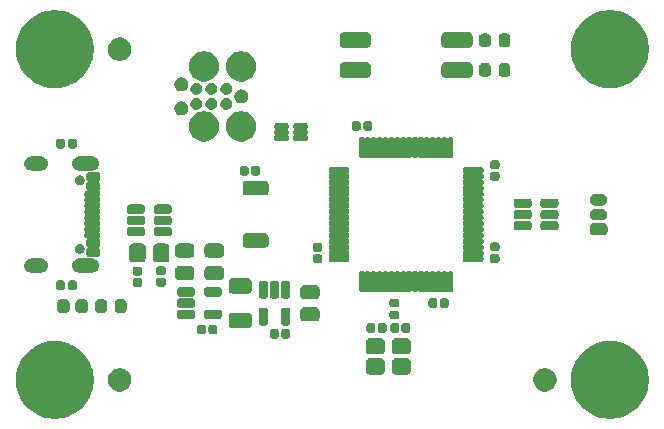
<source format=gbr>
%TF.GenerationSoftware,KiCad,Pcbnew,9.0.6*%
%TF.CreationDate,2025-12-11T07:51:36+01:00*%
%TF.ProjectId,ch32-baseboard-kicad,63683332-2d62-4617-9365-626f6172642d,rev?*%
%TF.SameCoordinates,PX5b8d800PY8954400*%
%TF.FileFunction,Soldermask,Top*%
%TF.FilePolarity,Negative*%
%FSLAX46Y46*%
G04 Gerber Fmt 4.6, Leading zero omitted, Abs format (unit mm)*
G04 Created by KiCad (PCBNEW 9.0.6) date 2025-12-11 07:51:36*
%MOMM*%
%LPD*%
G01*
G04 APERTURE LIST*
G04 APERTURE END LIST*
G36*
X4484211Y8264282D02*
G01*
X4801835Y8201103D01*
X5111737Y8107095D01*
X5410932Y7983165D01*
X5696539Y7830504D01*
X5965808Y7650585D01*
X6216145Y7445139D01*
X6445139Y7216145D01*
X6650585Y6965808D01*
X6830504Y6696539D01*
X6983165Y6410932D01*
X7107095Y6111737D01*
X7201103Y5801835D01*
X7264282Y5484211D01*
X7296025Y5161923D01*
X7296025Y4838077D01*
X7264282Y4515789D01*
X7201103Y4198165D01*
X7107095Y3888263D01*
X6983165Y3589068D01*
X6830504Y3303461D01*
X6650585Y3034192D01*
X6445139Y2783855D01*
X6216145Y2554861D01*
X5965808Y2349415D01*
X5696539Y2169496D01*
X5410932Y2016835D01*
X5111737Y1892905D01*
X4801835Y1798897D01*
X4484211Y1735718D01*
X4161923Y1703975D01*
X3838077Y1703975D01*
X3515789Y1735718D01*
X3198165Y1798897D01*
X2888263Y1892905D01*
X2589068Y2016835D01*
X2303461Y2169496D01*
X2034192Y2349415D01*
X1783855Y2554861D01*
X1554861Y2783855D01*
X1349415Y3034192D01*
X1169496Y3303461D01*
X1016835Y3589068D01*
X892905Y3888263D01*
X798897Y4198165D01*
X735718Y4515789D01*
X703975Y4838077D01*
X703975Y5161923D01*
X735718Y5484211D01*
X798897Y5801835D01*
X892905Y6111737D01*
X1016835Y6410932D01*
X1169496Y6696539D01*
X1349415Y6965808D01*
X1554861Y7216145D01*
X1783855Y7445139D01*
X2034192Y7650585D01*
X2303461Y7830504D01*
X2589068Y7983165D01*
X2888263Y8107095D01*
X3198165Y8201103D01*
X3515789Y8264282D01*
X3838077Y8296025D01*
X4161923Y8296025D01*
X4484211Y8264282D01*
G37*
G36*
X51484211Y8264282D02*
G01*
X51801835Y8201103D01*
X52111737Y8107095D01*
X52410932Y7983165D01*
X52696539Y7830504D01*
X52965808Y7650585D01*
X53216145Y7445139D01*
X53445139Y7216145D01*
X53650585Y6965808D01*
X53830504Y6696539D01*
X53983165Y6410932D01*
X54107095Y6111737D01*
X54201103Y5801835D01*
X54264282Y5484211D01*
X54296025Y5161923D01*
X54296025Y4838077D01*
X54264282Y4515789D01*
X54201103Y4198165D01*
X54107095Y3888263D01*
X53983165Y3589068D01*
X53830504Y3303461D01*
X53650585Y3034192D01*
X53445139Y2783855D01*
X53216145Y2554861D01*
X52965808Y2349415D01*
X52696539Y2169496D01*
X52410932Y2016835D01*
X52111737Y1892905D01*
X51801835Y1798897D01*
X51484211Y1735718D01*
X51161923Y1703975D01*
X50838077Y1703975D01*
X50515789Y1735718D01*
X50198165Y1798897D01*
X49888263Y1892905D01*
X49589068Y2016835D01*
X49303461Y2169496D01*
X49034192Y2349415D01*
X48783855Y2554861D01*
X48554861Y2783855D01*
X48349415Y3034192D01*
X48169496Y3303461D01*
X48016835Y3589068D01*
X47892905Y3888263D01*
X47798897Y4198165D01*
X47735718Y4515789D01*
X47703975Y4838077D01*
X47703975Y5161923D01*
X47735718Y5484211D01*
X47798897Y5801835D01*
X47892905Y6111737D01*
X48016835Y6410932D01*
X48169496Y6696539D01*
X48349415Y6965808D01*
X48554861Y7216145D01*
X48783855Y7445139D01*
X49034192Y7650585D01*
X49303461Y7830504D01*
X49589068Y7983165D01*
X49888263Y8107095D01*
X50198165Y8201103D01*
X50515789Y8264282D01*
X50838077Y8296025D01*
X51161923Y8296025D01*
X51484211Y8264282D01*
G37*
G36*
X9790285Y5956940D02*
G01*
X9971397Y5881921D01*
X10134393Y5773010D01*
X10273010Y5634393D01*
X10381921Y5471397D01*
X10456940Y5290285D01*
X10495185Y5098017D01*
X10495185Y4901983D01*
X10456940Y4709715D01*
X10381921Y4528603D01*
X10273010Y4365607D01*
X10134393Y4226990D01*
X9971397Y4118079D01*
X9790285Y4043060D01*
X9598017Y4004815D01*
X9401983Y4004815D01*
X9209715Y4043060D01*
X9028603Y4118079D01*
X8865607Y4226990D01*
X8726990Y4365607D01*
X8618079Y4528603D01*
X8543060Y4709715D01*
X8504815Y4901983D01*
X8504815Y5098017D01*
X8543060Y5290285D01*
X8618079Y5471397D01*
X8726990Y5634393D01*
X8865607Y5773010D01*
X9028603Y5881921D01*
X9209715Y5956940D01*
X9401983Y5995185D01*
X9598017Y5995185D01*
X9790285Y5956940D01*
G37*
G36*
X45790285Y5956940D02*
G01*
X45971397Y5881921D01*
X46134393Y5773010D01*
X46273010Y5634393D01*
X46381921Y5471397D01*
X46456940Y5290285D01*
X46495185Y5098017D01*
X46495185Y4901983D01*
X46456940Y4709715D01*
X46381921Y4528603D01*
X46273010Y4365607D01*
X46134393Y4226990D01*
X45971397Y4118079D01*
X45790285Y4043060D01*
X45598017Y4004815D01*
X45401983Y4004815D01*
X45209715Y4043060D01*
X45028603Y4118079D01*
X44865607Y4226990D01*
X44726990Y4365607D01*
X44618079Y4528603D01*
X44543060Y4709715D01*
X44504815Y4901983D01*
X44504815Y5098017D01*
X44543060Y5290285D01*
X44618079Y5471397D01*
X44726990Y5634393D01*
X44865607Y5773010D01*
X45028603Y5881921D01*
X45209715Y5956940D01*
X45401983Y5995185D01*
X45598017Y5995185D01*
X45790285Y5956940D01*
G37*
G36*
X31699868Y6835450D02*
G01*
X31705586Y6832655D01*
X31707962Y6832278D01*
X31745987Y6812904D01*
X31803377Y6784847D01*
X31884847Y6703377D01*
X31912907Y6645980D01*
X31932276Y6607966D01*
X31932652Y6605592D01*
X31935450Y6599868D01*
X31950000Y6500000D01*
X31950000Y5800000D01*
X31935450Y5700132D01*
X31932652Y5694411D01*
X31932277Y5692038D01*
X31912926Y5654061D01*
X31884847Y5596623D01*
X31803377Y5515153D01*
X31745955Y5487081D01*
X31707965Y5467724D01*
X31705591Y5467349D01*
X31699868Y5464550D01*
X31600000Y5450000D01*
X30700000Y5450000D01*
X30600132Y5464550D01*
X30594410Y5467348D01*
X30592037Y5467723D01*
X30554035Y5487086D01*
X30496623Y5515153D01*
X30415153Y5596623D01*
X30387104Y5653997D01*
X30367723Y5692035D01*
X30367346Y5694412D01*
X30364550Y5700132D01*
X30350000Y5800000D01*
X30350000Y6500000D01*
X30364550Y6599868D01*
X30367345Y6605587D01*
X30367722Y6607963D01*
X30387108Y6646013D01*
X30415153Y6703377D01*
X30496623Y6784847D01*
X30553971Y6812884D01*
X30592034Y6832277D01*
X30594411Y6832654D01*
X30600132Y6835450D01*
X30700000Y6850000D01*
X31600000Y6850000D01*
X31699868Y6835450D01*
G37*
G36*
X33899868Y6835450D02*
G01*
X33905586Y6832655D01*
X33907962Y6832278D01*
X33945987Y6812904D01*
X34003377Y6784847D01*
X34084847Y6703377D01*
X34112907Y6645980D01*
X34132276Y6607966D01*
X34132652Y6605592D01*
X34135450Y6599868D01*
X34150000Y6500000D01*
X34150000Y5800000D01*
X34135450Y5700132D01*
X34132652Y5694411D01*
X34132277Y5692038D01*
X34112926Y5654061D01*
X34084847Y5596623D01*
X34003377Y5515153D01*
X33945955Y5487081D01*
X33907965Y5467724D01*
X33905591Y5467349D01*
X33899868Y5464550D01*
X33800000Y5450000D01*
X32900000Y5450000D01*
X32800132Y5464550D01*
X32794410Y5467348D01*
X32792037Y5467723D01*
X32754035Y5487086D01*
X32696623Y5515153D01*
X32615153Y5596623D01*
X32587104Y5653997D01*
X32567723Y5692035D01*
X32567346Y5694412D01*
X32564550Y5700132D01*
X32550000Y5800000D01*
X32550000Y6500000D01*
X32564550Y6599868D01*
X32567345Y6605587D01*
X32567722Y6607963D01*
X32587108Y6646013D01*
X32615153Y6703377D01*
X32696623Y6784847D01*
X32753971Y6812884D01*
X32792034Y6832277D01*
X32794411Y6832654D01*
X32800132Y6835450D01*
X32900000Y6850000D01*
X33800000Y6850000D01*
X33899868Y6835450D01*
G37*
G36*
X31699868Y8535450D02*
G01*
X31705586Y8532655D01*
X31707962Y8532278D01*
X31745987Y8512904D01*
X31803377Y8484847D01*
X31884847Y8403377D01*
X31912907Y8345980D01*
X31932276Y8307966D01*
X31932652Y8305592D01*
X31935450Y8299868D01*
X31950000Y8200000D01*
X31950000Y7500000D01*
X31935450Y7400132D01*
X31932652Y7394411D01*
X31932277Y7392038D01*
X31912926Y7354061D01*
X31884847Y7296623D01*
X31803377Y7215153D01*
X31745955Y7187081D01*
X31707965Y7167724D01*
X31705591Y7167349D01*
X31699868Y7164550D01*
X31600000Y7150000D01*
X30700000Y7150000D01*
X30600132Y7164550D01*
X30594410Y7167348D01*
X30592037Y7167723D01*
X30554035Y7187086D01*
X30496623Y7215153D01*
X30415153Y7296623D01*
X30387104Y7353997D01*
X30367723Y7392035D01*
X30367346Y7394412D01*
X30364550Y7400132D01*
X30350000Y7500000D01*
X30350000Y8200000D01*
X30364550Y8299868D01*
X30367345Y8305587D01*
X30367722Y8307963D01*
X30387108Y8346013D01*
X30415153Y8403377D01*
X30496623Y8484847D01*
X30553971Y8512884D01*
X30592034Y8532277D01*
X30594411Y8532654D01*
X30600132Y8535450D01*
X30700000Y8550000D01*
X31600000Y8550000D01*
X31699868Y8535450D01*
G37*
G36*
X33899868Y8535450D02*
G01*
X33905586Y8532655D01*
X33907962Y8532278D01*
X33945987Y8512904D01*
X34003377Y8484847D01*
X34084847Y8403377D01*
X34112907Y8345980D01*
X34132276Y8307966D01*
X34132652Y8305592D01*
X34135450Y8299868D01*
X34150000Y8200000D01*
X34150000Y7500000D01*
X34135450Y7400132D01*
X34132652Y7394411D01*
X34132277Y7392038D01*
X34112926Y7354061D01*
X34084847Y7296623D01*
X34003377Y7215153D01*
X33945955Y7187081D01*
X33907965Y7167724D01*
X33905591Y7167349D01*
X33899868Y7164550D01*
X33800000Y7150000D01*
X32900000Y7150000D01*
X32800132Y7164550D01*
X32794410Y7167348D01*
X32792037Y7167723D01*
X32754035Y7187086D01*
X32696623Y7215153D01*
X32615153Y7296623D01*
X32587104Y7353997D01*
X32567723Y7392035D01*
X32567346Y7394412D01*
X32564550Y7400132D01*
X32550000Y7500000D01*
X32550000Y8200000D01*
X32564550Y8299868D01*
X32567345Y8305587D01*
X32567722Y8307963D01*
X32587108Y8346013D01*
X32615153Y8403377D01*
X32696623Y8484847D01*
X32753971Y8512884D01*
X32792034Y8532277D01*
X32794411Y8532654D01*
X32800132Y8535450D01*
X32900000Y8550000D01*
X33800000Y8550000D01*
X33899868Y8535450D01*
G37*
G36*
X22734047Y9309195D02*
G01*
X22783118Y9303502D01*
X22799883Y9296100D01*
X22821844Y9291731D01*
X22845354Y9276022D01*
X22865142Y9267285D01*
X22878656Y9253771D01*
X22899706Y9239706D01*
X22913770Y9218657D01*
X22927284Y9205143D01*
X22936020Y9185357D01*
X22951731Y9161844D01*
X22956099Y9139882D01*
X22963501Y9123119D01*
X22969192Y9074058D01*
X22970000Y9070000D01*
X22970000Y8730000D01*
X22969192Y8725941D01*
X22963501Y8676882D01*
X22956099Y8660121D01*
X22951731Y8638156D01*
X22936019Y8614642D01*
X22927284Y8594858D01*
X22913772Y8581347D01*
X22899706Y8560294D01*
X22878653Y8546228D01*
X22865142Y8532716D01*
X22845358Y8523981D01*
X22821844Y8508269D01*
X22799879Y8503901D01*
X22783118Y8496499D01*
X22734059Y8490808D01*
X22730000Y8490000D01*
X22450000Y8490000D01*
X22445942Y8490808D01*
X22396881Y8496499D01*
X22380118Y8503901D01*
X22358156Y8508269D01*
X22334643Y8523980D01*
X22314857Y8532716D01*
X22301343Y8546230D01*
X22280294Y8560294D01*
X22266229Y8581344D01*
X22252715Y8594858D01*
X22243978Y8614646D01*
X22228269Y8638156D01*
X22223900Y8660117D01*
X22216498Y8676882D01*
X22210805Y8725953D01*
X22210000Y8730000D01*
X22210000Y9070000D01*
X22210804Y9074046D01*
X22216498Y9123119D01*
X22223901Y9139886D01*
X22228269Y9161844D01*
X22243976Y9185353D01*
X22252715Y9205143D01*
X22266231Y9218660D01*
X22280294Y9239706D01*
X22301340Y9253769D01*
X22314857Y9267285D01*
X22334647Y9276024D01*
X22358156Y9291731D01*
X22380114Y9296099D01*
X22396881Y9303502D01*
X22445954Y9309196D01*
X22450000Y9310000D01*
X22730000Y9310000D01*
X22734047Y9309195D01*
G37*
G36*
X23694047Y9309195D02*
G01*
X23743118Y9303502D01*
X23759883Y9296100D01*
X23781844Y9291731D01*
X23805354Y9276022D01*
X23825142Y9267285D01*
X23838656Y9253771D01*
X23859706Y9239706D01*
X23873770Y9218657D01*
X23887284Y9205143D01*
X23896020Y9185357D01*
X23911731Y9161844D01*
X23916099Y9139882D01*
X23923501Y9123119D01*
X23929192Y9074058D01*
X23930000Y9070000D01*
X23930000Y8730000D01*
X23929192Y8725941D01*
X23923501Y8676882D01*
X23916099Y8660121D01*
X23911731Y8638156D01*
X23896019Y8614642D01*
X23887284Y8594858D01*
X23873772Y8581347D01*
X23859706Y8560294D01*
X23838653Y8546228D01*
X23825142Y8532716D01*
X23805358Y8523981D01*
X23781844Y8508269D01*
X23759879Y8503901D01*
X23743118Y8496499D01*
X23694059Y8490808D01*
X23690000Y8490000D01*
X23410000Y8490000D01*
X23405942Y8490808D01*
X23356881Y8496499D01*
X23340118Y8503901D01*
X23318156Y8508269D01*
X23294643Y8523980D01*
X23274857Y8532716D01*
X23261343Y8546230D01*
X23240294Y8560294D01*
X23226229Y8581344D01*
X23212715Y8594858D01*
X23203978Y8614646D01*
X23188269Y8638156D01*
X23183900Y8660117D01*
X23176498Y8676882D01*
X23170805Y8725953D01*
X23170000Y8730000D01*
X23170000Y9070000D01*
X23170804Y9074046D01*
X23176498Y9123119D01*
X23183901Y9139886D01*
X23188269Y9161844D01*
X23203976Y9185353D01*
X23212715Y9205143D01*
X23226231Y9218660D01*
X23240294Y9239706D01*
X23261340Y9253769D01*
X23274857Y9267285D01*
X23294647Y9276024D01*
X23318156Y9291731D01*
X23340114Y9296099D01*
X23356881Y9303502D01*
X23405954Y9309196D01*
X23410000Y9310000D01*
X23690000Y9310000D01*
X23694047Y9309195D01*
G37*
G36*
X16571547Y9659195D02*
G01*
X16620618Y9653502D01*
X16637383Y9646100D01*
X16659344Y9641731D01*
X16682854Y9626022D01*
X16702642Y9617285D01*
X16716156Y9603771D01*
X16737206Y9589706D01*
X16751270Y9568657D01*
X16764784Y9555143D01*
X16773520Y9535357D01*
X16789231Y9511844D01*
X16793599Y9489882D01*
X16801001Y9473119D01*
X16806692Y9424058D01*
X16807500Y9420000D01*
X16807500Y9080000D01*
X16806692Y9075941D01*
X16801001Y9026882D01*
X16793599Y9010121D01*
X16789231Y8988156D01*
X16773519Y8964642D01*
X16764784Y8944858D01*
X16751272Y8931347D01*
X16737206Y8910294D01*
X16716153Y8896228D01*
X16702642Y8882716D01*
X16682858Y8873981D01*
X16659344Y8858269D01*
X16637379Y8853901D01*
X16620618Y8846499D01*
X16571559Y8840808D01*
X16567500Y8840000D01*
X16287500Y8840000D01*
X16283442Y8840808D01*
X16234381Y8846499D01*
X16217618Y8853901D01*
X16195656Y8858269D01*
X16172143Y8873980D01*
X16152357Y8882716D01*
X16138843Y8896230D01*
X16117794Y8910294D01*
X16103729Y8931344D01*
X16090215Y8944858D01*
X16081478Y8964646D01*
X16065769Y8988156D01*
X16061400Y9010117D01*
X16053998Y9026882D01*
X16048305Y9075953D01*
X16047500Y9080000D01*
X16047500Y9420000D01*
X16048304Y9424046D01*
X16053998Y9473119D01*
X16061401Y9489886D01*
X16065769Y9511844D01*
X16081476Y9535353D01*
X16090215Y9555143D01*
X16103731Y9568660D01*
X16117794Y9589706D01*
X16138840Y9603769D01*
X16152357Y9617285D01*
X16172147Y9626024D01*
X16195656Y9641731D01*
X16217614Y9646099D01*
X16234381Y9653502D01*
X16283454Y9659196D01*
X16287500Y9660000D01*
X16567500Y9660000D01*
X16571547Y9659195D01*
G37*
G36*
X17531547Y9659195D02*
G01*
X17580618Y9653502D01*
X17597383Y9646100D01*
X17619344Y9641731D01*
X17642854Y9626022D01*
X17662642Y9617285D01*
X17676156Y9603771D01*
X17697206Y9589706D01*
X17711270Y9568657D01*
X17724784Y9555143D01*
X17733520Y9535357D01*
X17749231Y9511844D01*
X17753599Y9489882D01*
X17761001Y9473119D01*
X17766692Y9424058D01*
X17767500Y9420000D01*
X17767500Y9080000D01*
X17766692Y9075941D01*
X17761001Y9026882D01*
X17753599Y9010121D01*
X17749231Y8988156D01*
X17733519Y8964642D01*
X17724784Y8944858D01*
X17711272Y8931347D01*
X17697206Y8910294D01*
X17676153Y8896228D01*
X17662642Y8882716D01*
X17642858Y8873981D01*
X17619344Y8858269D01*
X17597379Y8853901D01*
X17580618Y8846499D01*
X17531559Y8840808D01*
X17527500Y8840000D01*
X17247500Y8840000D01*
X17243442Y8840808D01*
X17194381Y8846499D01*
X17177618Y8853901D01*
X17155656Y8858269D01*
X17132143Y8873980D01*
X17112357Y8882716D01*
X17098843Y8896230D01*
X17077794Y8910294D01*
X17063729Y8931344D01*
X17050215Y8944858D01*
X17041478Y8964646D01*
X17025769Y8988156D01*
X17021400Y9010117D01*
X17013998Y9026882D01*
X17008305Y9075953D01*
X17007500Y9080000D01*
X17007500Y9420000D01*
X17008304Y9424046D01*
X17013998Y9473119D01*
X17021401Y9489886D01*
X17025769Y9511844D01*
X17041476Y9535353D01*
X17050215Y9555143D01*
X17063731Y9568660D01*
X17077794Y9589706D01*
X17098840Y9603769D01*
X17112357Y9617285D01*
X17132147Y9626024D01*
X17155656Y9641731D01*
X17177614Y9646099D01*
X17194381Y9653502D01*
X17243454Y9659196D01*
X17247500Y9660000D01*
X17527500Y9660000D01*
X17531547Y9659195D01*
G37*
G36*
X30914047Y9809195D02*
G01*
X30963118Y9803502D01*
X30979883Y9796100D01*
X31001844Y9791731D01*
X31025354Y9776022D01*
X31045142Y9767285D01*
X31058656Y9753771D01*
X31079706Y9739706D01*
X31093770Y9718657D01*
X31107284Y9705143D01*
X31116020Y9685357D01*
X31131731Y9661844D01*
X31136099Y9639882D01*
X31143501Y9623119D01*
X31149192Y9574058D01*
X31150000Y9570000D01*
X31150000Y9230000D01*
X31149192Y9225941D01*
X31143501Y9176882D01*
X31136099Y9160121D01*
X31131731Y9138156D01*
X31116019Y9114642D01*
X31107284Y9094858D01*
X31093772Y9081347D01*
X31079706Y9060294D01*
X31058653Y9046228D01*
X31045142Y9032716D01*
X31025358Y9023981D01*
X31001844Y9008269D01*
X30979879Y9003901D01*
X30963118Y8996499D01*
X30914059Y8990808D01*
X30910000Y8990000D01*
X30630000Y8990000D01*
X30625942Y8990808D01*
X30576881Y8996499D01*
X30560118Y9003901D01*
X30538156Y9008269D01*
X30514643Y9023980D01*
X30494857Y9032716D01*
X30481343Y9046230D01*
X30460294Y9060294D01*
X30446229Y9081344D01*
X30432715Y9094858D01*
X30423978Y9114646D01*
X30408269Y9138156D01*
X30403900Y9160117D01*
X30396498Y9176882D01*
X30390805Y9225953D01*
X30390000Y9230000D01*
X30390000Y9570000D01*
X30390804Y9574046D01*
X30396498Y9623119D01*
X30403901Y9639886D01*
X30408269Y9661844D01*
X30423976Y9685353D01*
X30432715Y9705143D01*
X30446231Y9718660D01*
X30460294Y9739706D01*
X30481340Y9753769D01*
X30494857Y9767285D01*
X30514647Y9776024D01*
X30538156Y9791731D01*
X30560114Y9796099D01*
X30576881Y9803502D01*
X30625954Y9809196D01*
X30630000Y9810000D01*
X30910000Y9810000D01*
X30914047Y9809195D01*
G37*
G36*
X31874047Y9809195D02*
G01*
X31923118Y9803502D01*
X31939883Y9796100D01*
X31961844Y9791731D01*
X31985354Y9776022D01*
X32005142Y9767285D01*
X32018656Y9753771D01*
X32039706Y9739706D01*
X32053770Y9718657D01*
X32067284Y9705143D01*
X32076020Y9685357D01*
X32091731Y9661844D01*
X32096099Y9639882D01*
X32103501Y9623119D01*
X32109192Y9574058D01*
X32110000Y9570000D01*
X32110000Y9230000D01*
X32109192Y9225941D01*
X32103501Y9176882D01*
X32096099Y9160121D01*
X32091731Y9138156D01*
X32076019Y9114642D01*
X32067284Y9094858D01*
X32053772Y9081347D01*
X32039706Y9060294D01*
X32018653Y9046228D01*
X32005142Y9032716D01*
X31985358Y9023981D01*
X31961844Y9008269D01*
X31939879Y9003901D01*
X31923118Y8996499D01*
X31874059Y8990808D01*
X31870000Y8990000D01*
X31590000Y8990000D01*
X31585942Y8990808D01*
X31536881Y8996499D01*
X31520118Y9003901D01*
X31498156Y9008269D01*
X31474643Y9023980D01*
X31454857Y9032716D01*
X31441343Y9046230D01*
X31420294Y9060294D01*
X31406229Y9081344D01*
X31392715Y9094858D01*
X31383978Y9114646D01*
X31368269Y9138156D01*
X31363900Y9160117D01*
X31356498Y9176882D01*
X31350805Y9225953D01*
X31350000Y9230000D01*
X31350000Y9570000D01*
X31350804Y9574046D01*
X31356498Y9623119D01*
X31363901Y9639886D01*
X31368269Y9661844D01*
X31383976Y9685353D01*
X31392715Y9705143D01*
X31406231Y9718660D01*
X31420294Y9739706D01*
X31441340Y9753769D01*
X31454857Y9767285D01*
X31474647Y9776024D01*
X31498156Y9791731D01*
X31520114Y9796099D01*
X31536881Y9803502D01*
X31585954Y9809196D01*
X31590000Y9810000D01*
X31870000Y9810000D01*
X31874047Y9809195D01*
G37*
G36*
X32914047Y9809195D02*
G01*
X32963118Y9803502D01*
X32979883Y9796100D01*
X33001844Y9791731D01*
X33025354Y9776022D01*
X33045142Y9767285D01*
X33058656Y9753771D01*
X33079706Y9739706D01*
X33093770Y9718657D01*
X33107284Y9705143D01*
X33116020Y9685357D01*
X33131731Y9661844D01*
X33136099Y9639882D01*
X33143501Y9623119D01*
X33149192Y9574058D01*
X33150000Y9570000D01*
X33150000Y9230000D01*
X33149192Y9225941D01*
X33143501Y9176882D01*
X33136099Y9160121D01*
X33131731Y9138156D01*
X33116019Y9114642D01*
X33107284Y9094858D01*
X33093772Y9081347D01*
X33079706Y9060294D01*
X33058653Y9046228D01*
X33045142Y9032716D01*
X33025358Y9023981D01*
X33001844Y9008269D01*
X32979879Y9003901D01*
X32963118Y8996499D01*
X32914059Y8990808D01*
X32910000Y8990000D01*
X32630000Y8990000D01*
X32625942Y8990808D01*
X32576881Y8996499D01*
X32560118Y9003901D01*
X32538156Y9008269D01*
X32514643Y9023980D01*
X32494857Y9032716D01*
X32481343Y9046230D01*
X32460294Y9060294D01*
X32446229Y9081344D01*
X32432715Y9094858D01*
X32423978Y9114646D01*
X32408269Y9138156D01*
X32403900Y9160117D01*
X32396498Y9176882D01*
X32390805Y9225953D01*
X32390000Y9230000D01*
X32390000Y9570000D01*
X32390804Y9574046D01*
X32396498Y9623119D01*
X32403901Y9639886D01*
X32408269Y9661844D01*
X32423976Y9685353D01*
X32432715Y9705143D01*
X32446231Y9718660D01*
X32460294Y9739706D01*
X32481340Y9753769D01*
X32494857Y9767285D01*
X32514647Y9776024D01*
X32538156Y9791731D01*
X32560114Y9796099D01*
X32576881Y9803502D01*
X32625954Y9809196D01*
X32630000Y9810000D01*
X32910000Y9810000D01*
X32914047Y9809195D01*
G37*
G36*
X33874047Y9809195D02*
G01*
X33923118Y9803502D01*
X33939883Y9796100D01*
X33961844Y9791731D01*
X33985354Y9776022D01*
X34005142Y9767285D01*
X34018656Y9753771D01*
X34039706Y9739706D01*
X34053770Y9718657D01*
X34067284Y9705143D01*
X34076020Y9685357D01*
X34091731Y9661844D01*
X34096099Y9639882D01*
X34103501Y9623119D01*
X34109192Y9574058D01*
X34110000Y9570000D01*
X34110000Y9230000D01*
X34109192Y9225941D01*
X34103501Y9176882D01*
X34096099Y9160121D01*
X34091731Y9138156D01*
X34076019Y9114642D01*
X34067284Y9094858D01*
X34053772Y9081347D01*
X34039706Y9060294D01*
X34018653Y9046228D01*
X34005142Y9032716D01*
X33985358Y9023981D01*
X33961844Y9008269D01*
X33939879Y9003901D01*
X33923118Y8996499D01*
X33874059Y8990808D01*
X33870000Y8990000D01*
X33590000Y8990000D01*
X33585942Y8990808D01*
X33536881Y8996499D01*
X33520118Y9003901D01*
X33498156Y9008269D01*
X33474643Y9023980D01*
X33454857Y9032716D01*
X33441343Y9046230D01*
X33420294Y9060294D01*
X33406229Y9081344D01*
X33392715Y9094858D01*
X33383978Y9114646D01*
X33368269Y9138156D01*
X33363900Y9160117D01*
X33356498Y9176882D01*
X33350805Y9225953D01*
X33350000Y9230000D01*
X33350000Y9570000D01*
X33350804Y9574046D01*
X33356498Y9623119D01*
X33363901Y9639886D01*
X33368269Y9661844D01*
X33383976Y9685353D01*
X33392715Y9705143D01*
X33406231Y9718660D01*
X33420294Y9739706D01*
X33441340Y9753769D01*
X33454857Y9767285D01*
X33474647Y9776024D01*
X33498156Y9791731D01*
X33520114Y9796099D01*
X33536881Y9803502D01*
X33585954Y9809196D01*
X33590000Y9810000D01*
X33870000Y9810000D01*
X33874047Y9809195D01*
G37*
G36*
X20424868Y10685450D02*
G01*
X20430586Y10682655D01*
X20432962Y10682278D01*
X20470987Y10662904D01*
X20528377Y10634847D01*
X20609847Y10553377D01*
X20637907Y10495980D01*
X20657276Y10457966D01*
X20657652Y10455592D01*
X20660450Y10449868D01*
X20675000Y10350000D01*
X20675000Y9725000D01*
X20660450Y9625132D01*
X20657652Y9619411D01*
X20657277Y9617038D01*
X20637926Y9579061D01*
X20609847Y9521623D01*
X20528377Y9440153D01*
X20470955Y9412081D01*
X20432965Y9392724D01*
X20430591Y9392349D01*
X20424868Y9389550D01*
X20325000Y9375000D01*
X19075000Y9375000D01*
X18975132Y9389550D01*
X18969410Y9392348D01*
X18967037Y9392723D01*
X18929035Y9412086D01*
X18871623Y9440153D01*
X18790153Y9521623D01*
X18762104Y9578997D01*
X18742723Y9617035D01*
X18742346Y9619412D01*
X18739550Y9625132D01*
X18725000Y9725000D01*
X18725000Y10350000D01*
X18739550Y10449868D01*
X18742345Y10455587D01*
X18742722Y10457963D01*
X18762108Y10496013D01*
X18790153Y10553377D01*
X18871623Y10634847D01*
X18928971Y10662884D01*
X18967034Y10682277D01*
X18969411Y10682654D01*
X18975132Y10685450D01*
X19075000Y10700000D01*
X20325000Y10700000D01*
X20424868Y10685450D01*
G37*
G36*
X21804047Y11124195D02*
G01*
X21855408Y11118236D01*
X21872954Y11110489D01*
X21895671Y11105970D01*
X21919991Y11089720D01*
X21940793Y11080535D01*
X21955000Y11066328D01*
X21976777Y11051777D01*
X21991327Y11030001D01*
X22005534Y11015794D01*
X22014718Y10994994D01*
X22030970Y10970671D01*
X22035489Y10947952D01*
X22043235Y10930409D01*
X22049192Y10879060D01*
X22050000Y10875000D01*
X22050000Y9850000D01*
X22049192Y9845941D01*
X22043235Y9794592D01*
X22035489Y9777050D01*
X22030970Y9754329D01*
X22014716Y9730005D01*
X22005534Y9709207D01*
X21991329Y9695003D01*
X21976777Y9673223D01*
X21954997Y9658671D01*
X21940793Y9644466D01*
X21919995Y9635284D01*
X21895671Y9619030D01*
X21872950Y9614511D01*
X21855408Y9606765D01*
X21804061Y9600808D01*
X21800000Y9600000D01*
X21500000Y9600000D01*
X21495941Y9600808D01*
X21444591Y9606765D01*
X21427048Y9614511D01*
X21404329Y9619030D01*
X21380006Y9635282D01*
X21359206Y9644466D01*
X21344999Y9658673D01*
X21323223Y9673223D01*
X21308672Y9695000D01*
X21294465Y9709207D01*
X21285280Y9730009D01*
X21269030Y9754329D01*
X21264511Y9777046D01*
X21256764Y9794592D01*
X21250805Y9845951D01*
X21250000Y9850000D01*
X21250000Y10875000D01*
X21250804Y10879047D01*
X21256764Y10930409D01*
X21264511Y10947957D01*
X21269030Y10970671D01*
X21285278Y10994990D01*
X21294465Y11015794D01*
X21308674Y11030004D01*
X21323223Y11051777D01*
X21344996Y11066326D01*
X21359206Y11080535D01*
X21380010Y11089722D01*
X21404329Y11105970D01*
X21427043Y11110489D01*
X21444591Y11118236D01*
X21495952Y11124195D01*
X21500000Y11125000D01*
X21800000Y11125000D01*
X21804047Y11124195D01*
G37*
G36*
X23704047Y11124195D02*
G01*
X23755408Y11118236D01*
X23772954Y11110489D01*
X23795671Y11105970D01*
X23819991Y11089720D01*
X23840793Y11080535D01*
X23855000Y11066328D01*
X23876777Y11051777D01*
X23891327Y11030001D01*
X23905534Y11015794D01*
X23914718Y10994994D01*
X23930970Y10970671D01*
X23935489Y10947952D01*
X23943235Y10930409D01*
X23949192Y10879060D01*
X23950000Y10875000D01*
X23950000Y9850000D01*
X23949192Y9845941D01*
X23943235Y9794592D01*
X23935489Y9777050D01*
X23930970Y9754329D01*
X23914716Y9730005D01*
X23905534Y9709207D01*
X23891329Y9695003D01*
X23876777Y9673223D01*
X23854997Y9658671D01*
X23840793Y9644466D01*
X23819995Y9635284D01*
X23795671Y9619030D01*
X23772950Y9614511D01*
X23755408Y9606765D01*
X23704061Y9600808D01*
X23700000Y9600000D01*
X23400000Y9600000D01*
X23395941Y9600808D01*
X23344591Y9606765D01*
X23327048Y9614511D01*
X23304329Y9619030D01*
X23280006Y9635282D01*
X23259206Y9644466D01*
X23244999Y9658673D01*
X23223223Y9673223D01*
X23208672Y9695000D01*
X23194465Y9709207D01*
X23185280Y9730009D01*
X23169030Y9754329D01*
X23164511Y9777046D01*
X23156764Y9794592D01*
X23150805Y9845951D01*
X23150000Y9850000D01*
X23150000Y10875000D01*
X23150804Y10879047D01*
X23156764Y10930409D01*
X23164511Y10947957D01*
X23169030Y10970671D01*
X23185278Y10994990D01*
X23194465Y11015794D01*
X23208674Y11030004D01*
X23223223Y11051777D01*
X23244996Y11066326D01*
X23259206Y11080535D01*
X23280010Y11089722D01*
X23304329Y11105970D01*
X23327043Y11110489D01*
X23344591Y11118236D01*
X23395952Y11124195D01*
X23400000Y11125000D01*
X23700000Y11125000D01*
X23704047Y11124195D01*
G37*
G36*
X26174868Y11135450D02*
G01*
X26180586Y11132655D01*
X26182962Y11132278D01*
X26220987Y11112904D01*
X26278377Y11084847D01*
X26359847Y11003377D01*
X26387907Y10945980D01*
X26407276Y10907966D01*
X26407652Y10905592D01*
X26410450Y10899868D01*
X26425000Y10800000D01*
X26425000Y10300000D01*
X26410450Y10200132D01*
X26407652Y10194411D01*
X26407277Y10192038D01*
X26387926Y10154061D01*
X26359847Y10096623D01*
X26278377Y10015153D01*
X26220955Y9987081D01*
X26182965Y9967724D01*
X26180591Y9967349D01*
X26174868Y9964550D01*
X26075000Y9950000D01*
X25125000Y9950000D01*
X25025132Y9964550D01*
X25019410Y9967348D01*
X25017037Y9967723D01*
X24979035Y9987086D01*
X24921623Y10015153D01*
X24840153Y10096623D01*
X24812104Y10153997D01*
X24792723Y10192035D01*
X24792346Y10194412D01*
X24789550Y10200132D01*
X24775000Y10300000D01*
X24775000Y10800000D01*
X24789550Y10899868D01*
X24792345Y10905587D01*
X24792722Y10907963D01*
X24812108Y10946013D01*
X24840153Y11003377D01*
X24921623Y11084847D01*
X24978971Y11112884D01*
X25017034Y11132277D01*
X25019411Y11132654D01*
X25025132Y11135450D01*
X25125000Y11150000D01*
X26075000Y11150000D01*
X26174868Y11135450D01*
G37*
G36*
X32939047Y10859195D02*
G01*
X32986974Y10853635D01*
X33003348Y10846406D01*
X33024931Y10842112D01*
X33048037Y10826673D01*
X33067316Y10818160D01*
X33080483Y10804993D01*
X33101170Y10791170D01*
X33114992Y10770484D01*
X33128159Y10757317D01*
X33136670Y10738041D01*
X33152112Y10714931D01*
X33156405Y10693346D01*
X33163634Y10676975D01*
X33169192Y10629058D01*
X33170000Y10625000D01*
X33170000Y10355000D01*
X33169192Y10350941D01*
X33163634Y10303026D01*
X33156405Y10286656D01*
X33152112Y10265069D01*
X33136669Y10241958D01*
X33128159Y10222684D01*
X33114994Y10209520D01*
X33101170Y10188830D01*
X33080480Y10175006D01*
X33067316Y10161841D01*
X33048042Y10153331D01*
X33024931Y10137888D01*
X33003344Y10133595D01*
X32986974Y10126366D01*
X32939059Y10120808D01*
X32935000Y10120000D01*
X32565000Y10120000D01*
X32560942Y10120808D01*
X32513025Y10126366D01*
X32496654Y10133595D01*
X32475069Y10137888D01*
X32451959Y10153330D01*
X32432683Y10161841D01*
X32419516Y10175008D01*
X32398830Y10188830D01*
X32385007Y10209517D01*
X32371840Y10222684D01*
X32363327Y10241963D01*
X32347888Y10265069D01*
X32343594Y10286652D01*
X32336365Y10303026D01*
X32330805Y10350953D01*
X32330000Y10355000D01*
X32330000Y10625000D01*
X32330804Y10629046D01*
X32336365Y10676975D01*
X32343595Y10693350D01*
X32347888Y10714931D01*
X32363326Y10738036D01*
X32371840Y10757317D01*
X32385009Y10770487D01*
X32398830Y10791170D01*
X32419513Y10804991D01*
X32432683Y10818160D01*
X32451964Y10826674D01*
X32475069Y10842112D01*
X32496650Y10846405D01*
X32513025Y10853635D01*
X32560954Y10859196D01*
X32565000Y10860000D01*
X32935000Y10860000D01*
X32939047Y10859195D01*
G37*
G36*
X15629047Y10949195D02*
G01*
X15680408Y10943236D01*
X15697954Y10935489D01*
X15720671Y10930970D01*
X15744991Y10914720D01*
X15765793Y10905535D01*
X15780000Y10891328D01*
X15801777Y10876777D01*
X15816327Y10855001D01*
X15830534Y10840794D01*
X15839718Y10819994D01*
X15855970Y10795671D01*
X15860489Y10772952D01*
X15868235Y10755409D01*
X15874192Y10704060D01*
X15875000Y10700000D01*
X15875000Y10400000D01*
X15874192Y10395941D01*
X15868235Y10344592D01*
X15860489Y10327050D01*
X15855970Y10304329D01*
X15839716Y10280005D01*
X15830534Y10259207D01*
X15816329Y10245003D01*
X15801777Y10223223D01*
X15779997Y10208671D01*
X15765793Y10194466D01*
X15744995Y10185284D01*
X15720671Y10169030D01*
X15697950Y10164511D01*
X15680408Y10156765D01*
X15629061Y10150808D01*
X15625000Y10150000D01*
X14600000Y10150000D01*
X14595941Y10150808D01*
X14544591Y10156765D01*
X14527048Y10164511D01*
X14504329Y10169030D01*
X14480006Y10185282D01*
X14459206Y10194466D01*
X14444999Y10208673D01*
X14423223Y10223223D01*
X14408672Y10245000D01*
X14394465Y10259207D01*
X14385280Y10280009D01*
X14369030Y10304329D01*
X14364511Y10327046D01*
X14356764Y10344592D01*
X14350805Y10395951D01*
X14350000Y10400000D01*
X14350000Y10700000D01*
X14350804Y10704047D01*
X14356764Y10755409D01*
X14364511Y10772957D01*
X14369030Y10795671D01*
X14385278Y10819990D01*
X14394465Y10840794D01*
X14408674Y10855004D01*
X14423223Y10876777D01*
X14444996Y10891326D01*
X14459206Y10905535D01*
X14480010Y10914722D01*
X14504329Y10930970D01*
X14527043Y10935489D01*
X14544591Y10943236D01*
X14595952Y10949195D01*
X14600000Y10950000D01*
X15625000Y10950000D01*
X15629047Y10949195D01*
G37*
G36*
X17904047Y10949195D02*
G01*
X17955408Y10943236D01*
X17972954Y10935489D01*
X17995671Y10930970D01*
X18019991Y10914720D01*
X18040793Y10905535D01*
X18055000Y10891328D01*
X18076777Y10876777D01*
X18091327Y10855001D01*
X18105534Y10840794D01*
X18114718Y10819994D01*
X18130970Y10795671D01*
X18135489Y10772952D01*
X18143235Y10755409D01*
X18149192Y10704060D01*
X18150000Y10700000D01*
X18150000Y10400000D01*
X18149192Y10395941D01*
X18143235Y10344592D01*
X18135489Y10327050D01*
X18130970Y10304329D01*
X18114716Y10280005D01*
X18105534Y10259207D01*
X18091329Y10245003D01*
X18076777Y10223223D01*
X18054997Y10208671D01*
X18040793Y10194466D01*
X18019995Y10185284D01*
X17995671Y10169030D01*
X17972950Y10164511D01*
X17955408Y10156765D01*
X17904061Y10150808D01*
X17900000Y10150000D01*
X16875000Y10150000D01*
X16870941Y10150808D01*
X16819591Y10156765D01*
X16802048Y10164511D01*
X16779329Y10169030D01*
X16755006Y10185282D01*
X16734206Y10194466D01*
X16719999Y10208673D01*
X16698223Y10223223D01*
X16683672Y10245000D01*
X16669465Y10259207D01*
X16660280Y10280009D01*
X16644030Y10304329D01*
X16639511Y10327046D01*
X16631764Y10344592D01*
X16625805Y10395951D01*
X16625000Y10400000D01*
X16625000Y10700000D01*
X16625804Y10704047D01*
X16631764Y10755409D01*
X16639511Y10772957D01*
X16644030Y10795671D01*
X16660278Y10819990D01*
X16669465Y10840794D01*
X16683674Y10855004D01*
X16698223Y10876777D01*
X16719996Y10891326D01*
X16734206Y10905535D01*
X16755010Y10914722D01*
X16779329Y10930970D01*
X16802043Y10935489D01*
X16819591Y10943236D01*
X16870952Y10949195D01*
X16875000Y10950000D01*
X17900000Y10950000D01*
X17904047Y10949195D01*
G37*
G36*
X5013749Y11814139D02*
G01*
X5019010Y11811686D01*
X5021527Y11811319D01*
X5057302Y11793830D01*
X5114077Y11767355D01*
X5192355Y11689077D01*
X5218840Y11632280D01*
X5236318Y11596528D01*
X5236684Y11594013D01*
X5239139Y11588749D01*
X5250000Y11506250D01*
X5250000Y10993750D01*
X5239139Y10911251D01*
X5236684Y10905987D01*
X5236318Y10903473D01*
X5218850Y10867742D01*
X5192355Y10810923D01*
X5114077Y10732645D01*
X5057258Y10706150D01*
X5021527Y10688682D01*
X5019013Y10688316D01*
X5013749Y10685861D01*
X4931250Y10675000D01*
X4493750Y10675000D01*
X4411251Y10685861D01*
X4405987Y10688316D01*
X4403472Y10688682D01*
X4367720Y10706160D01*
X4310923Y10732645D01*
X4232645Y10810923D01*
X4206170Y10867698D01*
X4188681Y10903473D01*
X4188314Y10905990D01*
X4185861Y10911251D01*
X4175000Y10993750D01*
X4175000Y11506250D01*
X4185861Y11588749D01*
X4188314Y11594010D01*
X4188681Y11596528D01*
X4206180Y11632325D01*
X4232645Y11689077D01*
X4310923Y11767355D01*
X4367675Y11793820D01*
X4403472Y11811319D01*
X4405990Y11811686D01*
X4411251Y11814139D01*
X4493750Y11825000D01*
X4931250Y11825000D01*
X5013749Y11814139D01*
G37*
G36*
X6588749Y11814139D02*
G01*
X6594010Y11811686D01*
X6596527Y11811319D01*
X6632302Y11793830D01*
X6689077Y11767355D01*
X6767355Y11689077D01*
X6793840Y11632280D01*
X6811318Y11596528D01*
X6811684Y11594013D01*
X6814139Y11588749D01*
X6825000Y11506250D01*
X6825000Y10993750D01*
X6814139Y10911251D01*
X6811684Y10905987D01*
X6811318Y10903473D01*
X6793850Y10867742D01*
X6767355Y10810923D01*
X6689077Y10732645D01*
X6632258Y10706150D01*
X6596527Y10688682D01*
X6594013Y10688316D01*
X6588749Y10685861D01*
X6506250Y10675000D01*
X6068750Y10675000D01*
X5986251Y10685861D01*
X5980987Y10688316D01*
X5978472Y10688682D01*
X5942720Y10706160D01*
X5885923Y10732645D01*
X5807645Y10810923D01*
X5781170Y10867698D01*
X5763681Y10903473D01*
X5763314Y10905990D01*
X5760861Y10911251D01*
X5750000Y10993750D01*
X5750000Y11506250D01*
X5760861Y11588749D01*
X5763314Y11594010D01*
X5763681Y11596528D01*
X5781180Y11632325D01*
X5807645Y11689077D01*
X5885923Y11767355D01*
X5942675Y11793820D01*
X5978472Y11811319D01*
X5980990Y11811686D01*
X5986251Y11814139D01*
X6068750Y11825000D01*
X6506250Y11825000D01*
X6588749Y11814139D01*
G37*
G36*
X8193685Y11817031D02*
G01*
X8202358Y11813202D01*
X8209925Y11812099D01*
X8257223Y11788977D01*
X8294541Y11772499D01*
X8297996Y11769044D01*
X8298920Y11768592D01*
X8368591Y11698921D01*
X8369042Y11697998D01*
X8372499Y11694541D01*
X8388978Y11657218D01*
X8412098Y11609927D01*
X8413200Y11602361D01*
X8417031Y11593685D01*
X8425000Y11525000D01*
X8425000Y10975000D01*
X8417031Y10906315D01*
X8413199Y10897639D01*
X8412098Y10890075D01*
X8388985Y10842798D01*
X8372499Y10805459D01*
X8369041Y10802002D01*
X8368591Y10801080D01*
X8298920Y10731409D01*
X8297998Y10730959D01*
X8294541Y10727501D01*
X8257207Y10711017D01*
X8209926Y10687902D01*
X8202361Y10686800D01*
X8193685Y10682969D01*
X8125000Y10675000D01*
X7725000Y10675000D01*
X7656315Y10682969D01*
X7647638Y10686800D01*
X7640074Y10687902D01*
X7592787Y10711019D01*
X7555459Y10727501D01*
X7552002Y10730958D01*
X7551079Y10731409D01*
X7481408Y10801080D01*
X7480956Y10802004D01*
X7477501Y10805459D01*
X7461025Y10842772D01*
X7437901Y10890074D01*
X7436798Y10897643D01*
X7432969Y10906315D01*
X7425000Y10975000D01*
X7425000Y11525000D01*
X7432969Y11593685D01*
X7436798Y11602358D01*
X7437901Y11609926D01*
X7461028Y11657234D01*
X7477501Y11694541D01*
X7480955Y11697996D01*
X7481408Y11698921D01*
X7551079Y11768592D01*
X7552004Y11769045D01*
X7555459Y11772499D01*
X7592761Y11788970D01*
X7640073Y11812099D01*
X7647642Y11813202D01*
X7656315Y11817031D01*
X7725000Y11825000D01*
X8125000Y11825000D01*
X8193685Y11817031D01*
G37*
G36*
X9843685Y11817031D02*
G01*
X9852358Y11813202D01*
X9859925Y11812099D01*
X9907223Y11788977D01*
X9944541Y11772499D01*
X9947996Y11769044D01*
X9948920Y11768592D01*
X10018591Y11698921D01*
X10019042Y11697998D01*
X10022499Y11694541D01*
X10038978Y11657218D01*
X10062098Y11609927D01*
X10063200Y11602361D01*
X10067031Y11593685D01*
X10075000Y11525000D01*
X10075000Y10975000D01*
X10067031Y10906315D01*
X10063199Y10897639D01*
X10062098Y10890075D01*
X10038985Y10842798D01*
X10022499Y10805459D01*
X10019041Y10802002D01*
X10018591Y10801080D01*
X9948920Y10731409D01*
X9947998Y10730959D01*
X9944541Y10727501D01*
X9907207Y10711017D01*
X9859926Y10687902D01*
X9852361Y10686800D01*
X9843685Y10682969D01*
X9775000Y10675000D01*
X9375000Y10675000D01*
X9306315Y10682969D01*
X9297638Y10686800D01*
X9290074Y10687902D01*
X9242787Y10711019D01*
X9205459Y10727501D01*
X9202002Y10730958D01*
X9201079Y10731409D01*
X9131408Y10801080D01*
X9130956Y10802004D01*
X9127501Y10805459D01*
X9111025Y10842772D01*
X9087901Y10890074D01*
X9086798Y10897643D01*
X9082969Y10906315D01*
X9075000Y10975000D01*
X9075000Y11525000D01*
X9082969Y11593685D01*
X9086798Y11602358D01*
X9087901Y11609926D01*
X9111028Y11657234D01*
X9127501Y11694541D01*
X9130955Y11697996D01*
X9131408Y11698921D01*
X9201079Y11768592D01*
X9202004Y11769045D01*
X9205459Y11772499D01*
X9242761Y11788970D01*
X9290073Y11812099D01*
X9297642Y11813202D01*
X9306315Y11817031D01*
X9375000Y11825000D01*
X9775000Y11825000D01*
X9843685Y11817031D01*
G37*
G36*
X36164047Y11909195D02*
G01*
X36213118Y11903502D01*
X36229883Y11896100D01*
X36251844Y11891731D01*
X36275354Y11876022D01*
X36295142Y11867285D01*
X36308656Y11853771D01*
X36329706Y11839706D01*
X36343770Y11818657D01*
X36357284Y11805143D01*
X36366020Y11785357D01*
X36381731Y11761844D01*
X36386099Y11739882D01*
X36393501Y11723119D01*
X36399192Y11674058D01*
X36400000Y11670000D01*
X36400000Y11330000D01*
X36399192Y11325941D01*
X36393501Y11276882D01*
X36386099Y11260121D01*
X36381731Y11238156D01*
X36366019Y11214642D01*
X36357284Y11194858D01*
X36343772Y11181347D01*
X36329706Y11160294D01*
X36308653Y11146228D01*
X36295142Y11132716D01*
X36275358Y11123981D01*
X36251844Y11108269D01*
X36229879Y11103901D01*
X36213118Y11096499D01*
X36164059Y11090808D01*
X36160000Y11090000D01*
X35880000Y11090000D01*
X35875942Y11090808D01*
X35826881Y11096499D01*
X35810118Y11103901D01*
X35788156Y11108269D01*
X35764643Y11123980D01*
X35744857Y11132716D01*
X35731343Y11146230D01*
X35710294Y11160294D01*
X35696229Y11181344D01*
X35682715Y11194858D01*
X35673978Y11214646D01*
X35658269Y11238156D01*
X35653900Y11260117D01*
X35646498Y11276882D01*
X35640805Y11325953D01*
X35640000Y11330000D01*
X35640000Y11670000D01*
X35640804Y11674046D01*
X35646498Y11723119D01*
X35653901Y11739886D01*
X35658269Y11761844D01*
X35673976Y11785353D01*
X35682715Y11805143D01*
X35696231Y11818660D01*
X35710294Y11839706D01*
X35731340Y11853769D01*
X35744857Y11867285D01*
X35764647Y11876024D01*
X35788156Y11891731D01*
X35810114Y11896099D01*
X35826881Y11903502D01*
X35875954Y11909196D01*
X35880000Y11910000D01*
X36160000Y11910000D01*
X36164047Y11909195D01*
G37*
G36*
X37124047Y11909195D02*
G01*
X37173118Y11903502D01*
X37189883Y11896100D01*
X37211844Y11891731D01*
X37235354Y11876022D01*
X37255142Y11867285D01*
X37268656Y11853771D01*
X37289706Y11839706D01*
X37303770Y11818657D01*
X37317284Y11805143D01*
X37326020Y11785357D01*
X37341731Y11761844D01*
X37346099Y11739882D01*
X37353501Y11723119D01*
X37359192Y11674058D01*
X37360000Y11670000D01*
X37360000Y11330000D01*
X37359192Y11325941D01*
X37353501Y11276882D01*
X37346099Y11260121D01*
X37341731Y11238156D01*
X37326019Y11214642D01*
X37317284Y11194858D01*
X37303772Y11181347D01*
X37289706Y11160294D01*
X37268653Y11146228D01*
X37255142Y11132716D01*
X37235358Y11123981D01*
X37211844Y11108269D01*
X37189879Y11103901D01*
X37173118Y11096499D01*
X37124059Y11090808D01*
X37120000Y11090000D01*
X36840000Y11090000D01*
X36835942Y11090808D01*
X36786881Y11096499D01*
X36770118Y11103901D01*
X36748156Y11108269D01*
X36724643Y11123980D01*
X36704857Y11132716D01*
X36691343Y11146230D01*
X36670294Y11160294D01*
X36656229Y11181344D01*
X36642715Y11194858D01*
X36633978Y11214646D01*
X36618269Y11238156D01*
X36613900Y11260117D01*
X36606498Y11276882D01*
X36600805Y11325953D01*
X36600000Y11330000D01*
X36600000Y11670000D01*
X36600804Y11674046D01*
X36606498Y11723119D01*
X36613901Y11739886D01*
X36618269Y11761844D01*
X36633976Y11785353D01*
X36642715Y11805143D01*
X36656231Y11818660D01*
X36670294Y11839706D01*
X36691340Y11853769D01*
X36704857Y11867285D01*
X36724647Y11876024D01*
X36748156Y11891731D01*
X36770114Y11896099D01*
X36786881Y11903502D01*
X36835954Y11909196D01*
X36840000Y11910000D01*
X37120000Y11910000D01*
X37124047Y11909195D01*
G37*
G36*
X15629047Y11899195D02*
G01*
X15680408Y11893236D01*
X15697954Y11885489D01*
X15720671Y11880970D01*
X15744991Y11864720D01*
X15765793Y11855535D01*
X15780000Y11841328D01*
X15801777Y11826777D01*
X15816327Y11805001D01*
X15830534Y11790794D01*
X15839718Y11769994D01*
X15855970Y11745671D01*
X15860489Y11722952D01*
X15868235Y11705409D01*
X15874192Y11654060D01*
X15875000Y11650000D01*
X15875000Y11350000D01*
X15874192Y11345941D01*
X15868235Y11294592D01*
X15860489Y11277050D01*
X15855970Y11254329D01*
X15839716Y11230005D01*
X15830534Y11209207D01*
X15816329Y11195003D01*
X15801777Y11173223D01*
X15779997Y11158671D01*
X15765793Y11144466D01*
X15744995Y11135284D01*
X15720671Y11119030D01*
X15697950Y11114511D01*
X15680408Y11106765D01*
X15629061Y11100808D01*
X15625000Y11100000D01*
X14600000Y11100000D01*
X14595941Y11100808D01*
X14544591Y11106765D01*
X14527048Y11114511D01*
X14504329Y11119030D01*
X14480006Y11135282D01*
X14459206Y11144466D01*
X14444999Y11158673D01*
X14423223Y11173223D01*
X14408672Y11195000D01*
X14394465Y11209207D01*
X14385280Y11230009D01*
X14369030Y11254329D01*
X14364511Y11277046D01*
X14356764Y11294592D01*
X14350805Y11345951D01*
X14350000Y11350000D01*
X14350000Y11650000D01*
X14350804Y11654047D01*
X14356764Y11705409D01*
X14364511Y11722957D01*
X14369030Y11745671D01*
X14385278Y11769990D01*
X14394465Y11790794D01*
X14408674Y11805004D01*
X14423223Y11826777D01*
X14444996Y11841326D01*
X14459206Y11855535D01*
X14480010Y11864722D01*
X14504329Y11880970D01*
X14527043Y11885489D01*
X14544591Y11893236D01*
X14595952Y11899195D01*
X14600000Y11900000D01*
X15625000Y11900000D01*
X15629047Y11899195D01*
G37*
G36*
X32939047Y11879195D02*
G01*
X32986974Y11873635D01*
X33003348Y11866406D01*
X33024931Y11862112D01*
X33048037Y11846673D01*
X33067316Y11838160D01*
X33080483Y11824993D01*
X33101170Y11811170D01*
X33114992Y11790484D01*
X33128159Y11777317D01*
X33136670Y11758041D01*
X33152112Y11734931D01*
X33156405Y11713346D01*
X33163634Y11696975D01*
X33169192Y11649058D01*
X33170000Y11645000D01*
X33170000Y11375000D01*
X33169192Y11370941D01*
X33163634Y11323026D01*
X33156405Y11306656D01*
X33152112Y11285069D01*
X33136669Y11261958D01*
X33128159Y11242684D01*
X33114994Y11229520D01*
X33101170Y11208830D01*
X33080480Y11195006D01*
X33067316Y11181841D01*
X33048042Y11173331D01*
X33024931Y11157888D01*
X33003344Y11153595D01*
X32986974Y11146366D01*
X32939059Y11140808D01*
X32935000Y11140000D01*
X32565000Y11140000D01*
X32560942Y11140808D01*
X32513025Y11146366D01*
X32496654Y11153595D01*
X32475069Y11157888D01*
X32451959Y11173330D01*
X32432683Y11181841D01*
X32419516Y11195008D01*
X32398830Y11208830D01*
X32385007Y11229517D01*
X32371840Y11242684D01*
X32363327Y11261963D01*
X32347888Y11285069D01*
X32343594Y11306652D01*
X32336365Y11323026D01*
X32330805Y11370953D01*
X32330000Y11375000D01*
X32330000Y11645000D01*
X32330804Y11649046D01*
X32336365Y11696975D01*
X32343595Y11713350D01*
X32347888Y11734931D01*
X32363326Y11758036D01*
X32371840Y11777317D01*
X32385009Y11790487D01*
X32398830Y11811170D01*
X32419513Y11824991D01*
X32432683Y11838160D01*
X32451964Y11846674D01*
X32475069Y11862112D01*
X32496650Y11866405D01*
X32513025Y11873635D01*
X32560954Y11879196D01*
X32565000Y11880000D01*
X32935000Y11880000D01*
X32939047Y11879195D01*
G37*
G36*
X26174868Y13035450D02*
G01*
X26180586Y13032655D01*
X26182962Y13032278D01*
X26220987Y13012904D01*
X26278377Y12984847D01*
X26359847Y12903377D01*
X26387907Y12845980D01*
X26407276Y12807966D01*
X26407652Y12805592D01*
X26410450Y12799868D01*
X26425000Y12700000D01*
X26425000Y12200000D01*
X26410450Y12100132D01*
X26407652Y12094411D01*
X26407277Y12092038D01*
X26387926Y12054061D01*
X26359847Y11996623D01*
X26278377Y11915153D01*
X26220955Y11887081D01*
X26182965Y11867724D01*
X26180591Y11867349D01*
X26174868Y11864550D01*
X26075000Y11850000D01*
X25125000Y11850000D01*
X25025132Y11864550D01*
X25019410Y11867348D01*
X25017037Y11867723D01*
X24979035Y11887086D01*
X24921623Y11915153D01*
X24840153Y11996623D01*
X24812104Y12053997D01*
X24792723Y12092035D01*
X24792346Y12094412D01*
X24789550Y12100132D01*
X24775000Y12200000D01*
X24775000Y12700000D01*
X24789550Y12799868D01*
X24792345Y12805587D01*
X24792722Y12807963D01*
X24812108Y12846013D01*
X24840153Y12903377D01*
X24921623Y12984847D01*
X24978971Y13012884D01*
X25017034Y13032277D01*
X25019411Y13032654D01*
X25025132Y13035450D01*
X25125000Y13050000D01*
X26075000Y13050000D01*
X26174868Y13035450D01*
G37*
G36*
X21804047Y13399195D02*
G01*
X21855408Y13393236D01*
X21872954Y13385489D01*
X21895671Y13380970D01*
X21919991Y13364720D01*
X21940793Y13355535D01*
X21955000Y13341328D01*
X21976777Y13326777D01*
X21991327Y13305001D01*
X22005534Y13290794D01*
X22014718Y13269994D01*
X22030970Y13245671D01*
X22035489Y13222952D01*
X22043235Y13205409D01*
X22049192Y13154060D01*
X22050000Y13150000D01*
X22050000Y12125000D01*
X22049192Y12120941D01*
X22043235Y12069592D01*
X22035489Y12052050D01*
X22030970Y12029329D01*
X22014716Y12005005D01*
X22005534Y11984207D01*
X21991329Y11970003D01*
X21976777Y11948223D01*
X21954997Y11933671D01*
X21940793Y11919466D01*
X21919995Y11910284D01*
X21895671Y11894030D01*
X21872950Y11889511D01*
X21855408Y11881765D01*
X21804061Y11875808D01*
X21800000Y11875000D01*
X21500000Y11875000D01*
X21495941Y11875808D01*
X21444591Y11881765D01*
X21427048Y11889511D01*
X21404329Y11894030D01*
X21380006Y11910282D01*
X21359206Y11919466D01*
X21344999Y11933673D01*
X21323223Y11948223D01*
X21308672Y11970000D01*
X21294465Y11984207D01*
X21285280Y12005009D01*
X21269030Y12029329D01*
X21264511Y12052046D01*
X21256764Y12069592D01*
X21250805Y12120951D01*
X21250000Y12125000D01*
X21250000Y13150000D01*
X21250804Y13154047D01*
X21256764Y13205409D01*
X21264511Y13222957D01*
X21269030Y13245671D01*
X21285278Y13269990D01*
X21294465Y13290794D01*
X21308674Y13305004D01*
X21323223Y13326777D01*
X21344996Y13341326D01*
X21359206Y13355535D01*
X21380010Y13364722D01*
X21404329Y13380970D01*
X21427043Y13385489D01*
X21444591Y13393236D01*
X21495952Y13399195D01*
X21500000Y13400000D01*
X21800000Y13400000D01*
X21804047Y13399195D01*
G37*
G36*
X22754047Y13399195D02*
G01*
X22805408Y13393236D01*
X22822954Y13385489D01*
X22845671Y13380970D01*
X22869991Y13364720D01*
X22890793Y13355535D01*
X22905000Y13341328D01*
X22926777Y13326777D01*
X22941327Y13305001D01*
X22955534Y13290794D01*
X22964718Y13269994D01*
X22980970Y13245671D01*
X22985489Y13222952D01*
X22993235Y13205409D01*
X22999192Y13154060D01*
X23000000Y13150000D01*
X23000000Y12125000D01*
X22999192Y12120941D01*
X22993235Y12069592D01*
X22985489Y12052050D01*
X22980970Y12029329D01*
X22964716Y12005005D01*
X22955534Y11984207D01*
X22941329Y11970003D01*
X22926777Y11948223D01*
X22904997Y11933671D01*
X22890793Y11919466D01*
X22869995Y11910284D01*
X22845671Y11894030D01*
X22822950Y11889511D01*
X22805408Y11881765D01*
X22754061Y11875808D01*
X22750000Y11875000D01*
X22450000Y11875000D01*
X22445941Y11875808D01*
X22394591Y11881765D01*
X22377048Y11889511D01*
X22354329Y11894030D01*
X22330006Y11910282D01*
X22309206Y11919466D01*
X22294999Y11933673D01*
X22273223Y11948223D01*
X22258672Y11970000D01*
X22244465Y11984207D01*
X22235280Y12005009D01*
X22219030Y12029329D01*
X22214511Y12052046D01*
X22206764Y12069592D01*
X22200805Y12120951D01*
X22200000Y12125000D01*
X22200000Y13150000D01*
X22200804Y13154047D01*
X22206764Y13205409D01*
X22214511Y13222957D01*
X22219030Y13245671D01*
X22235278Y13269990D01*
X22244465Y13290794D01*
X22258674Y13305004D01*
X22273223Y13326777D01*
X22294996Y13341326D01*
X22309206Y13355535D01*
X22330010Y13364722D01*
X22354329Y13380970D01*
X22377043Y13385489D01*
X22394591Y13393236D01*
X22445952Y13399195D01*
X22450000Y13400000D01*
X22750000Y13400000D01*
X22754047Y13399195D01*
G37*
G36*
X23704047Y13399195D02*
G01*
X23755408Y13393236D01*
X23772954Y13385489D01*
X23795671Y13380970D01*
X23819991Y13364720D01*
X23840793Y13355535D01*
X23855000Y13341328D01*
X23876777Y13326777D01*
X23891327Y13305001D01*
X23905534Y13290794D01*
X23914718Y13269994D01*
X23930970Y13245671D01*
X23935489Y13222952D01*
X23943235Y13205409D01*
X23949192Y13154060D01*
X23950000Y13150000D01*
X23950000Y12125000D01*
X23949192Y12120941D01*
X23943235Y12069592D01*
X23935489Y12052050D01*
X23930970Y12029329D01*
X23914716Y12005005D01*
X23905534Y11984207D01*
X23891329Y11970003D01*
X23876777Y11948223D01*
X23854997Y11933671D01*
X23840793Y11919466D01*
X23819995Y11910284D01*
X23795671Y11894030D01*
X23772950Y11889511D01*
X23755408Y11881765D01*
X23704061Y11875808D01*
X23700000Y11875000D01*
X23400000Y11875000D01*
X23395941Y11875808D01*
X23344591Y11881765D01*
X23327048Y11889511D01*
X23304329Y11894030D01*
X23280006Y11910282D01*
X23259206Y11919466D01*
X23244999Y11933673D01*
X23223223Y11948223D01*
X23208672Y11970000D01*
X23194465Y11984207D01*
X23185280Y12005009D01*
X23169030Y12029329D01*
X23164511Y12052046D01*
X23156764Y12069592D01*
X23150805Y12120951D01*
X23150000Y12125000D01*
X23150000Y13150000D01*
X23150804Y13154047D01*
X23156764Y13205409D01*
X23164511Y13222957D01*
X23169030Y13245671D01*
X23185278Y13269990D01*
X23194465Y13290794D01*
X23208674Y13305004D01*
X23223223Y13326777D01*
X23244996Y13341326D01*
X23259206Y13355535D01*
X23280010Y13364722D01*
X23304329Y13380970D01*
X23327043Y13385489D01*
X23344591Y13393236D01*
X23395952Y13399195D01*
X23400000Y13400000D01*
X23700000Y13400000D01*
X23704047Y13399195D01*
G37*
G36*
X15629047Y12849195D02*
G01*
X15680408Y12843236D01*
X15697954Y12835489D01*
X15720671Y12830970D01*
X15744991Y12814720D01*
X15765793Y12805535D01*
X15780000Y12791328D01*
X15801777Y12776777D01*
X15816327Y12755001D01*
X15830534Y12740794D01*
X15839718Y12719994D01*
X15855970Y12695671D01*
X15860489Y12672952D01*
X15868235Y12655409D01*
X15874192Y12604060D01*
X15875000Y12600000D01*
X15875000Y12300000D01*
X15874192Y12295941D01*
X15868235Y12244592D01*
X15860489Y12227050D01*
X15855970Y12204329D01*
X15839716Y12180005D01*
X15830534Y12159207D01*
X15816329Y12145003D01*
X15801777Y12123223D01*
X15779997Y12108671D01*
X15765793Y12094466D01*
X15744995Y12085284D01*
X15720671Y12069030D01*
X15697950Y12064511D01*
X15680408Y12056765D01*
X15629061Y12050808D01*
X15625000Y12050000D01*
X14600000Y12050000D01*
X14595941Y12050808D01*
X14544591Y12056765D01*
X14527048Y12064511D01*
X14504329Y12069030D01*
X14480006Y12085282D01*
X14459206Y12094466D01*
X14444999Y12108673D01*
X14423223Y12123223D01*
X14408672Y12145000D01*
X14394465Y12159207D01*
X14385280Y12180009D01*
X14369030Y12204329D01*
X14364511Y12227046D01*
X14356764Y12244592D01*
X14350805Y12295951D01*
X14350000Y12300000D01*
X14350000Y12600000D01*
X14350804Y12604047D01*
X14356764Y12655409D01*
X14364511Y12672957D01*
X14369030Y12695671D01*
X14385278Y12719990D01*
X14394465Y12740794D01*
X14408674Y12755004D01*
X14423223Y12776777D01*
X14444996Y12791326D01*
X14459206Y12805535D01*
X14480010Y12814722D01*
X14504329Y12830970D01*
X14527043Y12835489D01*
X14544591Y12843236D01*
X14595952Y12849195D01*
X14600000Y12850000D01*
X15625000Y12850000D01*
X15629047Y12849195D01*
G37*
G36*
X17904047Y12849195D02*
G01*
X17955408Y12843236D01*
X17972954Y12835489D01*
X17995671Y12830970D01*
X18019991Y12814720D01*
X18040793Y12805535D01*
X18055000Y12791328D01*
X18076777Y12776777D01*
X18091327Y12755001D01*
X18105534Y12740794D01*
X18114718Y12719994D01*
X18130970Y12695671D01*
X18135489Y12672952D01*
X18143235Y12655409D01*
X18149192Y12604060D01*
X18150000Y12600000D01*
X18150000Y12300000D01*
X18149192Y12295941D01*
X18143235Y12244592D01*
X18135489Y12227050D01*
X18130970Y12204329D01*
X18114716Y12180005D01*
X18105534Y12159207D01*
X18091329Y12145003D01*
X18076777Y12123223D01*
X18054997Y12108671D01*
X18040793Y12094466D01*
X18019995Y12085284D01*
X17995671Y12069030D01*
X17972950Y12064511D01*
X17955408Y12056765D01*
X17904061Y12050808D01*
X17900000Y12050000D01*
X16875000Y12050000D01*
X16870941Y12050808D01*
X16819591Y12056765D01*
X16802048Y12064511D01*
X16779329Y12069030D01*
X16755006Y12085282D01*
X16734206Y12094466D01*
X16719999Y12108673D01*
X16698223Y12123223D01*
X16683672Y12145000D01*
X16669465Y12159207D01*
X16660280Y12180009D01*
X16644030Y12204329D01*
X16639511Y12227046D01*
X16631764Y12244592D01*
X16625805Y12295951D01*
X16625000Y12300000D01*
X16625000Y12600000D01*
X16625804Y12604047D01*
X16631764Y12655409D01*
X16639511Y12672957D01*
X16644030Y12695671D01*
X16660278Y12719990D01*
X16669465Y12740794D01*
X16683674Y12755004D01*
X16698223Y12776777D01*
X16719996Y12791326D01*
X16734206Y12805535D01*
X16755010Y12814722D01*
X16779329Y12830970D01*
X16802043Y12835489D01*
X16819591Y12843236D01*
X16870952Y12849195D01*
X16875000Y12850000D01*
X17900000Y12850000D01*
X17904047Y12849195D01*
G37*
G36*
X20424868Y13610450D02*
G01*
X20430586Y13607655D01*
X20432962Y13607278D01*
X20470987Y13587904D01*
X20528377Y13559847D01*
X20609847Y13478377D01*
X20637907Y13420980D01*
X20657276Y13382966D01*
X20657652Y13380592D01*
X20660450Y13374868D01*
X20675000Y13275000D01*
X20675000Y12650000D01*
X20660450Y12550132D01*
X20657652Y12544411D01*
X20657277Y12542038D01*
X20637926Y12504061D01*
X20609847Y12446623D01*
X20528377Y12365153D01*
X20470955Y12337081D01*
X20432965Y12317724D01*
X20430591Y12317349D01*
X20424868Y12314550D01*
X20325000Y12300000D01*
X19075000Y12300000D01*
X18975132Y12314550D01*
X18969410Y12317348D01*
X18967037Y12317723D01*
X18929035Y12337086D01*
X18871623Y12365153D01*
X18790153Y12446623D01*
X18762104Y12503997D01*
X18742723Y12542035D01*
X18742346Y12544412D01*
X18739550Y12550132D01*
X18725000Y12650000D01*
X18725000Y13275000D01*
X18739550Y13374868D01*
X18742345Y13380587D01*
X18742722Y13382963D01*
X18762108Y13421013D01*
X18790153Y13478377D01*
X18871623Y13559847D01*
X18928971Y13587884D01*
X18967034Y13607277D01*
X18969411Y13607654D01*
X18975132Y13610450D01*
X19075000Y13625000D01*
X20325000Y13625000D01*
X20424868Y13610450D01*
G37*
G36*
X30141970Y14186679D02*
G01*
X30198744Y14148744D01*
X30224431Y14110301D01*
X30275569Y14110301D01*
X30301256Y14148744D01*
X30358030Y14186679D01*
X30425000Y14200000D01*
X30575000Y14200000D01*
X30641970Y14186679D01*
X30698744Y14148744D01*
X30724431Y14110301D01*
X30775569Y14110301D01*
X30801256Y14148744D01*
X30858030Y14186679D01*
X30925000Y14200000D01*
X31075000Y14200000D01*
X31141970Y14186679D01*
X31198744Y14148744D01*
X31224431Y14110301D01*
X31275569Y14110301D01*
X31301256Y14148744D01*
X31358030Y14186679D01*
X31425000Y14200000D01*
X31575000Y14200000D01*
X31641970Y14186679D01*
X31698744Y14148744D01*
X31724431Y14110301D01*
X31775569Y14110301D01*
X31801256Y14148744D01*
X31858030Y14186679D01*
X31925000Y14200000D01*
X32075000Y14200000D01*
X32141970Y14186679D01*
X32198744Y14148744D01*
X32224431Y14110301D01*
X32275569Y14110301D01*
X32301256Y14148744D01*
X32358030Y14186679D01*
X32425000Y14200000D01*
X32575000Y14200000D01*
X32641970Y14186679D01*
X32698744Y14148744D01*
X32724431Y14110301D01*
X32775569Y14110301D01*
X32801256Y14148744D01*
X32858030Y14186679D01*
X32925000Y14200000D01*
X33075000Y14200000D01*
X33141970Y14186679D01*
X33198744Y14148744D01*
X33224431Y14110301D01*
X33275569Y14110301D01*
X33301256Y14148744D01*
X33358030Y14186679D01*
X33425000Y14200000D01*
X33575000Y14200000D01*
X33641970Y14186679D01*
X33698744Y14148744D01*
X33724431Y14110301D01*
X33775569Y14110301D01*
X33801256Y14148744D01*
X33858030Y14186679D01*
X33925000Y14200000D01*
X34075000Y14200000D01*
X34141970Y14186679D01*
X34198744Y14148744D01*
X34224431Y14110301D01*
X34275569Y14110301D01*
X34301256Y14148744D01*
X34358030Y14186679D01*
X34425000Y14200000D01*
X34575000Y14200000D01*
X34641970Y14186679D01*
X34698744Y14148744D01*
X34724431Y14110301D01*
X34775569Y14110301D01*
X34801256Y14148744D01*
X34858030Y14186679D01*
X34925000Y14200000D01*
X35075000Y14200000D01*
X35141970Y14186679D01*
X35198744Y14148744D01*
X35224431Y14110301D01*
X35275569Y14110301D01*
X35301256Y14148744D01*
X35358030Y14186679D01*
X35425000Y14200000D01*
X35575000Y14200000D01*
X35641970Y14186679D01*
X35698744Y14148744D01*
X35724431Y14110301D01*
X35775569Y14110301D01*
X35801256Y14148744D01*
X35858030Y14186679D01*
X35925000Y14200000D01*
X36075000Y14200000D01*
X36141970Y14186679D01*
X36198744Y14148744D01*
X36224431Y14110301D01*
X36275569Y14110301D01*
X36301256Y14148744D01*
X36358030Y14186679D01*
X36425000Y14200000D01*
X36575000Y14200000D01*
X36641970Y14186679D01*
X36698744Y14148744D01*
X36724431Y14110301D01*
X36775569Y14110301D01*
X36801256Y14148744D01*
X36858030Y14186679D01*
X36925000Y14200000D01*
X37075000Y14200000D01*
X37141970Y14186679D01*
X37198744Y14148744D01*
X37224431Y14110301D01*
X37275569Y14110301D01*
X37301256Y14148744D01*
X37358030Y14186679D01*
X37425000Y14200000D01*
X37575000Y14200000D01*
X37641970Y14186679D01*
X37698744Y14148744D01*
X37736679Y14091970D01*
X37750000Y14025000D01*
X37750000Y12625000D01*
X37736679Y12558030D01*
X37698744Y12501256D01*
X37641970Y12463321D01*
X37575000Y12450000D01*
X37425000Y12450000D01*
X37358030Y12463321D01*
X37301256Y12501256D01*
X37275569Y12539700D01*
X37224431Y12539700D01*
X37198744Y12501256D01*
X37141970Y12463321D01*
X37075000Y12450000D01*
X36925000Y12450000D01*
X36858030Y12463321D01*
X36801256Y12501256D01*
X36775569Y12539700D01*
X36724431Y12539700D01*
X36698744Y12501256D01*
X36641970Y12463321D01*
X36575000Y12450000D01*
X36425000Y12450000D01*
X36358030Y12463321D01*
X36301256Y12501256D01*
X36275569Y12539700D01*
X36224431Y12539700D01*
X36198744Y12501256D01*
X36141970Y12463321D01*
X36075000Y12450000D01*
X35925000Y12450000D01*
X35858030Y12463321D01*
X35801256Y12501256D01*
X35775569Y12539700D01*
X35724431Y12539700D01*
X35698744Y12501256D01*
X35641970Y12463321D01*
X35575000Y12450000D01*
X35425000Y12450000D01*
X35358030Y12463321D01*
X35301256Y12501256D01*
X35275569Y12539700D01*
X35224431Y12539700D01*
X35198744Y12501256D01*
X35141970Y12463321D01*
X35075000Y12450000D01*
X34925000Y12450000D01*
X34858030Y12463321D01*
X34801256Y12501256D01*
X34775569Y12539700D01*
X34724431Y12539700D01*
X34698744Y12501256D01*
X34641970Y12463321D01*
X34575000Y12450000D01*
X34425000Y12450000D01*
X34358030Y12463321D01*
X34301256Y12501256D01*
X34275569Y12539700D01*
X34224431Y12539700D01*
X34198744Y12501256D01*
X34141970Y12463321D01*
X34075000Y12450000D01*
X33925000Y12450000D01*
X33858030Y12463321D01*
X33801256Y12501256D01*
X33775569Y12539700D01*
X33724431Y12539700D01*
X33698744Y12501256D01*
X33641970Y12463321D01*
X33575000Y12450000D01*
X33425000Y12450000D01*
X33358030Y12463321D01*
X33301256Y12501256D01*
X33275569Y12539700D01*
X33224431Y12539700D01*
X33198744Y12501256D01*
X33141970Y12463321D01*
X33075000Y12450000D01*
X32925000Y12450000D01*
X32858030Y12463321D01*
X32801256Y12501256D01*
X32775569Y12539700D01*
X32724431Y12539700D01*
X32698744Y12501256D01*
X32641970Y12463321D01*
X32575000Y12450000D01*
X32425000Y12450000D01*
X32358030Y12463321D01*
X32301256Y12501256D01*
X32275569Y12539700D01*
X32224431Y12539700D01*
X32198744Y12501256D01*
X32141970Y12463321D01*
X32075000Y12450000D01*
X31925000Y12450000D01*
X31858030Y12463321D01*
X31801256Y12501256D01*
X31775569Y12539700D01*
X31724431Y12539700D01*
X31698744Y12501256D01*
X31641970Y12463321D01*
X31575000Y12450000D01*
X31425000Y12450000D01*
X31358030Y12463321D01*
X31301256Y12501256D01*
X31275569Y12539700D01*
X31224431Y12539700D01*
X31198744Y12501256D01*
X31141970Y12463321D01*
X31075000Y12450000D01*
X30925000Y12450000D01*
X30858030Y12463321D01*
X30801256Y12501256D01*
X30775569Y12539700D01*
X30724431Y12539700D01*
X30698744Y12501256D01*
X30641970Y12463321D01*
X30575000Y12450000D01*
X30425000Y12450000D01*
X30358030Y12463321D01*
X30301256Y12501256D01*
X30275569Y12539700D01*
X30224431Y12539700D01*
X30198744Y12501256D01*
X30141970Y12463321D01*
X30075000Y12450000D01*
X29925000Y12450000D01*
X29858030Y12463321D01*
X29801256Y12501256D01*
X29763321Y12558030D01*
X29750000Y12625000D01*
X29750000Y14025000D01*
X29763321Y14091970D01*
X29801256Y14148744D01*
X29858030Y14186679D01*
X29925000Y14200000D01*
X30075000Y14200000D01*
X30141970Y14186679D01*
G37*
G36*
X4629047Y13419195D02*
G01*
X4676974Y13413635D01*
X4693348Y13406406D01*
X4714931Y13402112D01*
X4738037Y13386673D01*
X4757316Y13378160D01*
X4770483Y13364993D01*
X4791170Y13351170D01*
X4804992Y13330484D01*
X4818159Y13317317D01*
X4826670Y13298041D01*
X4842112Y13274931D01*
X4846405Y13253346D01*
X4853634Y13236975D01*
X4859192Y13189058D01*
X4860000Y13185000D01*
X4860000Y12815000D01*
X4859192Y12810941D01*
X4853634Y12763026D01*
X4846405Y12746656D01*
X4842112Y12725069D01*
X4826669Y12701958D01*
X4818159Y12682684D01*
X4804994Y12669520D01*
X4791170Y12648830D01*
X4770480Y12635006D01*
X4757316Y12621841D01*
X4738042Y12613331D01*
X4714931Y12597888D01*
X4693344Y12593595D01*
X4676974Y12586366D01*
X4629059Y12580808D01*
X4625000Y12580000D01*
X4355000Y12580000D01*
X4350942Y12580808D01*
X4303025Y12586366D01*
X4286654Y12593595D01*
X4265069Y12597888D01*
X4241959Y12613330D01*
X4222683Y12621841D01*
X4209516Y12635008D01*
X4188830Y12648830D01*
X4175007Y12669517D01*
X4161840Y12682684D01*
X4153327Y12701963D01*
X4137888Y12725069D01*
X4133594Y12746652D01*
X4126365Y12763026D01*
X4120805Y12810953D01*
X4120000Y12815000D01*
X4120000Y13185000D01*
X4120804Y13189046D01*
X4126365Y13236975D01*
X4133595Y13253350D01*
X4137888Y13274931D01*
X4153326Y13298036D01*
X4161840Y13317317D01*
X4175009Y13330487D01*
X4188830Y13351170D01*
X4209513Y13364991D01*
X4222683Y13378160D01*
X4241964Y13386674D01*
X4265069Y13402112D01*
X4286650Y13406405D01*
X4303025Y13413635D01*
X4350954Y13419196D01*
X4355000Y13420000D01*
X4625000Y13420000D01*
X4629047Y13419195D01*
G37*
G36*
X5649047Y13419195D02*
G01*
X5696974Y13413635D01*
X5713348Y13406406D01*
X5734931Y13402112D01*
X5758037Y13386673D01*
X5777316Y13378160D01*
X5790483Y13364993D01*
X5811170Y13351170D01*
X5824992Y13330484D01*
X5838159Y13317317D01*
X5846670Y13298041D01*
X5862112Y13274931D01*
X5866405Y13253346D01*
X5873634Y13236975D01*
X5879192Y13189058D01*
X5880000Y13185000D01*
X5880000Y12815000D01*
X5879192Y12810941D01*
X5873634Y12763026D01*
X5866405Y12746656D01*
X5862112Y12725069D01*
X5846669Y12701958D01*
X5838159Y12682684D01*
X5824994Y12669520D01*
X5811170Y12648830D01*
X5790480Y12635006D01*
X5777316Y12621841D01*
X5758042Y12613331D01*
X5734931Y12597888D01*
X5713344Y12593595D01*
X5696974Y12586366D01*
X5649059Y12580808D01*
X5645000Y12580000D01*
X5375000Y12580000D01*
X5370942Y12580808D01*
X5323025Y12586366D01*
X5306654Y12593595D01*
X5285069Y12597888D01*
X5261959Y12613330D01*
X5242683Y12621841D01*
X5229516Y12635008D01*
X5208830Y12648830D01*
X5195007Y12669517D01*
X5181840Y12682684D01*
X5173327Y12701963D01*
X5157888Y12725069D01*
X5153594Y12746652D01*
X5146365Y12763026D01*
X5140805Y12810953D01*
X5140000Y12815000D01*
X5140000Y13185000D01*
X5140804Y13189046D01*
X5146365Y13236975D01*
X5153595Y13253350D01*
X5157888Y13274931D01*
X5173326Y13298036D01*
X5181840Y13317317D01*
X5195009Y13330487D01*
X5208830Y13351170D01*
X5229513Y13364991D01*
X5242683Y13378160D01*
X5261964Y13386674D01*
X5285069Y13402112D01*
X5306650Y13406405D01*
X5323025Y13413635D01*
X5370954Y13419196D01*
X5375000Y13420000D01*
X5645000Y13420000D01*
X5649047Y13419195D01*
G37*
G36*
X11174047Y13629195D02*
G01*
X11223118Y13623502D01*
X11239883Y13616100D01*
X11261844Y13611731D01*
X11285354Y13596022D01*
X11305142Y13587285D01*
X11318656Y13573771D01*
X11339706Y13559706D01*
X11353770Y13538657D01*
X11367284Y13525143D01*
X11376020Y13505357D01*
X11391731Y13481844D01*
X11396099Y13459882D01*
X11403501Y13443119D01*
X11409192Y13394058D01*
X11410000Y13390000D01*
X11410000Y13110000D01*
X11409192Y13105941D01*
X11403501Y13056882D01*
X11396099Y13040121D01*
X11391731Y13018156D01*
X11376019Y12994642D01*
X11367284Y12974858D01*
X11353772Y12961347D01*
X11339706Y12940294D01*
X11318653Y12926228D01*
X11305142Y12912716D01*
X11285358Y12903981D01*
X11261844Y12888269D01*
X11239879Y12883901D01*
X11223118Y12876499D01*
X11174059Y12870808D01*
X11170000Y12870000D01*
X10830000Y12870000D01*
X10825942Y12870808D01*
X10776881Y12876499D01*
X10760118Y12883901D01*
X10738156Y12888269D01*
X10714643Y12903980D01*
X10694857Y12912716D01*
X10681343Y12926230D01*
X10660294Y12940294D01*
X10646229Y12961344D01*
X10632715Y12974858D01*
X10623978Y12994646D01*
X10608269Y13018156D01*
X10603900Y13040117D01*
X10596498Y13056882D01*
X10590805Y13105953D01*
X10590000Y13110000D01*
X10590000Y13390000D01*
X10590804Y13394046D01*
X10596498Y13443119D01*
X10603901Y13459886D01*
X10608269Y13481844D01*
X10623976Y13505353D01*
X10632715Y13525143D01*
X10646231Y13538660D01*
X10660294Y13559706D01*
X10681340Y13573769D01*
X10694857Y13587285D01*
X10714647Y13596024D01*
X10738156Y13611731D01*
X10760114Y13616099D01*
X10776881Y13623502D01*
X10825954Y13629196D01*
X10830000Y13630000D01*
X11170000Y13630000D01*
X11174047Y13629195D01*
G37*
G36*
X13174047Y13649195D02*
G01*
X13223118Y13643502D01*
X13239883Y13636100D01*
X13261844Y13631731D01*
X13285354Y13616022D01*
X13305142Y13607285D01*
X13318656Y13593771D01*
X13339706Y13579706D01*
X13353770Y13558657D01*
X13367284Y13545143D01*
X13376020Y13525357D01*
X13391731Y13501844D01*
X13396099Y13479882D01*
X13403501Y13463119D01*
X13409192Y13414058D01*
X13410000Y13410000D01*
X13410000Y13130000D01*
X13409192Y13125941D01*
X13403501Y13076882D01*
X13396099Y13060121D01*
X13391731Y13038156D01*
X13376019Y13014642D01*
X13367284Y12994858D01*
X13353772Y12981347D01*
X13339706Y12960294D01*
X13318653Y12946228D01*
X13305142Y12932716D01*
X13285358Y12923981D01*
X13261844Y12908269D01*
X13239879Y12903901D01*
X13223118Y12896499D01*
X13174059Y12890808D01*
X13170000Y12890000D01*
X12830000Y12890000D01*
X12825942Y12890808D01*
X12776881Y12896499D01*
X12760118Y12903901D01*
X12738156Y12908269D01*
X12714643Y12923980D01*
X12694857Y12932716D01*
X12681343Y12946230D01*
X12660294Y12960294D01*
X12646229Y12981344D01*
X12632715Y12994858D01*
X12623978Y13014646D01*
X12608269Y13038156D01*
X12603900Y13060117D01*
X12596498Y13076882D01*
X12590805Y13125953D01*
X12590000Y13130000D01*
X12590000Y13410000D01*
X12590804Y13414046D01*
X12596498Y13463119D01*
X12603901Y13479886D01*
X12608269Y13501844D01*
X12623976Y13525353D01*
X12632715Y13545143D01*
X12646231Y13558660D01*
X12660294Y13579706D01*
X12681340Y13593769D01*
X12694857Y13607285D01*
X12714647Y13616024D01*
X12738156Y13631731D01*
X12760114Y13636099D01*
X12776881Y13643502D01*
X12825954Y13649196D01*
X12830000Y13650000D01*
X13170000Y13650000D01*
X13174047Y13649195D01*
G37*
G36*
X15574868Y14635450D02*
G01*
X15580586Y14632655D01*
X15582962Y14632278D01*
X15620987Y14612904D01*
X15678377Y14584847D01*
X15759847Y14503377D01*
X15787907Y14445980D01*
X15807276Y14407966D01*
X15807652Y14405592D01*
X15810450Y14399868D01*
X15825000Y14300000D01*
X15825000Y13800000D01*
X15810450Y13700132D01*
X15807652Y13694411D01*
X15807277Y13692038D01*
X15787926Y13654061D01*
X15759847Y13596623D01*
X15678377Y13515153D01*
X15620955Y13487081D01*
X15582965Y13467724D01*
X15580591Y13467349D01*
X15574868Y13464550D01*
X15475000Y13450000D01*
X14525000Y13450000D01*
X14425132Y13464550D01*
X14419410Y13467348D01*
X14417037Y13467723D01*
X14379035Y13487086D01*
X14321623Y13515153D01*
X14240153Y13596623D01*
X14212104Y13653997D01*
X14192723Y13692035D01*
X14192346Y13694412D01*
X14189550Y13700132D01*
X14175000Y13800000D01*
X14175000Y14300000D01*
X14189550Y14399868D01*
X14192345Y14405587D01*
X14192722Y14407963D01*
X14212108Y14446013D01*
X14240153Y14503377D01*
X14321623Y14584847D01*
X14378971Y14612884D01*
X14417034Y14632277D01*
X14419411Y14632654D01*
X14425132Y14635450D01*
X14525000Y14650000D01*
X15475000Y14650000D01*
X15574868Y14635450D01*
G37*
G36*
X18074868Y14635450D02*
G01*
X18080586Y14632655D01*
X18082962Y14632278D01*
X18120987Y14612904D01*
X18178377Y14584847D01*
X18259847Y14503377D01*
X18287907Y14445980D01*
X18307276Y14407966D01*
X18307652Y14405592D01*
X18310450Y14399868D01*
X18325000Y14300000D01*
X18325000Y13800000D01*
X18310450Y13700132D01*
X18307652Y13694411D01*
X18307277Y13692038D01*
X18287926Y13654061D01*
X18259847Y13596623D01*
X18178377Y13515153D01*
X18120955Y13487081D01*
X18082965Y13467724D01*
X18080591Y13467349D01*
X18074868Y13464550D01*
X17975000Y13450000D01*
X17025000Y13450000D01*
X16925132Y13464550D01*
X16919410Y13467348D01*
X16917037Y13467723D01*
X16879035Y13487086D01*
X16821623Y13515153D01*
X16740153Y13596623D01*
X16712104Y13653997D01*
X16692723Y13692035D01*
X16692346Y13694412D01*
X16689550Y13700132D01*
X16675000Y13800000D01*
X16675000Y14300000D01*
X16689550Y14399868D01*
X16692345Y14405587D01*
X16692722Y14407963D01*
X16712108Y14446013D01*
X16740153Y14503377D01*
X16821623Y14584847D01*
X16878971Y14612884D01*
X16917034Y14632277D01*
X16919411Y14632654D01*
X16925132Y14635450D01*
X17025000Y14650000D01*
X17975000Y14650000D01*
X18074868Y14635450D01*
G37*
G36*
X11174047Y14589195D02*
G01*
X11223118Y14583502D01*
X11239883Y14576100D01*
X11261844Y14571731D01*
X11285354Y14556022D01*
X11305142Y14547285D01*
X11318656Y14533771D01*
X11339706Y14519706D01*
X11353770Y14498657D01*
X11367284Y14485143D01*
X11376020Y14465357D01*
X11391731Y14441844D01*
X11396099Y14419882D01*
X11403501Y14403119D01*
X11409192Y14354058D01*
X11410000Y14350000D01*
X11410000Y14070000D01*
X11409192Y14065941D01*
X11403501Y14016882D01*
X11396099Y14000121D01*
X11391731Y13978156D01*
X11376019Y13954642D01*
X11367284Y13934858D01*
X11353772Y13921347D01*
X11339706Y13900294D01*
X11318653Y13886228D01*
X11305142Y13872716D01*
X11285358Y13863981D01*
X11261844Y13848269D01*
X11239879Y13843901D01*
X11223118Y13836499D01*
X11174059Y13830808D01*
X11170000Y13830000D01*
X10830000Y13830000D01*
X10825942Y13830808D01*
X10776881Y13836499D01*
X10760118Y13843901D01*
X10738156Y13848269D01*
X10714643Y13863980D01*
X10694857Y13872716D01*
X10681343Y13886230D01*
X10660294Y13900294D01*
X10646229Y13921344D01*
X10632715Y13934858D01*
X10623978Y13954646D01*
X10608269Y13978156D01*
X10603900Y14000117D01*
X10596498Y14016882D01*
X10590805Y14065953D01*
X10590000Y14070000D01*
X10590000Y14350000D01*
X10590804Y14354046D01*
X10596498Y14403119D01*
X10603901Y14419886D01*
X10608269Y14441844D01*
X10623976Y14465353D01*
X10632715Y14485143D01*
X10646231Y14498660D01*
X10660294Y14519706D01*
X10681340Y14533769D01*
X10694857Y14547285D01*
X10714647Y14556024D01*
X10738156Y14571731D01*
X10760114Y14576099D01*
X10776881Y14583502D01*
X10825954Y14589196D01*
X10830000Y14590000D01*
X11170000Y14590000D01*
X11174047Y14589195D01*
G37*
G36*
X13174047Y14609195D02*
G01*
X13223118Y14603502D01*
X13239883Y14596100D01*
X13261844Y14591731D01*
X13285354Y14576022D01*
X13305142Y14567285D01*
X13318656Y14553771D01*
X13339706Y14539706D01*
X13353770Y14518657D01*
X13367284Y14505143D01*
X13376020Y14485357D01*
X13391731Y14461844D01*
X13396099Y14439882D01*
X13403501Y14423119D01*
X13409192Y14374058D01*
X13410000Y14370000D01*
X13410000Y14090000D01*
X13409192Y14085941D01*
X13403501Y14036882D01*
X13396099Y14020121D01*
X13391731Y13998156D01*
X13376019Y13974642D01*
X13367284Y13954858D01*
X13353772Y13941347D01*
X13339706Y13920294D01*
X13318653Y13906228D01*
X13305142Y13892716D01*
X13285358Y13883981D01*
X13261844Y13868269D01*
X13239879Y13863901D01*
X13223118Y13856499D01*
X13174059Y13850808D01*
X13170000Y13850000D01*
X12830000Y13850000D01*
X12825942Y13850808D01*
X12776881Y13856499D01*
X12760118Y13863901D01*
X12738156Y13868269D01*
X12714643Y13883980D01*
X12694857Y13892716D01*
X12681343Y13906230D01*
X12660294Y13920294D01*
X12646229Y13941344D01*
X12632715Y13954858D01*
X12623978Y13974646D01*
X12608269Y13998156D01*
X12603900Y14020117D01*
X12596498Y14036882D01*
X12590805Y14085953D01*
X12590000Y14090000D01*
X12590000Y14370000D01*
X12590804Y14374046D01*
X12596498Y14423119D01*
X12603901Y14439886D01*
X12608269Y14461844D01*
X12623976Y14485353D01*
X12632715Y14505143D01*
X12646231Y14518660D01*
X12660294Y14539706D01*
X12681340Y14553769D01*
X12694857Y14567285D01*
X12714647Y14576024D01*
X12738156Y14591731D01*
X12760114Y14596099D01*
X12776881Y14603502D01*
X12825954Y14609196D01*
X12830000Y14610000D01*
X13170000Y14610000D01*
X13174047Y14609195D01*
G37*
G36*
X2828686Y15279759D02*
G01*
X2882577Y15277111D01*
X2889210Y15275792D01*
X2903316Y15274867D01*
X2930562Y15267567D01*
X2999099Y15253934D01*
X3031448Y15240535D01*
X3054610Y15234328D01*
X3075377Y15222338D01*
X3107722Y15208940D01*
X3165816Y15170123D01*
X3190257Y15156012D01*
X3196946Y15149323D01*
X3205481Y15143620D01*
X3288619Y15060482D01*
X3294321Y15051948D01*
X3301012Y15045257D01*
X3315124Y15020814D01*
X3353939Y14962723D01*
X3367335Y14930382D01*
X3379328Y14909610D01*
X3385535Y14886445D01*
X3398933Y14854100D01*
X3412565Y14785567D01*
X3419867Y14758316D01*
X3419867Y14748859D01*
X3421870Y14738789D01*
X3421870Y14621212D01*
X3419867Y14611143D01*
X3419867Y14601684D01*
X3412564Y14574431D01*
X3398933Y14505901D01*
X3385535Y14473559D01*
X3379328Y14450390D01*
X3367334Y14429617D01*
X3353939Y14397278D01*
X3315128Y14339195D01*
X3301012Y14314743D01*
X3294319Y14308051D01*
X3288619Y14299519D01*
X3205481Y14216381D01*
X3196949Y14210681D01*
X3190257Y14203988D01*
X3165805Y14189872D01*
X3107722Y14151061D01*
X3075383Y14137666D01*
X3054610Y14125672D01*
X3031441Y14119465D01*
X2999099Y14106067D01*
X2930576Y14092438D01*
X2903316Y14085133D01*
X2889203Y14084209D01*
X2882577Y14082890D01*
X2828691Y14080242D01*
X2825000Y14080000D01*
X2823768Y14080000D01*
X2026232Y14080000D01*
X2025000Y14080000D01*
X2021308Y14080242D01*
X1967422Y14082890D01*
X1960795Y14084209D01*
X1946684Y14085133D01*
X1919426Y14092437D01*
X1850900Y14106067D01*
X1818555Y14119465D01*
X1795390Y14125672D01*
X1774618Y14137665D01*
X1742277Y14151061D01*
X1684186Y14189876D01*
X1659743Y14203988D01*
X1653052Y14210679D01*
X1644518Y14216381D01*
X1561380Y14299519D01*
X1555677Y14308054D01*
X1548988Y14314743D01*
X1534877Y14339184D01*
X1496060Y14397278D01*
X1482662Y14429623D01*
X1470672Y14450390D01*
X1464465Y14473552D01*
X1451066Y14505901D01*
X1437433Y14574437D01*
X1430133Y14601684D01*
X1430133Y14611142D01*
X1428130Y14621212D01*
X1428130Y14738789D01*
X1430133Y14748860D01*
X1430133Y14758316D01*
X1437433Y14785561D01*
X1451066Y14854100D01*
X1464466Y14886452D01*
X1470672Y14909610D01*
X1482660Y14930376D01*
X1496060Y14962723D01*
X1534881Y15020825D01*
X1548988Y15045257D01*
X1555675Y15051945D01*
X1561380Y15060482D01*
X1644518Y15143620D01*
X1653055Y15149325D01*
X1659743Y15156012D01*
X1684175Y15170119D01*
X1742277Y15208940D01*
X1774624Y15222340D01*
X1795390Y15234328D01*
X1818548Y15240534D01*
X1850900Y15253934D01*
X1919440Y15267568D01*
X1946684Y15274867D01*
X1960787Y15275792D01*
X1967422Y15277111D01*
X2021313Y15279759D01*
X2025000Y15280000D01*
X2825000Y15280000D01*
X2828686Y15279759D01*
G37*
G36*
X7158686Y15279759D02*
G01*
X7212577Y15277111D01*
X7219210Y15275792D01*
X7233316Y15274867D01*
X7260562Y15267567D01*
X7329099Y15253934D01*
X7361448Y15240535D01*
X7384610Y15234328D01*
X7405377Y15222338D01*
X7437722Y15208940D01*
X7495816Y15170123D01*
X7520257Y15156012D01*
X7526946Y15149323D01*
X7535481Y15143620D01*
X7618619Y15060482D01*
X7624321Y15051948D01*
X7631012Y15045257D01*
X7645124Y15020814D01*
X7683939Y14962723D01*
X7697335Y14930382D01*
X7709328Y14909610D01*
X7715535Y14886445D01*
X7728933Y14854100D01*
X7742565Y14785567D01*
X7749867Y14758316D01*
X7749867Y14748859D01*
X7751870Y14738789D01*
X7751870Y14621212D01*
X7749867Y14611143D01*
X7749867Y14601684D01*
X7742564Y14574431D01*
X7728933Y14505901D01*
X7715535Y14473559D01*
X7709328Y14450390D01*
X7697334Y14429617D01*
X7683939Y14397278D01*
X7645128Y14339195D01*
X7631012Y14314743D01*
X7624319Y14308051D01*
X7618619Y14299519D01*
X7535481Y14216381D01*
X7526949Y14210681D01*
X7520257Y14203988D01*
X7495805Y14189872D01*
X7437722Y14151061D01*
X7405383Y14137666D01*
X7384610Y14125672D01*
X7361441Y14119465D01*
X7329099Y14106067D01*
X7260576Y14092438D01*
X7233316Y14085133D01*
X7219203Y14084209D01*
X7212577Y14082890D01*
X7158691Y14080242D01*
X7155000Y14080000D01*
X7153768Y14080000D01*
X6056232Y14080000D01*
X6055000Y14080000D01*
X6051308Y14080242D01*
X5997422Y14082890D01*
X5990795Y14084209D01*
X5976684Y14085133D01*
X5949426Y14092437D01*
X5880900Y14106067D01*
X5848555Y14119465D01*
X5825390Y14125672D01*
X5804618Y14137665D01*
X5772277Y14151061D01*
X5714186Y14189876D01*
X5689743Y14203988D01*
X5683052Y14210679D01*
X5674518Y14216381D01*
X5591380Y14299519D01*
X5585677Y14308054D01*
X5578988Y14314743D01*
X5564877Y14339184D01*
X5526060Y14397278D01*
X5512662Y14429623D01*
X5500672Y14450390D01*
X5494465Y14473552D01*
X5481066Y14505901D01*
X5467433Y14574437D01*
X5460133Y14601684D01*
X5460133Y14611142D01*
X5458130Y14621212D01*
X5458130Y14738789D01*
X5460133Y14748860D01*
X5460133Y14758316D01*
X5467433Y14785561D01*
X5481066Y14854100D01*
X5494466Y14886452D01*
X5500672Y14909610D01*
X5512660Y14930376D01*
X5526060Y14962723D01*
X5564881Y15020825D01*
X5578988Y15045257D01*
X5585675Y15051945D01*
X5591380Y15060482D01*
X5674518Y15143620D01*
X5683055Y15149325D01*
X5689743Y15156012D01*
X5714175Y15170119D01*
X5772277Y15208940D01*
X5804624Y15222340D01*
X5825390Y15234328D01*
X5848548Y15240534D01*
X5880900Y15253934D01*
X5949440Y15267568D01*
X5976684Y15274867D01*
X5990787Y15275792D01*
X5997422Y15277111D01*
X6051313Y15279759D01*
X6055000Y15280000D01*
X7155000Y15280000D01*
X7158686Y15279759D01*
G37*
G36*
X26424047Y15629195D02*
G01*
X26473118Y15623502D01*
X26489883Y15616100D01*
X26511844Y15611731D01*
X26535354Y15596022D01*
X26555142Y15587285D01*
X26568656Y15573771D01*
X26589706Y15559706D01*
X26603770Y15538657D01*
X26617284Y15525143D01*
X26626020Y15505357D01*
X26641731Y15481844D01*
X26646099Y15459882D01*
X26653501Y15443119D01*
X26659192Y15394058D01*
X26660000Y15390000D01*
X26660000Y15110000D01*
X26659192Y15105941D01*
X26653501Y15056882D01*
X26646099Y15040121D01*
X26641731Y15018156D01*
X26626019Y14994642D01*
X26617284Y14974858D01*
X26603772Y14961347D01*
X26589706Y14940294D01*
X26568653Y14926228D01*
X26555142Y14912716D01*
X26535358Y14903981D01*
X26511844Y14888269D01*
X26489879Y14883901D01*
X26473118Y14876499D01*
X26424059Y14870808D01*
X26420000Y14870000D01*
X26080000Y14870000D01*
X26075942Y14870808D01*
X26026881Y14876499D01*
X26010118Y14883901D01*
X25988156Y14888269D01*
X25964643Y14903980D01*
X25944857Y14912716D01*
X25931343Y14926230D01*
X25910294Y14940294D01*
X25896229Y14961344D01*
X25882715Y14974858D01*
X25873978Y14994646D01*
X25858269Y15018156D01*
X25853900Y15040117D01*
X25846498Y15056882D01*
X25840805Y15105953D01*
X25840000Y15110000D01*
X25840000Y15390000D01*
X25840804Y15394046D01*
X25846498Y15443119D01*
X25853901Y15459886D01*
X25858269Y15481844D01*
X25873976Y15505353D01*
X25882715Y15525143D01*
X25896231Y15538660D01*
X25910294Y15559706D01*
X25931340Y15573769D01*
X25944857Y15587285D01*
X25964647Y15596024D01*
X25988156Y15611731D01*
X26010114Y15616099D01*
X26026881Y15623502D01*
X26075954Y15629196D01*
X26080000Y15630000D01*
X26420000Y15630000D01*
X26424047Y15629195D01*
G37*
G36*
X41424047Y15669195D02*
G01*
X41473118Y15663502D01*
X41489883Y15656100D01*
X41511844Y15651731D01*
X41535354Y15636022D01*
X41555142Y15627285D01*
X41568656Y15613771D01*
X41589706Y15599706D01*
X41603770Y15578657D01*
X41617284Y15565143D01*
X41626020Y15545357D01*
X41641731Y15521844D01*
X41646099Y15499882D01*
X41653501Y15483119D01*
X41659192Y15434058D01*
X41660000Y15430000D01*
X41660000Y15150000D01*
X41659192Y15145941D01*
X41653501Y15096882D01*
X41646099Y15080121D01*
X41641731Y15058156D01*
X41626019Y15034642D01*
X41617284Y15014858D01*
X41603772Y15001347D01*
X41589706Y14980294D01*
X41568653Y14966228D01*
X41555142Y14952716D01*
X41535358Y14943981D01*
X41511844Y14928269D01*
X41489879Y14923901D01*
X41473118Y14916499D01*
X41424059Y14910808D01*
X41420000Y14910000D01*
X41080000Y14910000D01*
X41075942Y14910808D01*
X41026881Y14916499D01*
X41010118Y14923901D01*
X40988156Y14928269D01*
X40964643Y14943980D01*
X40944857Y14952716D01*
X40931343Y14966230D01*
X40910294Y14980294D01*
X40896229Y15001344D01*
X40882715Y15014858D01*
X40873978Y15034646D01*
X40858269Y15058156D01*
X40853900Y15080117D01*
X40846498Y15096882D01*
X40840805Y15145953D01*
X40840000Y15150000D01*
X40840000Y15430000D01*
X40840804Y15434046D01*
X40846498Y15483119D01*
X40853901Y15499886D01*
X40858269Y15521844D01*
X40873976Y15545353D01*
X40882715Y15565143D01*
X40896231Y15578660D01*
X40910294Y15599706D01*
X40931340Y15613769D01*
X40944857Y15627285D01*
X40964647Y15636024D01*
X40988156Y15651731D01*
X41010114Y15656099D01*
X41026881Y15663502D01*
X41075954Y15669196D01*
X41080000Y15670000D01*
X41420000Y15670000D01*
X41424047Y15669195D01*
G37*
G36*
X11449868Y16535450D02*
G01*
X11455586Y16532655D01*
X11457962Y16532278D01*
X11495987Y16512904D01*
X11553377Y16484847D01*
X11634847Y16403377D01*
X11662907Y16345980D01*
X11682276Y16307966D01*
X11682652Y16305592D01*
X11685450Y16299868D01*
X11700000Y16200000D01*
X11700000Y15300000D01*
X11685450Y15200132D01*
X11682652Y15194411D01*
X11682277Y15192038D01*
X11662926Y15154061D01*
X11634847Y15096623D01*
X11553377Y15015153D01*
X11495955Y14987081D01*
X11457965Y14967724D01*
X11455591Y14967349D01*
X11449868Y14964550D01*
X11350000Y14950000D01*
X10650000Y14950000D01*
X10550132Y14964550D01*
X10544410Y14967348D01*
X10542037Y14967723D01*
X10504035Y14987086D01*
X10446623Y15015153D01*
X10365153Y15096623D01*
X10337104Y15153997D01*
X10317723Y15192035D01*
X10317346Y15194412D01*
X10314550Y15200132D01*
X10300000Y15300000D01*
X10300000Y16200000D01*
X10314550Y16299868D01*
X10317345Y16305587D01*
X10317722Y16307963D01*
X10337108Y16346013D01*
X10365153Y16403377D01*
X10446623Y16484847D01*
X10503971Y16512884D01*
X10542034Y16532277D01*
X10544411Y16532654D01*
X10550132Y16535450D01*
X10650000Y16550000D01*
X11350000Y16550000D01*
X11449868Y16535450D01*
G37*
G36*
X13449868Y16535450D02*
G01*
X13455586Y16532655D01*
X13457962Y16532278D01*
X13495987Y16512904D01*
X13553377Y16484847D01*
X13634847Y16403377D01*
X13662907Y16345980D01*
X13682276Y16307966D01*
X13682652Y16305592D01*
X13685450Y16299868D01*
X13700000Y16200000D01*
X13700000Y15300000D01*
X13685450Y15200132D01*
X13682652Y15194411D01*
X13682277Y15192038D01*
X13662926Y15154061D01*
X13634847Y15096623D01*
X13553377Y15015153D01*
X13495955Y14987081D01*
X13457965Y14967724D01*
X13455591Y14967349D01*
X13449868Y14964550D01*
X13350000Y14950000D01*
X12650000Y14950000D01*
X12550132Y14964550D01*
X12544410Y14967348D01*
X12542037Y14967723D01*
X12504035Y14987086D01*
X12446623Y15015153D01*
X12365153Y15096623D01*
X12337104Y15153997D01*
X12317723Y15192035D01*
X12317346Y15194412D01*
X12314550Y15200132D01*
X12300000Y15300000D01*
X12300000Y16200000D01*
X12314550Y16299868D01*
X12317345Y16305587D01*
X12317722Y16307963D01*
X12337108Y16346013D01*
X12365153Y16403377D01*
X12446623Y16484847D01*
X12503971Y16512884D01*
X12542034Y16532277D01*
X12544411Y16532654D01*
X12550132Y16535450D01*
X12650000Y16550000D01*
X13350000Y16550000D01*
X13449868Y16535450D01*
G37*
G36*
X28841970Y22986679D02*
G01*
X28898744Y22948744D01*
X28936679Y22891970D01*
X28950000Y22825000D01*
X28950000Y22675000D01*
X28936679Y22608030D01*
X28898744Y22551256D01*
X28860300Y22525569D01*
X28860300Y22474432D01*
X28898744Y22448744D01*
X28936679Y22391970D01*
X28950000Y22325000D01*
X28950000Y22175000D01*
X28936679Y22108030D01*
X28898744Y22051256D01*
X28860300Y22025569D01*
X28860300Y21974432D01*
X28898744Y21948744D01*
X28936679Y21891970D01*
X28950000Y21825000D01*
X28950000Y21675000D01*
X28936679Y21608030D01*
X28898744Y21551256D01*
X28860300Y21525569D01*
X28860300Y21474432D01*
X28898744Y21448744D01*
X28936679Y21391970D01*
X28950000Y21325000D01*
X28950000Y21175000D01*
X28936679Y21108030D01*
X28898744Y21051256D01*
X28860300Y21025569D01*
X28860300Y20974432D01*
X28898744Y20948744D01*
X28936679Y20891970D01*
X28950000Y20825000D01*
X28950000Y20675000D01*
X28936679Y20608030D01*
X28898744Y20551256D01*
X28860300Y20525569D01*
X28860300Y20474432D01*
X28898744Y20448744D01*
X28936679Y20391970D01*
X28950000Y20325000D01*
X28950000Y20175000D01*
X28936679Y20108030D01*
X28898744Y20051256D01*
X28860300Y20025569D01*
X28860300Y19974432D01*
X28898744Y19948744D01*
X28936679Y19891970D01*
X28950000Y19825000D01*
X28950000Y19675000D01*
X28936679Y19608030D01*
X28898744Y19551256D01*
X28860300Y19525569D01*
X28860300Y19474432D01*
X28898744Y19448744D01*
X28936679Y19391970D01*
X28950000Y19325000D01*
X28950000Y19175000D01*
X28936679Y19108030D01*
X28898744Y19051256D01*
X28860300Y19025569D01*
X28860300Y18974432D01*
X28898744Y18948744D01*
X28936679Y18891970D01*
X28950000Y18825000D01*
X28950000Y18675000D01*
X28936679Y18608030D01*
X28898744Y18551256D01*
X28860300Y18525569D01*
X28860300Y18474432D01*
X28898744Y18448744D01*
X28936679Y18391970D01*
X28950000Y18325000D01*
X28950000Y18175000D01*
X28936679Y18108030D01*
X28898744Y18051256D01*
X28860300Y18025569D01*
X28860300Y17974432D01*
X28898744Y17948744D01*
X28936679Y17891970D01*
X28950000Y17825000D01*
X28950000Y17675000D01*
X28936679Y17608030D01*
X28898744Y17551256D01*
X28860300Y17525569D01*
X28860300Y17474432D01*
X28898744Y17448744D01*
X28936679Y17391970D01*
X28950000Y17325000D01*
X28950000Y17175000D01*
X28936679Y17108030D01*
X28898744Y17051256D01*
X28860300Y17025569D01*
X28860300Y16974432D01*
X28898744Y16948744D01*
X28936679Y16891970D01*
X28950000Y16825000D01*
X28950000Y16675000D01*
X28936679Y16608030D01*
X28898744Y16551256D01*
X28860300Y16525569D01*
X28860300Y16474432D01*
X28898744Y16448744D01*
X28936679Y16391970D01*
X28950000Y16325000D01*
X28950000Y16175000D01*
X28936679Y16108030D01*
X28898744Y16051256D01*
X28860300Y16025569D01*
X28860300Y15974432D01*
X28898744Y15948744D01*
X28936679Y15891970D01*
X28950000Y15825000D01*
X28950000Y15675000D01*
X28936679Y15608030D01*
X28898744Y15551256D01*
X28860300Y15525569D01*
X28860300Y15474432D01*
X28898744Y15448744D01*
X28936679Y15391970D01*
X28950000Y15325000D01*
X28950000Y15175000D01*
X28936679Y15108030D01*
X28898744Y15051256D01*
X28841970Y15013321D01*
X28775000Y15000000D01*
X27375000Y15000000D01*
X27308030Y15013321D01*
X27251256Y15051256D01*
X27213321Y15108030D01*
X27200000Y15175000D01*
X27200000Y15325000D01*
X27213321Y15391970D01*
X27251256Y15448744D01*
X27289699Y15474431D01*
X27289699Y15525570D01*
X27251256Y15551256D01*
X27213321Y15608030D01*
X27200000Y15675000D01*
X27200000Y15825000D01*
X27213321Y15891970D01*
X27251256Y15948744D01*
X27289699Y15974431D01*
X27289699Y16025570D01*
X27251256Y16051256D01*
X27213321Y16108030D01*
X27200000Y16175000D01*
X27200000Y16325000D01*
X27213321Y16391970D01*
X27251256Y16448744D01*
X27289699Y16474431D01*
X27289699Y16525570D01*
X27251256Y16551256D01*
X27213321Y16608030D01*
X27200000Y16675000D01*
X27200000Y16825000D01*
X27213321Y16891970D01*
X27251256Y16948744D01*
X27289699Y16974431D01*
X27289699Y17025570D01*
X27251256Y17051256D01*
X27213321Y17108030D01*
X27200000Y17175000D01*
X27200000Y17325000D01*
X27213321Y17391970D01*
X27251256Y17448744D01*
X27289699Y17474431D01*
X27289699Y17525570D01*
X27251256Y17551256D01*
X27213321Y17608030D01*
X27200000Y17675000D01*
X27200000Y17825000D01*
X27213321Y17891970D01*
X27251256Y17948744D01*
X27289699Y17974431D01*
X27289699Y18025570D01*
X27251256Y18051256D01*
X27213321Y18108030D01*
X27200000Y18175000D01*
X27200000Y18325000D01*
X27213321Y18391970D01*
X27251256Y18448744D01*
X27289699Y18474431D01*
X27289699Y18525570D01*
X27251256Y18551256D01*
X27213321Y18608030D01*
X27200000Y18675000D01*
X27200000Y18825000D01*
X27213321Y18891970D01*
X27251256Y18948744D01*
X27289699Y18974431D01*
X27289699Y19025570D01*
X27251256Y19051256D01*
X27213321Y19108030D01*
X27200000Y19175000D01*
X27200000Y19325000D01*
X27213321Y19391970D01*
X27251256Y19448744D01*
X27289699Y19474431D01*
X27289699Y19525570D01*
X27251256Y19551256D01*
X27213321Y19608030D01*
X27200000Y19675000D01*
X27200000Y19825000D01*
X27213321Y19891970D01*
X27251256Y19948744D01*
X27289699Y19974431D01*
X27289699Y20025570D01*
X27251256Y20051256D01*
X27213321Y20108030D01*
X27200000Y20175000D01*
X27200000Y20325000D01*
X27213321Y20391970D01*
X27251256Y20448744D01*
X27289699Y20474431D01*
X27289699Y20525570D01*
X27251256Y20551256D01*
X27213321Y20608030D01*
X27200000Y20675000D01*
X27200000Y20825000D01*
X27213321Y20891970D01*
X27251256Y20948744D01*
X27289699Y20974431D01*
X27289699Y21025570D01*
X27251256Y21051256D01*
X27213321Y21108030D01*
X27200000Y21175000D01*
X27200000Y21325000D01*
X27213321Y21391970D01*
X27251256Y21448744D01*
X27289699Y21474431D01*
X27289699Y21525570D01*
X27251256Y21551256D01*
X27213321Y21608030D01*
X27200000Y21675000D01*
X27200000Y21825000D01*
X27213321Y21891970D01*
X27251256Y21948744D01*
X27289699Y21974431D01*
X27289699Y22025570D01*
X27251256Y22051256D01*
X27213321Y22108030D01*
X27200000Y22175000D01*
X27200000Y22325000D01*
X27213321Y22391970D01*
X27251256Y22448744D01*
X27289699Y22474431D01*
X27289699Y22525570D01*
X27251256Y22551256D01*
X27213321Y22608030D01*
X27200000Y22675000D01*
X27200000Y22825000D01*
X27213321Y22891970D01*
X27251256Y22948744D01*
X27308030Y22986679D01*
X27375000Y23000000D01*
X28775000Y23000000D01*
X28841970Y22986679D01*
G37*
G36*
X40191970Y22986679D02*
G01*
X40248744Y22948744D01*
X40286679Y22891970D01*
X40300000Y22825000D01*
X40300000Y22675000D01*
X40286679Y22608030D01*
X40248744Y22551256D01*
X40210300Y22525569D01*
X40210300Y22474432D01*
X40248744Y22448744D01*
X40286679Y22391970D01*
X40300000Y22325000D01*
X40300000Y22175000D01*
X40286679Y22108030D01*
X40248744Y22051256D01*
X40210300Y22025569D01*
X40210300Y21974432D01*
X40248744Y21948744D01*
X40286679Y21891970D01*
X40300000Y21825000D01*
X40300000Y21675000D01*
X40286679Y21608030D01*
X40248744Y21551256D01*
X40210300Y21525569D01*
X40210300Y21474432D01*
X40248744Y21448744D01*
X40286679Y21391970D01*
X40300000Y21325000D01*
X40300000Y21175000D01*
X40286679Y21108030D01*
X40248744Y21051256D01*
X40210300Y21025569D01*
X40210300Y20974432D01*
X40248744Y20948744D01*
X40286679Y20891970D01*
X40300000Y20825000D01*
X40300000Y20675000D01*
X40286679Y20608030D01*
X40248744Y20551256D01*
X40210300Y20525569D01*
X40210300Y20474432D01*
X40248744Y20448744D01*
X40286679Y20391970D01*
X40300000Y20325000D01*
X40300000Y20175000D01*
X40286679Y20108030D01*
X40248744Y20051256D01*
X40210300Y20025569D01*
X40210300Y19974432D01*
X40248744Y19948744D01*
X40286679Y19891970D01*
X40300000Y19825000D01*
X40300000Y19675000D01*
X40286679Y19608030D01*
X40248744Y19551256D01*
X40210300Y19525569D01*
X40210300Y19474432D01*
X40248744Y19448744D01*
X40286679Y19391970D01*
X40300000Y19325000D01*
X40300000Y19175000D01*
X40286679Y19108030D01*
X40248744Y19051256D01*
X40210300Y19025569D01*
X40210300Y18974432D01*
X40248744Y18948744D01*
X40286679Y18891970D01*
X40300000Y18825000D01*
X40300000Y18675000D01*
X40286679Y18608030D01*
X40248744Y18551256D01*
X40210300Y18525569D01*
X40210300Y18474432D01*
X40248744Y18448744D01*
X40286679Y18391970D01*
X40300000Y18325000D01*
X40300000Y18175000D01*
X40286679Y18108030D01*
X40248744Y18051256D01*
X40210300Y18025569D01*
X40210300Y17974432D01*
X40248744Y17948744D01*
X40286679Y17891970D01*
X40300000Y17825000D01*
X40300000Y17675000D01*
X40286679Y17608030D01*
X40248744Y17551256D01*
X40210300Y17525569D01*
X40210300Y17474432D01*
X40248744Y17448744D01*
X40286679Y17391970D01*
X40300000Y17325000D01*
X40300000Y17175000D01*
X40286679Y17108030D01*
X40248744Y17051256D01*
X40210300Y17025569D01*
X40210300Y16974432D01*
X40248744Y16948744D01*
X40286679Y16891970D01*
X40300000Y16825000D01*
X40300000Y16675000D01*
X40286679Y16608030D01*
X40248744Y16551256D01*
X40210300Y16525569D01*
X40210300Y16474432D01*
X40248744Y16448744D01*
X40286679Y16391970D01*
X40300000Y16325000D01*
X40300000Y16175000D01*
X40286679Y16108030D01*
X40248744Y16051256D01*
X40210300Y16025569D01*
X40210300Y15974432D01*
X40248744Y15948744D01*
X40286679Y15891970D01*
X40300000Y15825000D01*
X40300000Y15675000D01*
X40286679Y15608030D01*
X40248744Y15551256D01*
X40210300Y15525569D01*
X40210300Y15474432D01*
X40248744Y15448744D01*
X40286679Y15391970D01*
X40300000Y15325000D01*
X40300000Y15175000D01*
X40286679Y15108030D01*
X40248744Y15051256D01*
X40191970Y15013321D01*
X40125000Y15000000D01*
X38725000Y15000000D01*
X38658030Y15013321D01*
X38601256Y15051256D01*
X38563321Y15108030D01*
X38550000Y15175000D01*
X38550000Y15325000D01*
X38563321Y15391970D01*
X38601256Y15448744D01*
X38639699Y15474431D01*
X38639699Y15525570D01*
X38601256Y15551256D01*
X38563321Y15608030D01*
X38550000Y15675000D01*
X38550000Y15825000D01*
X38563321Y15891970D01*
X38601256Y15948744D01*
X38639699Y15974431D01*
X38639699Y16025570D01*
X38601256Y16051256D01*
X38563321Y16108030D01*
X38550000Y16175000D01*
X38550000Y16325000D01*
X38563321Y16391970D01*
X38601256Y16448744D01*
X38639699Y16474431D01*
X38639699Y16525570D01*
X38601256Y16551256D01*
X38563321Y16608030D01*
X38550000Y16675000D01*
X38550000Y16825000D01*
X38563321Y16891970D01*
X38601256Y16948744D01*
X38639699Y16974431D01*
X38639699Y17025570D01*
X38601256Y17051256D01*
X38563321Y17108030D01*
X38550000Y17175000D01*
X38550000Y17325000D01*
X38563321Y17391970D01*
X38601256Y17448744D01*
X38639699Y17474431D01*
X38639699Y17525570D01*
X38601256Y17551256D01*
X38563321Y17608030D01*
X38550000Y17675000D01*
X38550000Y17825000D01*
X38563321Y17891970D01*
X38601256Y17948744D01*
X38639699Y17974431D01*
X38639699Y18025570D01*
X38601256Y18051256D01*
X38563321Y18108030D01*
X38550000Y18175000D01*
X38550000Y18325000D01*
X38563321Y18391970D01*
X38601256Y18448744D01*
X38639699Y18474431D01*
X38639699Y18525570D01*
X38601256Y18551256D01*
X38563321Y18608030D01*
X38550000Y18675000D01*
X38550000Y18825000D01*
X38563321Y18891970D01*
X38601256Y18948744D01*
X38639699Y18974431D01*
X38639699Y19025570D01*
X38601256Y19051256D01*
X38563321Y19108030D01*
X38550000Y19175000D01*
X38550000Y19325000D01*
X38563321Y19391970D01*
X38601256Y19448744D01*
X38639699Y19474431D01*
X38639699Y19525570D01*
X38601256Y19551256D01*
X38563321Y19608030D01*
X38550000Y19675000D01*
X38550000Y19825000D01*
X38563321Y19891970D01*
X38601256Y19948744D01*
X38639699Y19974431D01*
X38639699Y20025570D01*
X38601256Y20051256D01*
X38563321Y20108030D01*
X38550000Y20175000D01*
X38550000Y20325000D01*
X38563321Y20391970D01*
X38601256Y20448744D01*
X38639699Y20474431D01*
X38639699Y20525570D01*
X38601256Y20551256D01*
X38563321Y20608030D01*
X38550000Y20675000D01*
X38550000Y20825000D01*
X38563321Y20891970D01*
X38601256Y20948744D01*
X38639699Y20974431D01*
X38639699Y21025570D01*
X38601256Y21051256D01*
X38563321Y21108030D01*
X38550000Y21175000D01*
X38550000Y21325000D01*
X38563321Y21391970D01*
X38601256Y21448744D01*
X38639699Y21474431D01*
X38639699Y21525570D01*
X38601256Y21551256D01*
X38563321Y21608030D01*
X38550000Y21675000D01*
X38550000Y21825000D01*
X38563321Y21891970D01*
X38601256Y21948744D01*
X38639699Y21974431D01*
X38639699Y22025570D01*
X38601256Y22051256D01*
X38563321Y22108030D01*
X38550000Y22175000D01*
X38550000Y22325000D01*
X38563321Y22391970D01*
X38601256Y22448744D01*
X38639699Y22474431D01*
X38639699Y22525570D01*
X38601256Y22551256D01*
X38563321Y22608030D01*
X38550000Y22675000D01*
X38550000Y22825000D01*
X38563321Y22891970D01*
X38601256Y22948744D01*
X38658030Y22986679D01*
X38725000Y23000000D01*
X40125000Y23000000D01*
X40191970Y22986679D01*
G37*
G36*
X15574868Y16535450D02*
G01*
X15580586Y16532655D01*
X15582962Y16532278D01*
X15620987Y16512904D01*
X15678377Y16484847D01*
X15759847Y16403377D01*
X15787907Y16345980D01*
X15807276Y16307966D01*
X15807652Y16305592D01*
X15810450Y16299868D01*
X15825000Y16200000D01*
X15825000Y15700000D01*
X15810450Y15600132D01*
X15807652Y15594411D01*
X15807277Y15592038D01*
X15787926Y15554061D01*
X15759847Y15496623D01*
X15678377Y15415153D01*
X15620955Y15387081D01*
X15582965Y15367724D01*
X15580591Y15367349D01*
X15574868Y15364550D01*
X15475000Y15350000D01*
X14525000Y15350000D01*
X14425132Y15364550D01*
X14419410Y15367348D01*
X14417037Y15367723D01*
X14379035Y15387086D01*
X14321623Y15415153D01*
X14240153Y15496623D01*
X14212104Y15553997D01*
X14192723Y15592035D01*
X14192346Y15594412D01*
X14189550Y15600132D01*
X14175000Y15700000D01*
X14175000Y16200000D01*
X14189550Y16299868D01*
X14192345Y16305587D01*
X14192722Y16307963D01*
X14212108Y16346013D01*
X14240153Y16403377D01*
X14321623Y16484847D01*
X14378971Y16512884D01*
X14417034Y16532277D01*
X14419411Y16532654D01*
X14425132Y16535450D01*
X14525000Y16550000D01*
X15475000Y16550000D01*
X15574868Y16535450D01*
G37*
G36*
X18074868Y16535450D02*
G01*
X18080586Y16532655D01*
X18082962Y16532278D01*
X18120987Y16512904D01*
X18178377Y16484847D01*
X18259847Y16403377D01*
X18287907Y16345980D01*
X18307276Y16307966D01*
X18307652Y16305592D01*
X18310450Y16299868D01*
X18325000Y16200000D01*
X18325000Y15700000D01*
X18310450Y15600132D01*
X18307652Y15594411D01*
X18307277Y15592038D01*
X18287926Y15554061D01*
X18259847Y15496623D01*
X18178377Y15415153D01*
X18120955Y15387081D01*
X18082965Y15367724D01*
X18080591Y15367349D01*
X18074868Y15364550D01*
X17975000Y15350000D01*
X17025000Y15350000D01*
X16925132Y15364550D01*
X16919410Y15367348D01*
X16917037Y15367723D01*
X16879035Y15387086D01*
X16821623Y15415153D01*
X16740153Y15496623D01*
X16712104Y15553997D01*
X16692723Y15592035D01*
X16692346Y15594412D01*
X16689550Y15600132D01*
X16675000Y15700000D01*
X16675000Y16200000D01*
X16689550Y16299868D01*
X16692345Y16305587D01*
X16692722Y16307963D01*
X16712108Y16346013D01*
X16740153Y16403377D01*
X16821623Y16484847D01*
X16878971Y16512884D01*
X16917034Y16532277D01*
X16919411Y16532654D01*
X16925132Y16535450D01*
X17025000Y16550000D01*
X17975000Y16550000D01*
X18074868Y16535450D01*
G37*
G36*
X7609047Y22599195D02*
G01*
X7660408Y22593236D01*
X7677954Y22585489D01*
X7700671Y22580970D01*
X7724991Y22564720D01*
X7745793Y22555535D01*
X7760000Y22541328D01*
X7781777Y22526777D01*
X7796327Y22505001D01*
X7810534Y22490794D01*
X7819718Y22469994D01*
X7835970Y22445671D01*
X7840489Y22422952D01*
X7848235Y22405409D01*
X7854192Y22354060D01*
X7855000Y22350000D01*
X7855000Y22050000D01*
X7854192Y22045941D01*
X7848235Y21994592D01*
X7840489Y21977050D01*
X7835970Y21954329D01*
X7819716Y21930005D01*
X7810534Y21909207D01*
X7796329Y21895003D01*
X7781777Y21873223D01*
X7759997Y21858671D01*
X7745792Y21844465D01*
X7724994Y21835283D01*
X7718874Y21831193D01*
X7718874Y21768808D01*
X7724993Y21764719D01*
X7745792Y21755536D01*
X7760000Y21741328D01*
X7781777Y21726777D01*
X7796327Y21705001D01*
X7810534Y21690794D01*
X7819718Y21669994D01*
X7835970Y21645671D01*
X7840489Y21622952D01*
X7848235Y21605409D01*
X7854192Y21554060D01*
X7855000Y21550000D01*
X7855000Y21250000D01*
X7854192Y21245941D01*
X7848235Y21194592D01*
X7840489Y21177050D01*
X7835970Y21154329D01*
X7819716Y21130005D01*
X7810533Y21109205D01*
X7796327Y21095001D01*
X7781777Y21073223D01*
X7759998Y21058672D01*
X7737290Y21035963D01*
X7741925Y20988895D01*
X7744508Y20987169D01*
X7746970Y20986679D01*
X7803744Y20948744D01*
X7841679Y20891970D01*
X7855000Y20825000D01*
X7855000Y20675000D01*
X7841679Y20608030D01*
X7803744Y20551256D01*
X7765300Y20525569D01*
X7765300Y20474432D01*
X7803744Y20448744D01*
X7841679Y20391970D01*
X7855000Y20325000D01*
X7855000Y20175000D01*
X7841679Y20108030D01*
X7803744Y20051256D01*
X7765300Y20025569D01*
X7765300Y19974432D01*
X7803744Y19948744D01*
X7841679Y19891970D01*
X7855000Y19825000D01*
X7855000Y19675000D01*
X7841679Y19608030D01*
X7803744Y19551256D01*
X7765300Y19525569D01*
X7765300Y19474432D01*
X7803744Y19448744D01*
X7841679Y19391970D01*
X7855000Y19325000D01*
X7855000Y19175000D01*
X7841679Y19108030D01*
X7803744Y19051256D01*
X7765300Y19025569D01*
X7765300Y18974432D01*
X7803744Y18948744D01*
X7841679Y18891970D01*
X7855000Y18825000D01*
X7855000Y18675000D01*
X7841679Y18608030D01*
X7803744Y18551256D01*
X7765300Y18525569D01*
X7765300Y18474432D01*
X7803744Y18448744D01*
X7841679Y18391970D01*
X7855000Y18325000D01*
X7855000Y18175000D01*
X7841679Y18108030D01*
X7803744Y18051256D01*
X7765300Y18025569D01*
X7765300Y17974432D01*
X7803744Y17948744D01*
X7841679Y17891970D01*
X7855000Y17825000D01*
X7855000Y17675000D01*
X7841679Y17608030D01*
X7803744Y17551256D01*
X7765300Y17525569D01*
X7765300Y17474432D01*
X7803744Y17448744D01*
X7841679Y17391970D01*
X7855000Y17325000D01*
X7855000Y17175000D01*
X7841679Y17108030D01*
X7803744Y17051256D01*
X7746970Y17013321D01*
X7744505Y17012831D01*
X7741926Y17011107D01*
X7737290Y16964039D01*
X7760002Y16941327D01*
X7781777Y16926777D01*
X7796327Y16905002D01*
X7810534Y16890794D01*
X7819718Y16869994D01*
X7835970Y16845671D01*
X7840489Y16822952D01*
X7848235Y16805409D01*
X7854192Y16754060D01*
X7855000Y16750000D01*
X7855000Y16450000D01*
X7854192Y16445941D01*
X7848235Y16394592D01*
X7840489Y16377050D01*
X7835970Y16354329D01*
X7819716Y16330005D01*
X7810534Y16309207D01*
X7796329Y16295003D01*
X7781777Y16273223D01*
X7759997Y16258671D01*
X7745792Y16244465D01*
X7724994Y16235283D01*
X7718874Y16231193D01*
X7718874Y16168808D01*
X7724993Y16164719D01*
X7745792Y16155536D01*
X7760000Y16141328D01*
X7781777Y16126777D01*
X7796327Y16105001D01*
X7810534Y16090794D01*
X7819718Y16069994D01*
X7835970Y16045671D01*
X7840489Y16022952D01*
X7848235Y16005409D01*
X7854192Y15954060D01*
X7855000Y15950000D01*
X7855000Y15650000D01*
X7854192Y15645941D01*
X7848235Y15594592D01*
X7840489Y15577050D01*
X7835970Y15554329D01*
X7819716Y15530005D01*
X7810534Y15509207D01*
X7796329Y15495003D01*
X7781777Y15473223D01*
X7759997Y15458671D01*
X7745793Y15444466D01*
X7724995Y15435284D01*
X7700671Y15419030D01*
X7677950Y15414511D01*
X7660408Y15406765D01*
X7609061Y15400808D01*
X7605000Y15400000D01*
X6905000Y15400000D01*
X6900941Y15400808D01*
X6849591Y15406765D01*
X6832048Y15414511D01*
X6809329Y15419030D01*
X6785006Y15435282D01*
X6764206Y15444466D01*
X6749999Y15458673D01*
X6728223Y15473223D01*
X6713672Y15495000D01*
X6699465Y15509207D01*
X6690280Y15530009D01*
X6674030Y15554329D01*
X6669511Y15577046D01*
X6661764Y15594592D01*
X6655805Y15645951D01*
X6655000Y15650000D01*
X6655000Y15950000D01*
X6655804Y15954047D01*
X6661764Y16005409D01*
X6669511Y16022957D01*
X6674030Y16045671D01*
X6690278Y16069990D01*
X6699465Y16090794D01*
X6713674Y16105004D01*
X6728223Y16126777D01*
X6749996Y16141326D01*
X6764207Y16155536D01*
X6785015Y16164725D01*
X6791125Y16168807D01*
X6791125Y16231194D01*
X6785014Y16235277D01*
X6764207Y16244465D01*
X6749999Y16258673D01*
X6728223Y16273223D01*
X6713672Y16295000D01*
X6699465Y16309207D01*
X6690280Y16330009D01*
X6674030Y16354329D01*
X6669511Y16377046D01*
X6661764Y16394592D01*
X6655805Y16445951D01*
X6655000Y16450000D01*
X6655000Y16750000D01*
X6655804Y16754047D01*
X6661764Y16805409D01*
X6669511Y16822956D01*
X6674030Y16845671D01*
X6690279Y16869990D01*
X6699466Y16890796D01*
X6713677Y16905008D01*
X6728223Y16926777D01*
X6746613Y16939066D01*
X6721369Y17000000D01*
X6680000Y17000000D01*
X6613030Y17013321D01*
X6556256Y17051256D01*
X6518321Y17108030D01*
X6505000Y17175000D01*
X6505000Y17325000D01*
X6518321Y17391970D01*
X6556256Y17448744D01*
X6594699Y17474431D01*
X6594699Y17525570D01*
X6556256Y17551256D01*
X6518321Y17608030D01*
X6505000Y17675000D01*
X6505000Y17825000D01*
X6518321Y17891970D01*
X6556256Y17948744D01*
X6594699Y17974431D01*
X6594699Y18025570D01*
X6556256Y18051256D01*
X6518321Y18108030D01*
X6505000Y18175000D01*
X6505000Y18325000D01*
X6518321Y18391970D01*
X6556256Y18448744D01*
X6594699Y18474431D01*
X6594699Y18525570D01*
X6556256Y18551256D01*
X6518321Y18608030D01*
X6505000Y18675000D01*
X6505000Y18825000D01*
X6518321Y18891970D01*
X6556256Y18948744D01*
X6594699Y18974431D01*
X6594699Y19025570D01*
X6556256Y19051256D01*
X6518321Y19108030D01*
X6505000Y19175000D01*
X6505000Y19325000D01*
X6518321Y19391970D01*
X6556256Y19448744D01*
X6594699Y19474431D01*
X6594699Y19525570D01*
X6556256Y19551256D01*
X6518321Y19608030D01*
X6505000Y19675000D01*
X6505000Y19825000D01*
X6518321Y19891970D01*
X6556256Y19948744D01*
X6594699Y19974431D01*
X6594699Y20025570D01*
X6556256Y20051256D01*
X6518321Y20108030D01*
X6505000Y20175000D01*
X6505000Y20325000D01*
X6518321Y20391970D01*
X6556256Y20448744D01*
X6594699Y20474431D01*
X6594699Y20525570D01*
X6556256Y20551256D01*
X6518321Y20608030D01*
X6505000Y20675000D01*
X6505000Y20825000D01*
X6518321Y20891970D01*
X6556256Y20948744D01*
X6613030Y20986679D01*
X6680000Y21000000D01*
X6684926Y21000000D01*
X6721375Y21000004D01*
X6746609Y21060938D01*
X6728223Y21073223D01*
X6713673Y21094999D01*
X6699465Y21109207D01*
X6690280Y21130009D01*
X6674030Y21154329D01*
X6669511Y21177046D01*
X6661764Y21194592D01*
X6655805Y21245951D01*
X6655000Y21250000D01*
X6655000Y21550000D01*
X6655804Y21554047D01*
X6661764Y21605409D01*
X6669511Y21622957D01*
X6674030Y21645671D01*
X6690278Y21669990D01*
X6699465Y21690794D01*
X6713674Y21705004D01*
X6728223Y21726777D01*
X6749996Y21741326D01*
X6764207Y21755536D01*
X6785015Y21764725D01*
X6791125Y21768807D01*
X6791125Y21831194D01*
X6785014Y21835277D01*
X6764207Y21844465D01*
X6749999Y21858673D01*
X6728223Y21873223D01*
X6713672Y21895000D01*
X6699465Y21909207D01*
X6690280Y21930009D01*
X6674030Y21954329D01*
X6669511Y21977046D01*
X6661764Y21994592D01*
X6655805Y22045951D01*
X6655000Y22050000D01*
X6655000Y22350000D01*
X6655804Y22354047D01*
X6661764Y22405409D01*
X6669511Y22422957D01*
X6674030Y22445671D01*
X6690278Y22469990D01*
X6699465Y22490794D01*
X6713674Y22505004D01*
X6728223Y22526777D01*
X6749996Y22541326D01*
X6764206Y22555535D01*
X6785010Y22564722D01*
X6809329Y22580970D01*
X6832043Y22585489D01*
X6849591Y22593236D01*
X6900952Y22599195D01*
X6905000Y22600000D01*
X7605000Y22600000D01*
X7609047Y22599195D01*
G37*
G36*
X6267640Y16502649D02*
G01*
X6363724Y16447175D01*
X6442175Y16368724D01*
X6497649Y16272640D01*
X6526364Y16165474D01*
X6526364Y16054526D01*
X6497649Y15947360D01*
X6442175Y15851276D01*
X6363724Y15772825D01*
X6267640Y15717351D01*
X6160474Y15688636D01*
X6049526Y15688636D01*
X5942360Y15717351D01*
X5846276Y15772825D01*
X5767825Y15851276D01*
X5712351Y15947360D01*
X5683636Y16054526D01*
X5683636Y16165474D01*
X5712351Y16272640D01*
X5767825Y16368724D01*
X5846276Y16447175D01*
X5942360Y16502649D01*
X6049526Y16531364D01*
X6160474Y16531364D01*
X6267640Y16502649D01*
G37*
G36*
X26424047Y16589195D02*
G01*
X26473118Y16583502D01*
X26489883Y16576100D01*
X26511844Y16571731D01*
X26535354Y16556022D01*
X26555142Y16547285D01*
X26568656Y16533771D01*
X26589706Y16519706D01*
X26603770Y16498657D01*
X26617284Y16485143D01*
X26626020Y16465357D01*
X26641731Y16441844D01*
X26646099Y16419882D01*
X26653501Y16403119D01*
X26659192Y16354058D01*
X26660000Y16350000D01*
X26660000Y16070000D01*
X26659192Y16065941D01*
X26653501Y16016882D01*
X26646099Y16000121D01*
X26641731Y15978156D01*
X26626019Y15954642D01*
X26617284Y15934858D01*
X26603772Y15921347D01*
X26589706Y15900294D01*
X26568653Y15886228D01*
X26555142Y15872716D01*
X26535358Y15863981D01*
X26511844Y15848269D01*
X26489879Y15843901D01*
X26473118Y15836499D01*
X26424059Y15830808D01*
X26420000Y15830000D01*
X26080000Y15830000D01*
X26075942Y15830808D01*
X26026881Y15836499D01*
X26010118Y15843901D01*
X25988156Y15848269D01*
X25964643Y15863980D01*
X25944857Y15872716D01*
X25931343Y15886230D01*
X25910294Y15900294D01*
X25896229Y15921344D01*
X25882715Y15934858D01*
X25873978Y15954646D01*
X25858269Y15978156D01*
X25853900Y16000117D01*
X25846498Y16016882D01*
X25840805Y16065953D01*
X25840000Y16070000D01*
X25840000Y16350000D01*
X25840804Y16354046D01*
X25846498Y16403119D01*
X25853901Y16419886D01*
X25858269Y16441844D01*
X25873976Y16465353D01*
X25882715Y16485143D01*
X25896231Y16498660D01*
X25910294Y16519706D01*
X25931340Y16533769D01*
X25944857Y16547285D01*
X25964647Y16556024D01*
X25988156Y16571731D01*
X26010114Y16576099D01*
X26026881Y16583502D01*
X26075954Y16589196D01*
X26080000Y16590000D01*
X26420000Y16590000D01*
X26424047Y16589195D01*
G37*
G36*
X41424047Y16629195D02*
G01*
X41473118Y16623502D01*
X41489883Y16616100D01*
X41511844Y16611731D01*
X41535354Y16596022D01*
X41555142Y16587285D01*
X41568656Y16573771D01*
X41589706Y16559706D01*
X41603770Y16538657D01*
X41617284Y16525143D01*
X41626020Y16505357D01*
X41641731Y16481844D01*
X41646099Y16459882D01*
X41653501Y16443119D01*
X41659192Y16394058D01*
X41660000Y16390000D01*
X41660000Y16110000D01*
X41659192Y16105941D01*
X41653501Y16056882D01*
X41646099Y16040121D01*
X41641731Y16018156D01*
X41626019Y15994642D01*
X41617284Y15974858D01*
X41603772Y15961347D01*
X41589706Y15940294D01*
X41568653Y15926228D01*
X41555142Y15912716D01*
X41535358Y15903981D01*
X41511844Y15888269D01*
X41489879Y15883901D01*
X41473118Y15876499D01*
X41424059Y15870808D01*
X41420000Y15870000D01*
X41080000Y15870000D01*
X41075942Y15870808D01*
X41026881Y15876499D01*
X41010118Y15883901D01*
X40988156Y15888269D01*
X40964643Y15903980D01*
X40944857Y15912716D01*
X40931343Y15926230D01*
X40910294Y15940294D01*
X40896229Y15961344D01*
X40882715Y15974858D01*
X40873978Y15994646D01*
X40858269Y16018156D01*
X40853900Y16040117D01*
X40846498Y16056882D01*
X40840805Y16105953D01*
X40840000Y16110000D01*
X40840000Y16390000D01*
X40840804Y16394046D01*
X40846498Y16443119D01*
X40853901Y16459886D01*
X40858269Y16481844D01*
X40873976Y16505353D01*
X40882715Y16525143D01*
X40896231Y16538660D01*
X40910294Y16559706D01*
X40931340Y16573769D01*
X40944857Y16587285D01*
X40964647Y16596024D01*
X40988156Y16611731D01*
X41010114Y16616099D01*
X41026881Y16623502D01*
X41075954Y16629196D01*
X41080000Y16630000D01*
X41420000Y16630000D01*
X41424047Y16629195D01*
G37*
G36*
X21849868Y17410450D02*
G01*
X21855586Y17407655D01*
X21857962Y17407278D01*
X21895987Y17387904D01*
X21953377Y17359847D01*
X22034847Y17278377D01*
X22062907Y17220980D01*
X22082276Y17182966D01*
X22082652Y17180592D01*
X22085450Y17174868D01*
X22100000Y17075000D01*
X22100000Y16525000D01*
X22085450Y16425132D01*
X22082652Y16419411D01*
X22082277Y16417038D01*
X22062926Y16379061D01*
X22034847Y16321623D01*
X21953377Y16240153D01*
X21895955Y16212081D01*
X21857965Y16192724D01*
X21855591Y16192349D01*
X21849868Y16189550D01*
X21750000Y16175000D01*
X20250000Y16175000D01*
X20150132Y16189550D01*
X20144410Y16192348D01*
X20142037Y16192723D01*
X20104035Y16212086D01*
X20046623Y16240153D01*
X19965153Y16321623D01*
X19937104Y16378997D01*
X19917723Y16417035D01*
X19917346Y16419412D01*
X19914550Y16425132D01*
X19900000Y16525000D01*
X19900000Y17075000D01*
X19914550Y17174868D01*
X19917345Y17180587D01*
X19917722Y17182963D01*
X19937108Y17221013D01*
X19965153Y17278377D01*
X20046623Y17359847D01*
X20103971Y17387884D01*
X20142034Y17407277D01*
X20144411Y17407654D01*
X20150132Y17410450D01*
X20250000Y17425000D01*
X21750000Y17425000D01*
X21849868Y17410450D01*
G37*
G36*
X11379047Y17949195D02*
G01*
X11430408Y17943236D01*
X11447954Y17935489D01*
X11470671Y17930970D01*
X11494991Y17914720D01*
X11515793Y17905535D01*
X11530000Y17891328D01*
X11551777Y17876777D01*
X11566327Y17855001D01*
X11580534Y17840794D01*
X11589718Y17819994D01*
X11605970Y17795671D01*
X11610489Y17772952D01*
X11618235Y17755409D01*
X11624192Y17704060D01*
X11625000Y17700000D01*
X11625000Y17400000D01*
X11624192Y17395941D01*
X11618235Y17344592D01*
X11610489Y17327050D01*
X11605970Y17304329D01*
X11589716Y17280005D01*
X11580534Y17259207D01*
X11566329Y17245003D01*
X11551777Y17223223D01*
X11529997Y17208671D01*
X11515793Y17194466D01*
X11494995Y17185284D01*
X11470671Y17169030D01*
X11447950Y17164511D01*
X11430408Y17156765D01*
X11379061Y17150808D01*
X11375000Y17150000D01*
X10350000Y17150000D01*
X10345941Y17150808D01*
X10294591Y17156765D01*
X10277048Y17164511D01*
X10254329Y17169030D01*
X10230006Y17185282D01*
X10209206Y17194466D01*
X10194999Y17208673D01*
X10173223Y17223223D01*
X10158672Y17245000D01*
X10144465Y17259207D01*
X10135280Y17280009D01*
X10119030Y17304329D01*
X10114511Y17327046D01*
X10106764Y17344592D01*
X10100805Y17395951D01*
X10100000Y17400000D01*
X10100000Y17700000D01*
X10100804Y17704047D01*
X10106764Y17755409D01*
X10114511Y17772957D01*
X10119030Y17795671D01*
X10135278Y17819990D01*
X10144465Y17840794D01*
X10158674Y17855004D01*
X10173223Y17876777D01*
X10194996Y17891326D01*
X10209206Y17905535D01*
X10230010Y17914722D01*
X10254329Y17930970D01*
X10277043Y17935489D01*
X10294591Y17943236D01*
X10345952Y17949195D01*
X10350000Y17950000D01*
X11375000Y17950000D01*
X11379047Y17949195D01*
G37*
G36*
X13654047Y17949195D02*
G01*
X13705408Y17943236D01*
X13722954Y17935489D01*
X13745671Y17930970D01*
X13769991Y17914720D01*
X13790793Y17905535D01*
X13805000Y17891328D01*
X13826777Y17876777D01*
X13841327Y17855001D01*
X13855534Y17840794D01*
X13864718Y17819994D01*
X13880970Y17795671D01*
X13885489Y17772952D01*
X13893235Y17755409D01*
X13899192Y17704060D01*
X13900000Y17700000D01*
X13900000Y17400000D01*
X13899192Y17395941D01*
X13893235Y17344592D01*
X13885489Y17327050D01*
X13880970Y17304329D01*
X13864716Y17280005D01*
X13855534Y17259207D01*
X13841329Y17245003D01*
X13826777Y17223223D01*
X13804997Y17208671D01*
X13790793Y17194466D01*
X13769995Y17185284D01*
X13745671Y17169030D01*
X13722950Y17164511D01*
X13705408Y17156765D01*
X13654061Y17150808D01*
X13650000Y17150000D01*
X12625000Y17150000D01*
X12620941Y17150808D01*
X12569591Y17156765D01*
X12552048Y17164511D01*
X12529329Y17169030D01*
X12505006Y17185282D01*
X12484206Y17194466D01*
X12469999Y17208673D01*
X12448223Y17223223D01*
X12433672Y17245000D01*
X12419465Y17259207D01*
X12410280Y17280009D01*
X12394030Y17304329D01*
X12389511Y17327046D01*
X12381764Y17344592D01*
X12375805Y17395951D01*
X12375000Y17400000D01*
X12375000Y17700000D01*
X12375804Y17704047D01*
X12381764Y17755409D01*
X12389511Y17772957D01*
X12394030Y17795671D01*
X12410278Y17819990D01*
X12419465Y17840794D01*
X12433674Y17855004D01*
X12448223Y17876777D01*
X12469996Y17891326D01*
X12484206Y17905535D01*
X12505010Y17914722D01*
X12529329Y17930970D01*
X12552043Y17935489D01*
X12569591Y17943236D01*
X12620952Y17949195D01*
X12625000Y17950000D01*
X13650000Y17950000D01*
X13654047Y17949195D01*
G37*
G36*
X50568685Y18242031D02*
G01*
X50577358Y18238202D01*
X50584925Y18237099D01*
X50632223Y18213977D01*
X50669541Y18197499D01*
X50672996Y18194044D01*
X50673920Y18193592D01*
X50743591Y18123921D01*
X50744042Y18122998D01*
X50747499Y18119541D01*
X50763978Y18082218D01*
X50787098Y18034927D01*
X50788200Y18027361D01*
X50792031Y18018685D01*
X50800000Y17950000D01*
X50800000Y17550000D01*
X50792031Y17481315D01*
X50788199Y17472639D01*
X50787098Y17465075D01*
X50763985Y17417798D01*
X50747499Y17380459D01*
X50744041Y17377002D01*
X50743591Y17376080D01*
X50673920Y17306409D01*
X50672998Y17305959D01*
X50669541Y17302501D01*
X50632207Y17286017D01*
X50584926Y17262902D01*
X50577361Y17261800D01*
X50568685Y17257969D01*
X50500000Y17250000D01*
X49600000Y17250000D01*
X49531315Y17257969D01*
X49522638Y17261800D01*
X49515074Y17262902D01*
X49467787Y17286019D01*
X49430459Y17302501D01*
X49427002Y17305958D01*
X49426079Y17306409D01*
X49356408Y17376080D01*
X49355956Y17377004D01*
X49352501Y17380459D01*
X49336025Y17417772D01*
X49312901Y17465074D01*
X49311798Y17472643D01*
X49307969Y17481315D01*
X49300000Y17550000D01*
X49300000Y17950000D01*
X49307969Y18018685D01*
X49311798Y18027358D01*
X49312901Y18034926D01*
X49336028Y18082234D01*
X49352501Y18119541D01*
X49355955Y18122996D01*
X49356408Y18123921D01*
X49426079Y18193592D01*
X49427004Y18194045D01*
X49430459Y18197499D01*
X49467761Y18213970D01*
X49515073Y18237099D01*
X49522642Y18238202D01*
X49531315Y18242031D01*
X49600000Y18250000D01*
X50500000Y18250000D01*
X50568685Y18242031D01*
G37*
G36*
X44129047Y18449195D02*
G01*
X44180408Y18443236D01*
X44197954Y18435489D01*
X44220671Y18430970D01*
X44244991Y18414720D01*
X44265793Y18405535D01*
X44280000Y18391328D01*
X44301777Y18376777D01*
X44316327Y18355001D01*
X44330534Y18340794D01*
X44339718Y18319994D01*
X44355970Y18295671D01*
X44360489Y18272952D01*
X44368235Y18255409D01*
X44374192Y18204060D01*
X44375000Y18200000D01*
X44375000Y17900000D01*
X44374192Y17895941D01*
X44368235Y17844592D01*
X44360489Y17827050D01*
X44355970Y17804329D01*
X44339716Y17780005D01*
X44330534Y17759207D01*
X44316329Y17745003D01*
X44301777Y17723223D01*
X44279997Y17708671D01*
X44265793Y17694466D01*
X44244995Y17685284D01*
X44220671Y17669030D01*
X44197950Y17664511D01*
X44180408Y17656765D01*
X44129061Y17650808D01*
X44125000Y17650000D01*
X43100000Y17650000D01*
X43095941Y17650808D01*
X43044591Y17656765D01*
X43027048Y17664511D01*
X43004329Y17669030D01*
X42980006Y17685282D01*
X42959206Y17694466D01*
X42944999Y17708673D01*
X42923223Y17723223D01*
X42908672Y17745000D01*
X42894465Y17759207D01*
X42885280Y17780009D01*
X42869030Y17804329D01*
X42864511Y17827046D01*
X42856764Y17844592D01*
X42850805Y17895951D01*
X42850000Y17900000D01*
X42850000Y18200000D01*
X42850804Y18204047D01*
X42856764Y18255409D01*
X42864511Y18272957D01*
X42869030Y18295671D01*
X42885278Y18319990D01*
X42894465Y18340794D01*
X42908674Y18355004D01*
X42923223Y18376777D01*
X42944996Y18391326D01*
X42959206Y18405535D01*
X42980010Y18414722D01*
X43004329Y18430970D01*
X43027043Y18435489D01*
X43044591Y18443236D01*
X43095952Y18449195D01*
X43100000Y18450000D01*
X44125000Y18450000D01*
X44129047Y18449195D01*
G37*
G36*
X46404047Y18449195D02*
G01*
X46455408Y18443236D01*
X46472954Y18435489D01*
X46495671Y18430970D01*
X46519991Y18414720D01*
X46540793Y18405535D01*
X46555000Y18391328D01*
X46576777Y18376777D01*
X46591327Y18355001D01*
X46605534Y18340794D01*
X46614718Y18319994D01*
X46630970Y18295671D01*
X46635489Y18272952D01*
X46643235Y18255409D01*
X46649192Y18204060D01*
X46650000Y18200000D01*
X46650000Y17900000D01*
X46649192Y17895941D01*
X46643235Y17844592D01*
X46635489Y17827050D01*
X46630970Y17804329D01*
X46614716Y17780005D01*
X46605534Y17759207D01*
X46591329Y17745003D01*
X46576777Y17723223D01*
X46554997Y17708671D01*
X46540793Y17694466D01*
X46519995Y17685284D01*
X46495671Y17669030D01*
X46472950Y17664511D01*
X46455408Y17656765D01*
X46404061Y17650808D01*
X46400000Y17650000D01*
X45375000Y17650000D01*
X45370941Y17650808D01*
X45319591Y17656765D01*
X45302048Y17664511D01*
X45279329Y17669030D01*
X45255006Y17685282D01*
X45234206Y17694466D01*
X45219999Y17708673D01*
X45198223Y17723223D01*
X45183672Y17745000D01*
X45169465Y17759207D01*
X45160280Y17780009D01*
X45144030Y17804329D01*
X45139511Y17827046D01*
X45131764Y17844592D01*
X45125805Y17895951D01*
X45125000Y17900000D01*
X45125000Y18200000D01*
X45125804Y18204047D01*
X45131764Y18255409D01*
X45139511Y18272957D01*
X45144030Y18295671D01*
X45160278Y18319990D01*
X45169465Y18340794D01*
X45183674Y18355004D01*
X45198223Y18376777D01*
X45219996Y18391326D01*
X45234206Y18405535D01*
X45255010Y18414722D01*
X45279329Y18430970D01*
X45302043Y18435489D01*
X45319591Y18443236D01*
X45370952Y18449195D01*
X45375000Y18450000D01*
X46400000Y18450000D01*
X46404047Y18449195D01*
G37*
G36*
X11379047Y18899195D02*
G01*
X11430408Y18893236D01*
X11447954Y18885489D01*
X11470671Y18880970D01*
X11494991Y18864720D01*
X11515793Y18855535D01*
X11530000Y18841328D01*
X11551777Y18826777D01*
X11566327Y18805001D01*
X11580534Y18790794D01*
X11589718Y18769994D01*
X11605970Y18745671D01*
X11610489Y18722952D01*
X11618235Y18705409D01*
X11624192Y18654060D01*
X11625000Y18650000D01*
X11625000Y18350000D01*
X11624192Y18345941D01*
X11618235Y18294592D01*
X11610489Y18277050D01*
X11605970Y18254329D01*
X11589716Y18230005D01*
X11580534Y18209207D01*
X11566329Y18195003D01*
X11551777Y18173223D01*
X11529997Y18158671D01*
X11515793Y18144466D01*
X11494995Y18135284D01*
X11470671Y18119030D01*
X11447950Y18114511D01*
X11430408Y18106765D01*
X11379061Y18100808D01*
X11375000Y18100000D01*
X10350000Y18100000D01*
X10345941Y18100808D01*
X10294591Y18106765D01*
X10277048Y18114511D01*
X10254329Y18119030D01*
X10230006Y18135282D01*
X10209206Y18144466D01*
X10194999Y18158673D01*
X10173223Y18173223D01*
X10158672Y18195000D01*
X10144465Y18209207D01*
X10135280Y18230009D01*
X10119030Y18254329D01*
X10114511Y18277046D01*
X10106764Y18294592D01*
X10100805Y18345951D01*
X10100000Y18350000D01*
X10100000Y18650000D01*
X10100804Y18654047D01*
X10106764Y18705409D01*
X10114511Y18722957D01*
X10119030Y18745671D01*
X10135278Y18769990D01*
X10144465Y18790794D01*
X10158674Y18805004D01*
X10173223Y18826777D01*
X10194996Y18841326D01*
X10209206Y18855535D01*
X10230010Y18864722D01*
X10254329Y18880970D01*
X10277043Y18885489D01*
X10294591Y18893236D01*
X10345952Y18899195D01*
X10350000Y18900000D01*
X11375000Y18900000D01*
X11379047Y18899195D01*
G37*
G36*
X13654047Y18899195D02*
G01*
X13705408Y18893236D01*
X13722954Y18885489D01*
X13745671Y18880970D01*
X13769991Y18864720D01*
X13790793Y18855535D01*
X13805000Y18841328D01*
X13826777Y18826777D01*
X13841327Y18805001D01*
X13855534Y18790794D01*
X13864718Y18769994D01*
X13880970Y18745671D01*
X13885489Y18722952D01*
X13893235Y18705409D01*
X13899192Y18654060D01*
X13900000Y18650000D01*
X13900000Y18350000D01*
X13899192Y18345941D01*
X13893235Y18294592D01*
X13885489Y18277050D01*
X13880970Y18254329D01*
X13864716Y18230005D01*
X13855534Y18209207D01*
X13841329Y18195003D01*
X13826777Y18173223D01*
X13804997Y18158671D01*
X13790793Y18144466D01*
X13769995Y18135284D01*
X13745671Y18119030D01*
X13722950Y18114511D01*
X13705408Y18106765D01*
X13654061Y18100808D01*
X13650000Y18100000D01*
X12625000Y18100000D01*
X12620941Y18100808D01*
X12569591Y18106765D01*
X12552048Y18114511D01*
X12529329Y18119030D01*
X12505006Y18135282D01*
X12484206Y18144466D01*
X12469999Y18158673D01*
X12448223Y18173223D01*
X12433672Y18195000D01*
X12419465Y18209207D01*
X12410280Y18230009D01*
X12394030Y18254329D01*
X12389511Y18277046D01*
X12381764Y18294592D01*
X12375805Y18345951D01*
X12375000Y18350000D01*
X12375000Y18650000D01*
X12375804Y18654047D01*
X12381764Y18705409D01*
X12389511Y18722957D01*
X12394030Y18745671D01*
X12410278Y18769990D01*
X12419465Y18790794D01*
X12433674Y18805004D01*
X12448223Y18826777D01*
X12469996Y18841326D01*
X12484206Y18855535D01*
X12505010Y18864722D01*
X12529329Y18880970D01*
X12552043Y18885489D01*
X12569591Y18893236D01*
X12620952Y18899195D01*
X12625000Y18900000D01*
X13650000Y18900000D01*
X13654047Y18899195D01*
G37*
G36*
X50365263Y19495722D02*
G01*
X50491342Y19461940D01*
X50604381Y19396677D01*
X50696677Y19304381D01*
X50761940Y19191342D01*
X50795722Y19065263D01*
X50795722Y18934737D01*
X50761940Y18808658D01*
X50696677Y18695619D01*
X50604381Y18603323D01*
X50491342Y18538060D01*
X50365263Y18504278D01*
X50300000Y18500000D01*
X50298363Y18500000D01*
X49801637Y18500000D01*
X49800000Y18500000D01*
X49734737Y18504278D01*
X49608658Y18538060D01*
X49495619Y18603323D01*
X49403323Y18695619D01*
X49338060Y18808658D01*
X49304278Y18934737D01*
X49304278Y19065263D01*
X49338060Y19191342D01*
X49403323Y19304381D01*
X49495619Y19396677D01*
X49608658Y19461940D01*
X49734737Y19495722D01*
X49800000Y19500000D01*
X50300000Y19500000D01*
X50365263Y19495722D01*
G37*
G36*
X44129047Y19399195D02*
G01*
X44180408Y19393236D01*
X44197954Y19385489D01*
X44220671Y19380970D01*
X44244991Y19364720D01*
X44265793Y19355535D01*
X44280000Y19341328D01*
X44301777Y19326777D01*
X44316327Y19305001D01*
X44330534Y19290794D01*
X44339718Y19269994D01*
X44355970Y19245671D01*
X44360489Y19222952D01*
X44368235Y19205409D01*
X44374192Y19154060D01*
X44375000Y19150000D01*
X44375000Y18850000D01*
X44374192Y18845941D01*
X44368235Y18794592D01*
X44360489Y18777050D01*
X44355970Y18754329D01*
X44339716Y18730005D01*
X44330534Y18709207D01*
X44316329Y18695003D01*
X44301777Y18673223D01*
X44279997Y18658671D01*
X44265793Y18644466D01*
X44244995Y18635284D01*
X44220671Y18619030D01*
X44197950Y18614511D01*
X44180408Y18606765D01*
X44129061Y18600808D01*
X44125000Y18600000D01*
X43100000Y18600000D01*
X43095941Y18600808D01*
X43044591Y18606765D01*
X43027048Y18614511D01*
X43004329Y18619030D01*
X42980006Y18635282D01*
X42959206Y18644466D01*
X42944999Y18658673D01*
X42923223Y18673223D01*
X42908672Y18695000D01*
X42894465Y18709207D01*
X42885280Y18730009D01*
X42869030Y18754329D01*
X42864511Y18777046D01*
X42856764Y18794592D01*
X42850805Y18845951D01*
X42850000Y18850000D01*
X42850000Y19150000D01*
X42850804Y19154047D01*
X42856764Y19205409D01*
X42864511Y19222957D01*
X42869030Y19245671D01*
X42885278Y19269990D01*
X42894465Y19290794D01*
X42908674Y19305004D01*
X42923223Y19326777D01*
X42944996Y19341326D01*
X42959206Y19355535D01*
X42980010Y19364722D01*
X43004329Y19380970D01*
X43027043Y19385489D01*
X43044591Y19393236D01*
X43095952Y19399195D01*
X43100000Y19400000D01*
X44125000Y19400000D01*
X44129047Y19399195D01*
G37*
G36*
X46404047Y19399195D02*
G01*
X46455408Y19393236D01*
X46472954Y19385489D01*
X46495671Y19380970D01*
X46519991Y19364720D01*
X46540793Y19355535D01*
X46555000Y19341328D01*
X46576777Y19326777D01*
X46591327Y19305001D01*
X46605534Y19290794D01*
X46614718Y19269994D01*
X46630970Y19245671D01*
X46635489Y19222952D01*
X46643235Y19205409D01*
X46649192Y19154060D01*
X46650000Y19150000D01*
X46650000Y18850000D01*
X46649192Y18845941D01*
X46643235Y18794592D01*
X46635489Y18777050D01*
X46630970Y18754329D01*
X46614716Y18730005D01*
X46605534Y18709207D01*
X46591329Y18695003D01*
X46576777Y18673223D01*
X46554997Y18658671D01*
X46540793Y18644466D01*
X46519995Y18635284D01*
X46495671Y18619030D01*
X46472950Y18614511D01*
X46455408Y18606765D01*
X46404061Y18600808D01*
X46400000Y18600000D01*
X45375000Y18600000D01*
X45370941Y18600808D01*
X45319591Y18606765D01*
X45302048Y18614511D01*
X45279329Y18619030D01*
X45255006Y18635282D01*
X45234206Y18644466D01*
X45219999Y18658673D01*
X45198223Y18673223D01*
X45183672Y18695000D01*
X45169465Y18709207D01*
X45160280Y18730009D01*
X45144030Y18754329D01*
X45139511Y18777046D01*
X45131764Y18794592D01*
X45125805Y18845951D01*
X45125000Y18850000D01*
X45125000Y19150000D01*
X45125804Y19154047D01*
X45131764Y19205409D01*
X45139511Y19222957D01*
X45144030Y19245671D01*
X45160278Y19269990D01*
X45169465Y19290794D01*
X45183674Y19305004D01*
X45198223Y19326777D01*
X45219996Y19341326D01*
X45234206Y19355535D01*
X45255010Y19364722D01*
X45279329Y19380970D01*
X45302043Y19385489D01*
X45319591Y19393236D01*
X45370952Y19399195D01*
X45375000Y19400000D01*
X46400000Y19400000D01*
X46404047Y19399195D01*
G37*
G36*
X11379047Y19849195D02*
G01*
X11430408Y19843236D01*
X11447954Y19835489D01*
X11470671Y19830970D01*
X11494991Y19814720D01*
X11515793Y19805535D01*
X11530000Y19791328D01*
X11551777Y19776777D01*
X11566327Y19755001D01*
X11580534Y19740794D01*
X11589718Y19719994D01*
X11605970Y19695671D01*
X11610489Y19672952D01*
X11618235Y19655409D01*
X11624192Y19604060D01*
X11625000Y19600000D01*
X11625000Y19300000D01*
X11624192Y19295941D01*
X11618235Y19244592D01*
X11610489Y19227050D01*
X11605970Y19204329D01*
X11589716Y19180005D01*
X11580534Y19159207D01*
X11566329Y19145003D01*
X11551777Y19123223D01*
X11529997Y19108671D01*
X11515793Y19094466D01*
X11494995Y19085284D01*
X11470671Y19069030D01*
X11447950Y19064511D01*
X11430408Y19056765D01*
X11379061Y19050808D01*
X11375000Y19050000D01*
X10350000Y19050000D01*
X10345941Y19050808D01*
X10294591Y19056765D01*
X10277048Y19064511D01*
X10254329Y19069030D01*
X10230006Y19085282D01*
X10209206Y19094466D01*
X10194999Y19108673D01*
X10173223Y19123223D01*
X10158672Y19145000D01*
X10144465Y19159207D01*
X10135280Y19180009D01*
X10119030Y19204329D01*
X10114511Y19227046D01*
X10106764Y19244592D01*
X10100805Y19295951D01*
X10100000Y19300000D01*
X10100000Y19600000D01*
X10100804Y19604047D01*
X10106764Y19655409D01*
X10114511Y19672957D01*
X10119030Y19695671D01*
X10135278Y19719990D01*
X10144465Y19740794D01*
X10158674Y19755004D01*
X10173223Y19776777D01*
X10194996Y19791326D01*
X10209206Y19805535D01*
X10230010Y19814722D01*
X10254329Y19830970D01*
X10277043Y19835489D01*
X10294591Y19843236D01*
X10345952Y19849195D01*
X10350000Y19850000D01*
X11375000Y19850000D01*
X11379047Y19849195D01*
G37*
G36*
X13654047Y19849195D02*
G01*
X13705408Y19843236D01*
X13722954Y19835489D01*
X13745671Y19830970D01*
X13769991Y19814720D01*
X13790793Y19805535D01*
X13805000Y19791328D01*
X13826777Y19776777D01*
X13841327Y19755001D01*
X13855534Y19740794D01*
X13864718Y19719994D01*
X13880970Y19695671D01*
X13885489Y19672952D01*
X13893235Y19655409D01*
X13899192Y19604060D01*
X13900000Y19600000D01*
X13900000Y19300000D01*
X13899192Y19295941D01*
X13893235Y19244592D01*
X13885489Y19227050D01*
X13880970Y19204329D01*
X13864716Y19180005D01*
X13855534Y19159207D01*
X13841329Y19145003D01*
X13826777Y19123223D01*
X13804997Y19108671D01*
X13790793Y19094466D01*
X13769995Y19085284D01*
X13745671Y19069030D01*
X13722950Y19064511D01*
X13705408Y19056765D01*
X13654061Y19050808D01*
X13650000Y19050000D01*
X12625000Y19050000D01*
X12620941Y19050808D01*
X12569591Y19056765D01*
X12552048Y19064511D01*
X12529329Y19069030D01*
X12505006Y19085282D01*
X12484206Y19094466D01*
X12469999Y19108673D01*
X12448223Y19123223D01*
X12433672Y19145000D01*
X12419465Y19159207D01*
X12410280Y19180009D01*
X12394030Y19204329D01*
X12389511Y19227046D01*
X12381764Y19244592D01*
X12375805Y19295951D01*
X12375000Y19300000D01*
X12375000Y19600000D01*
X12375804Y19604047D01*
X12381764Y19655409D01*
X12389511Y19672957D01*
X12394030Y19695671D01*
X12410278Y19719990D01*
X12419465Y19740794D01*
X12433674Y19755004D01*
X12448223Y19776777D01*
X12469996Y19791326D01*
X12484206Y19805535D01*
X12505010Y19814722D01*
X12529329Y19830970D01*
X12552043Y19835489D01*
X12569591Y19843236D01*
X12620952Y19849195D01*
X12625000Y19850000D01*
X13650000Y19850000D01*
X13654047Y19849195D01*
G37*
G36*
X44129047Y20349195D02*
G01*
X44180408Y20343236D01*
X44197954Y20335489D01*
X44220671Y20330970D01*
X44244991Y20314720D01*
X44265793Y20305535D01*
X44280000Y20291328D01*
X44301777Y20276777D01*
X44316327Y20255001D01*
X44330534Y20240794D01*
X44339718Y20219994D01*
X44355970Y20195671D01*
X44360489Y20172952D01*
X44368235Y20155409D01*
X44374192Y20104060D01*
X44375000Y20100000D01*
X44375000Y19800000D01*
X44374192Y19795941D01*
X44368235Y19744592D01*
X44360489Y19727050D01*
X44355970Y19704329D01*
X44339716Y19680005D01*
X44330534Y19659207D01*
X44316329Y19645003D01*
X44301777Y19623223D01*
X44279997Y19608671D01*
X44265793Y19594466D01*
X44244995Y19585284D01*
X44220671Y19569030D01*
X44197950Y19564511D01*
X44180408Y19556765D01*
X44129061Y19550808D01*
X44125000Y19550000D01*
X43100000Y19550000D01*
X43095941Y19550808D01*
X43044591Y19556765D01*
X43027048Y19564511D01*
X43004329Y19569030D01*
X42980006Y19585282D01*
X42959206Y19594466D01*
X42944999Y19608673D01*
X42923223Y19623223D01*
X42908672Y19645000D01*
X42894465Y19659207D01*
X42885280Y19680009D01*
X42869030Y19704329D01*
X42864511Y19727046D01*
X42856764Y19744592D01*
X42850805Y19795951D01*
X42850000Y19800000D01*
X42850000Y20100000D01*
X42850804Y20104047D01*
X42856764Y20155409D01*
X42864511Y20172957D01*
X42869030Y20195671D01*
X42885278Y20219990D01*
X42894465Y20240794D01*
X42908674Y20255004D01*
X42923223Y20276777D01*
X42944996Y20291326D01*
X42959206Y20305535D01*
X42980010Y20314722D01*
X43004329Y20330970D01*
X43027043Y20335489D01*
X43044591Y20343236D01*
X43095952Y20349195D01*
X43100000Y20350000D01*
X44125000Y20350000D01*
X44129047Y20349195D01*
G37*
G36*
X46404047Y20349195D02*
G01*
X46455408Y20343236D01*
X46472954Y20335489D01*
X46495671Y20330970D01*
X46519991Y20314720D01*
X46540793Y20305535D01*
X46555000Y20291328D01*
X46576777Y20276777D01*
X46591327Y20255001D01*
X46605534Y20240794D01*
X46614718Y20219994D01*
X46630970Y20195671D01*
X46635489Y20172952D01*
X46643235Y20155409D01*
X46649192Y20104060D01*
X46650000Y20100000D01*
X46650000Y19800000D01*
X46649192Y19795941D01*
X46643235Y19744592D01*
X46635489Y19727050D01*
X46630970Y19704329D01*
X46614716Y19680005D01*
X46605534Y19659207D01*
X46591329Y19645003D01*
X46576777Y19623223D01*
X46554997Y19608671D01*
X46540793Y19594466D01*
X46519995Y19585284D01*
X46495671Y19569030D01*
X46472950Y19564511D01*
X46455408Y19556765D01*
X46404061Y19550808D01*
X46400000Y19550000D01*
X45375000Y19550000D01*
X45370941Y19550808D01*
X45319591Y19556765D01*
X45302048Y19564511D01*
X45279329Y19569030D01*
X45255006Y19585282D01*
X45234206Y19594466D01*
X45219999Y19608673D01*
X45198223Y19623223D01*
X45183672Y19645000D01*
X45169465Y19659207D01*
X45160280Y19680009D01*
X45144030Y19704329D01*
X45139511Y19727046D01*
X45131764Y19744592D01*
X45125805Y19795951D01*
X45125000Y19800000D01*
X45125000Y20100000D01*
X45125804Y20104047D01*
X45131764Y20155409D01*
X45139511Y20172957D01*
X45144030Y20195671D01*
X45160278Y20219990D01*
X45169465Y20240794D01*
X45183674Y20255004D01*
X45198223Y20276777D01*
X45219996Y20291326D01*
X45234206Y20305535D01*
X45255010Y20314722D01*
X45279329Y20330970D01*
X45302043Y20335489D01*
X45319591Y20343236D01*
X45370952Y20349195D01*
X45375000Y20350000D01*
X46400000Y20350000D01*
X46404047Y20349195D01*
G37*
G36*
X50365263Y20745722D02*
G01*
X50491342Y20711940D01*
X50604381Y20646677D01*
X50696677Y20554381D01*
X50761940Y20441342D01*
X50795722Y20315263D01*
X50795722Y20184737D01*
X50761940Y20058658D01*
X50696677Y19945619D01*
X50604381Y19853323D01*
X50491342Y19788060D01*
X50365263Y19754278D01*
X50300000Y19750000D01*
X50298363Y19750000D01*
X49801637Y19750000D01*
X49800000Y19750000D01*
X49734737Y19754278D01*
X49608658Y19788060D01*
X49495619Y19853323D01*
X49403323Y19945619D01*
X49338060Y20058658D01*
X49304278Y20184737D01*
X49304278Y20315263D01*
X49338060Y20441342D01*
X49403323Y20554381D01*
X49495619Y20646677D01*
X49608658Y20711940D01*
X49734737Y20745722D01*
X49800000Y20750000D01*
X50300000Y20750000D01*
X50365263Y20745722D01*
G37*
G36*
X21849868Y21860450D02*
G01*
X21855586Y21857655D01*
X21857962Y21857278D01*
X21895987Y21837904D01*
X21953377Y21809847D01*
X22034847Y21728377D01*
X22062907Y21670980D01*
X22082276Y21632966D01*
X22082652Y21630592D01*
X22085450Y21624868D01*
X22100000Y21525000D01*
X22100000Y20975000D01*
X22085450Y20875132D01*
X22082652Y20869411D01*
X22082277Y20867038D01*
X22062926Y20829061D01*
X22034847Y20771623D01*
X21953377Y20690153D01*
X21895955Y20662081D01*
X21857965Y20642724D01*
X21855591Y20642349D01*
X21849868Y20639550D01*
X21750000Y20625000D01*
X20250000Y20625000D01*
X20150132Y20639550D01*
X20144410Y20642348D01*
X20142037Y20642723D01*
X20104035Y20662086D01*
X20046623Y20690153D01*
X19965153Y20771623D01*
X19937104Y20828997D01*
X19917723Y20867035D01*
X19917346Y20869412D01*
X19914550Y20875132D01*
X19900000Y20975000D01*
X19900000Y21525000D01*
X19914550Y21624868D01*
X19917345Y21630587D01*
X19917722Y21632963D01*
X19937108Y21671013D01*
X19965153Y21728377D01*
X20046623Y21809847D01*
X20103971Y21837884D01*
X20142034Y21857277D01*
X20144411Y21857654D01*
X20150132Y21860450D01*
X20250000Y21875000D01*
X21750000Y21875000D01*
X21849868Y21860450D01*
G37*
G36*
X6267640Y22282649D02*
G01*
X6363724Y22227175D01*
X6442175Y22148724D01*
X6497649Y22052640D01*
X6526364Y21945474D01*
X6526364Y21834526D01*
X6497649Y21727360D01*
X6442175Y21631276D01*
X6363724Y21552825D01*
X6267640Y21497351D01*
X6160474Y21468636D01*
X6049526Y21468636D01*
X5942360Y21497351D01*
X5846276Y21552825D01*
X5767825Y21631276D01*
X5712351Y21727360D01*
X5683636Y21834526D01*
X5683636Y21945474D01*
X5712351Y22052640D01*
X5767825Y22148724D01*
X5846276Y22227175D01*
X5942360Y22282649D01*
X6049526Y22311364D01*
X6160474Y22311364D01*
X6267640Y22282649D01*
G37*
G36*
X41424047Y22629195D02*
G01*
X41473118Y22623502D01*
X41489883Y22616100D01*
X41511844Y22611731D01*
X41535354Y22596022D01*
X41555142Y22587285D01*
X41568656Y22573771D01*
X41589706Y22559706D01*
X41603770Y22538657D01*
X41617284Y22525143D01*
X41626020Y22505357D01*
X41641731Y22481844D01*
X41646099Y22459882D01*
X41653501Y22443119D01*
X41659192Y22394058D01*
X41660000Y22390000D01*
X41660000Y22110000D01*
X41659192Y22105941D01*
X41653501Y22056882D01*
X41646099Y22040121D01*
X41641731Y22018156D01*
X41626019Y21994642D01*
X41617284Y21974858D01*
X41603772Y21961347D01*
X41589706Y21940294D01*
X41568653Y21926228D01*
X41555142Y21912716D01*
X41535358Y21903981D01*
X41511844Y21888269D01*
X41489879Y21883901D01*
X41473118Y21876499D01*
X41424059Y21870808D01*
X41420000Y21870000D01*
X41080000Y21870000D01*
X41075942Y21870808D01*
X41026881Y21876499D01*
X41010118Y21883901D01*
X40988156Y21888269D01*
X40964643Y21903980D01*
X40944857Y21912716D01*
X40931343Y21926230D01*
X40910294Y21940294D01*
X40896229Y21961344D01*
X40882715Y21974858D01*
X40873978Y21994646D01*
X40858269Y22018156D01*
X40853900Y22040117D01*
X40846498Y22056882D01*
X40840805Y22105953D01*
X40840000Y22110000D01*
X40840000Y22390000D01*
X40840804Y22394046D01*
X40846498Y22443119D01*
X40853901Y22459886D01*
X40858269Y22481844D01*
X40873976Y22505353D01*
X40882715Y22525143D01*
X40896231Y22538660D01*
X40910294Y22559706D01*
X40931340Y22573769D01*
X40944857Y22587285D01*
X40964647Y22596024D01*
X40988156Y22611731D01*
X41010114Y22616099D01*
X41026881Y22623502D01*
X41075954Y22629196D01*
X41080000Y22630000D01*
X41420000Y22630000D01*
X41424047Y22629195D01*
G37*
G36*
X20184047Y23109195D02*
G01*
X20233118Y23103502D01*
X20249883Y23096100D01*
X20271844Y23091731D01*
X20295354Y23076022D01*
X20315142Y23067285D01*
X20328656Y23053771D01*
X20349706Y23039706D01*
X20363770Y23018657D01*
X20377284Y23005143D01*
X20386020Y22985357D01*
X20401731Y22961844D01*
X20406099Y22939882D01*
X20413501Y22923119D01*
X20419192Y22874058D01*
X20420000Y22870000D01*
X20420000Y22530000D01*
X20419192Y22525941D01*
X20413501Y22476882D01*
X20406099Y22460121D01*
X20401731Y22438156D01*
X20386019Y22414642D01*
X20377284Y22394858D01*
X20363772Y22381347D01*
X20349706Y22360294D01*
X20328653Y22346228D01*
X20315142Y22332716D01*
X20295358Y22323981D01*
X20271844Y22308269D01*
X20249879Y22303901D01*
X20233118Y22296499D01*
X20184059Y22290808D01*
X20180000Y22290000D01*
X19900000Y22290000D01*
X19895942Y22290808D01*
X19846881Y22296499D01*
X19830118Y22303901D01*
X19808156Y22308269D01*
X19784643Y22323980D01*
X19764857Y22332716D01*
X19751343Y22346230D01*
X19730294Y22360294D01*
X19716229Y22381344D01*
X19702715Y22394858D01*
X19693978Y22414646D01*
X19678269Y22438156D01*
X19673900Y22460117D01*
X19666498Y22476882D01*
X19660805Y22525953D01*
X19660000Y22530000D01*
X19660000Y22870000D01*
X19660804Y22874046D01*
X19666498Y22923119D01*
X19673901Y22939886D01*
X19678269Y22961844D01*
X19693976Y22985353D01*
X19702715Y23005143D01*
X19716231Y23018660D01*
X19730294Y23039706D01*
X19751340Y23053769D01*
X19764857Y23067285D01*
X19784647Y23076024D01*
X19808156Y23091731D01*
X19830114Y23096099D01*
X19846881Y23103502D01*
X19895954Y23109196D01*
X19900000Y23110000D01*
X20180000Y23110000D01*
X20184047Y23109195D01*
G37*
G36*
X21144047Y23109195D02*
G01*
X21193118Y23103502D01*
X21209883Y23096100D01*
X21231844Y23091731D01*
X21255354Y23076022D01*
X21275142Y23067285D01*
X21288656Y23053771D01*
X21309706Y23039706D01*
X21323770Y23018657D01*
X21337284Y23005143D01*
X21346020Y22985357D01*
X21361731Y22961844D01*
X21366099Y22939882D01*
X21373501Y22923119D01*
X21379192Y22874058D01*
X21380000Y22870000D01*
X21380000Y22530000D01*
X21379192Y22525941D01*
X21373501Y22476882D01*
X21366099Y22460121D01*
X21361731Y22438156D01*
X21346019Y22414642D01*
X21337284Y22394858D01*
X21323772Y22381347D01*
X21309706Y22360294D01*
X21288653Y22346228D01*
X21275142Y22332716D01*
X21255358Y22323981D01*
X21231844Y22308269D01*
X21209879Y22303901D01*
X21193118Y22296499D01*
X21144059Y22290808D01*
X21140000Y22290000D01*
X20860000Y22290000D01*
X20855942Y22290808D01*
X20806881Y22296499D01*
X20790118Y22303901D01*
X20768156Y22308269D01*
X20744643Y22323980D01*
X20724857Y22332716D01*
X20711343Y22346230D01*
X20690294Y22360294D01*
X20676229Y22381344D01*
X20662715Y22394858D01*
X20653978Y22414646D01*
X20638269Y22438156D01*
X20633900Y22460117D01*
X20626498Y22476882D01*
X20620805Y22525953D01*
X20620000Y22530000D01*
X20620000Y22870000D01*
X20620804Y22874046D01*
X20626498Y22923119D01*
X20633901Y22939886D01*
X20638269Y22961844D01*
X20653976Y22985353D01*
X20662715Y23005143D01*
X20676231Y23018660D01*
X20690294Y23039706D01*
X20711340Y23053769D01*
X20724857Y23067285D01*
X20744647Y23076024D01*
X20768156Y23091731D01*
X20790114Y23096099D01*
X20806881Y23103502D01*
X20855954Y23109196D01*
X20860000Y23110000D01*
X21140000Y23110000D01*
X21144047Y23109195D01*
G37*
G36*
X2828686Y23919759D02*
G01*
X2882577Y23917111D01*
X2889210Y23915792D01*
X2903316Y23914867D01*
X2930562Y23907567D01*
X2999099Y23893934D01*
X3031448Y23880535D01*
X3054610Y23874328D01*
X3075377Y23862338D01*
X3107722Y23848940D01*
X3165816Y23810123D01*
X3190257Y23796012D01*
X3196946Y23789323D01*
X3205481Y23783620D01*
X3288619Y23700482D01*
X3294321Y23691948D01*
X3301012Y23685257D01*
X3315124Y23660814D01*
X3353939Y23602723D01*
X3367335Y23570382D01*
X3379328Y23549610D01*
X3385535Y23526445D01*
X3398933Y23494100D01*
X3412565Y23425567D01*
X3419867Y23398316D01*
X3419867Y23388859D01*
X3421870Y23378789D01*
X3421870Y23261212D01*
X3419867Y23251143D01*
X3419867Y23241684D01*
X3412564Y23214431D01*
X3398933Y23145901D01*
X3385535Y23113559D01*
X3379328Y23090390D01*
X3367334Y23069617D01*
X3353939Y23037278D01*
X3315128Y22979195D01*
X3301012Y22954743D01*
X3294319Y22948051D01*
X3288619Y22939519D01*
X3205481Y22856381D01*
X3196949Y22850681D01*
X3190257Y22843988D01*
X3165805Y22829872D01*
X3107722Y22791061D01*
X3075383Y22777666D01*
X3054610Y22765672D01*
X3031441Y22759465D01*
X2999099Y22746067D01*
X2930576Y22732438D01*
X2903316Y22725133D01*
X2889203Y22724209D01*
X2882577Y22722890D01*
X2828691Y22720242D01*
X2825000Y22720000D01*
X2823768Y22720000D01*
X2026232Y22720000D01*
X2025000Y22720000D01*
X2021308Y22720242D01*
X1967422Y22722890D01*
X1960795Y22724209D01*
X1946684Y22725133D01*
X1919426Y22732437D01*
X1850900Y22746067D01*
X1818555Y22759465D01*
X1795390Y22765672D01*
X1774618Y22777665D01*
X1742277Y22791061D01*
X1684186Y22829876D01*
X1659743Y22843988D01*
X1653052Y22850679D01*
X1644518Y22856381D01*
X1561380Y22939519D01*
X1555677Y22948054D01*
X1548988Y22954743D01*
X1534877Y22979184D01*
X1496060Y23037278D01*
X1482662Y23069623D01*
X1470672Y23090390D01*
X1464465Y23113552D01*
X1451066Y23145901D01*
X1437433Y23214437D01*
X1430133Y23241684D01*
X1430133Y23251142D01*
X1428130Y23261212D01*
X1428130Y23378789D01*
X1430133Y23388860D01*
X1430133Y23398316D01*
X1437433Y23425561D01*
X1451066Y23494100D01*
X1464466Y23526452D01*
X1470672Y23549610D01*
X1482660Y23570376D01*
X1496060Y23602723D01*
X1534881Y23660825D01*
X1548988Y23685257D01*
X1555675Y23691945D01*
X1561380Y23700482D01*
X1644518Y23783620D01*
X1653055Y23789325D01*
X1659743Y23796012D01*
X1684175Y23810119D01*
X1742277Y23848940D01*
X1774624Y23862340D01*
X1795390Y23874328D01*
X1818548Y23880534D01*
X1850900Y23893934D01*
X1919440Y23907568D01*
X1946684Y23914867D01*
X1960787Y23915792D01*
X1967422Y23917111D01*
X2021313Y23919759D01*
X2025000Y23920000D01*
X2825000Y23920000D01*
X2828686Y23919759D01*
G37*
G36*
X7158686Y23919759D02*
G01*
X7212577Y23917111D01*
X7219210Y23915792D01*
X7233316Y23914867D01*
X7260562Y23907567D01*
X7329099Y23893934D01*
X7361448Y23880535D01*
X7384610Y23874328D01*
X7405377Y23862338D01*
X7437722Y23848940D01*
X7495816Y23810123D01*
X7520257Y23796012D01*
X7526946Y23789323D01*
X7535481Y23783620D01*
X7618619Y23700482D01*
X7624321Y23691948D01*
X7631012Y23685257D01*
X7645124Y23660814D01*
X7683939Y23602723D01*
X7697335Y23570382D01*
X7709328Y23549610D01*
X7715535Y23526445D01*
X7728933Y23494100D01*
X7742565Y23425567D01*
X7749867Y23398316D01*
X7749867Y23388859D01*
X7751870Y23378789D01*
X7751870Y23261212D01*
X7749867Y23251143D01*
X7749867Y23241684D01*
X7742564Y23214431D01*
X7728933Y23145901D01*
X7715535Y23113559D01*
X7709328Y23090390D01*
X7697334Y23069617D01*
X7683939Y23037278D01*
X7645128Y22979195D01*
X7631012Y22954743D01*
X7624319Y22948051D01*
X7618619Y22939519D01*
X7535481Y22856381D01*
X7526949Y22850681D01*
X7520257Y22843988D01*
X7495805Y22829872D01*
X7437722Y22791061D01*
X7405383Y22777666D01*
X7384610Y22765672D01*
X7361441Y22759465D01*
X7329099Y22746067D01*
X7260576Y22732438D01*
X7233316Y22725133D01*
X7219203Y22724209D01*
X7212577Y22722890D01*
X7158691Y22720242D01*
X7155000Y22720000D01*
X7153768Y22720000D01*
X6056232Y22720000D01*
X6055000Y22720000D01*
X6051308Y22720242D01*
X5997422Y22722890D01*
X5990795Y22724209D01*
X5976684Y22725133D01*
X5949426Y22732437D01*
X5880900Y22746067D01*
X5848555Y22759465D01*
X5825390Y22765672D01*
X5804618Y22777665D01*
X5772277Y22791061D01*
X5714186Y22829876D01*
X5689743Y22843988D01*
X5683052Y22850679D01*
X5674518Y22856381D01*
X5591380Y22939519D01*
X5585677Y22948054D01*
X5578988Y22954743D01*
X5564877Y22979184D01*
X5526060Y23037278D01*
X5512662Y23069623D01*
X5500672Y23090390D01*
X5494465Y23113552D01*
X5481066Y23145901D01*
X5467433Y23214437D01*
X5460133Y23241684D01*
X5460133Y23251142D01*
X5458130Y23261212D01*
X5458130Y23378789D01*
X5460133Y23388860D01*
X5460133Y23398316D01*
X5467433Y23425561D01*
X5481066Y23494100D01*
X5494466Y23526452D01*
X5500672Y23549610D01*
X5512660Y23570376D01*
X5526060Y23602723D01*
X5564881Y23660825D01*
X5578988Y23685257D01*
X5585675Y23691945D01*
X5591380Y23700482D01*
X5674518Y23783620D01*
X5683055Y23789325D01*
X5689743Y23796012D01*
X5714175Y23810119D01*
X5772277Y23848940D01*
X5804624Y23862340D01*
X5825390Y23874328D01*
X5848548Y23880534D01*
X5880900Y23893934D01*
X5949440Y23907568D01*
X5976684Y23914867D01*
X5990787Y23915792D01*
X5997422Y23917111D01*
X6051313Y23919759D01*
X6055000Y23920000D01*
X7155000Y23920000D01*
X7158686Y23919759D01*
G37*
G36*
X41424047Y23589195D02*
G01*
X41473118Y23583502D01*
X41489883Y23576100D01*
X41511844Y23571731D01*
X41535354Y23556022D01*
X41555142Y23547285D01*
X41568656Y23533771D01*
X41589706Y23519706D01*
X41603770Y23498657D01*
X41617284Y23485143D01*
X41626020Y23465357D01*
X41641731Y23441844D01*
X41646099Y23419882D01*
X41653501Y23403119D01*
X41659192Y23354058D01*
X41660000Y23350000D01*
X41660000Y23070000D01*
X41659192Y23065941D01*
X41653501Y23016882D01*
X41646099Y23000121D01*
X41641731Y22978156D01*
X41626019Y22954642D01*
X41617284Y22934858D01*
X41603772Y22921347D01*
X41589706Y22900294D01*
X41568653Y22886228D01*
X41555142Y22872716D01*
X41535358Y22863981D01*
X41511844Y22848269D01*
X41489879Y22843901D01*
X41473118Y22836499D01*
X41424059Y22830808D01*
X41420000Y22830000D01*
X41080000Y22830000D01*
X41075942Y22830808D01*
X41026881Y22836499D01*
X41010118Y22843901D01*
X40988156Y22848269D01*
X40964643Y22863980D01*
X40944857Y22872716D01*
X40931343Y22886230D01*
X40910294Y22900294D01*
X40896229Y22921344D01*
X40882715Y22934858D01*
X40873978Y22954646D01*
X40858269Y22978156D01*
X40853900Y23000117D01*
X40846498Y23016882D01*
X40840805Y23065953D01*
X40840000Y23070000D01*
X40840000Y23350000D01*
X40840804Y23354046D01*
X40846498Y23403119D01*
X40853901Y23419886D01*
X40858269Y23441844D01*
X40873976Y23465353D01*
X40882715Y23485143D01*
X40896231Y23498660D01*
X40910294Y23519706D01*
X40931340Y23533769D01*
X40944857Y23547285D01*
X40964647Y23556024D01*
X40988156Y23571731D01*
X41010114Y23576099D01*
X41026881Y23583502D01*
X41075954Y23589196D01*
X41080000Y23590000D01*
X41420000Y23590000D01*
X41424047Y23589195D01*
G37*
G36*
X30141970Y25536679D02*
G01*
X30198744Y25498744D01*
X30224431Y25460301D01*
X30275569Y25460301D01*
X30301256Y25498744D01*
X30358030Y25536679D01*
X30425000Y25550000D01*
X30575000Y25550000D01*
X30641970Y25536679D01*
X30698744Y25498744D01*
X30724431Y25460301D01*
X30775569Y25460301D01*
X30801256Y25498744D01*
X30858030Y25536679D01*
X30925000Y25550000D01*
X31075000Y25550000D01*
X31141970Y25536679D01*
X31198744Y25498744D01*
X31224431Y25460301D01*
X31275569Y25460301D01*
X31301256Y25498744D01*
X31358030Y25536679D01*
X31425000Y25550000D01*
X31575000Y25550000D01*
X31641970Y25536679D01*
X31698744Y25498744D01*
X31724431Y25460301D01*
X31775569Y25460301D01*
X31801256Y25498744D01*
X31858030Y25536679D01*
X31925000Y25550000D01*
X32075000Y25550000D01*
X32141970Y25536679D01*
X32198744Y25498744D01*
X32224431Y25460301D01*
X32275569Y25460301D01*
X32301256Y25498744D01*
X32358030Y25536679D01*
X32425000Y25550000D01*
X32575000Y25550000D01*
X32641970Y25536679D01*
X32698744Y25498744D01*
X32724431Y25460301D01*
X32775569Y25460301D01*
X32801256Y25498744D01*
X32858030Y25536679D01*
X32925000Y25550000D01*
X33075000Y25550000D01*
X33141970Y25536679D01*
X33198744Y25498744D01*
X33224431Y25460301D01*
X33275569Y25460301D01*
X33301256Y25498744D01*
X33358030Y25536679D01*
X33425000Y25550000D01*
X33575000Y25550000D01*
X33641970Y25536679D01*
X33698744Y25498744D01*
X33724431Y25460301D01*
X33775569Y25460301D01*
X33801256Y25498744D01*
X33858030Y25536679D01*
X33925000Y25550000D01*
X34075000Y25550000D01*
X34141970Y25536679D01*
X34198744Y25498744D01*
X34224431Y25460301D01*
X34275569Y25460301D01*
X34301256Y25498744D01*
X34358030Y25536679D01*
X34425000Y25550000D01*
X34575000Y25550000D01*
X34641970Y25536679D01*
X34698744Y25498744D01*
X34724431Y25460301D01*
X34775569Y25460301D01*
X34801256Y25498744D01*
X34858030Y25536679D01*
X34925000Y25550000D01*
X35075000Y25550000D01*
X35141970Y25536679D01*
X35198744Y25498744D01*
X35224431Y25460301D01*
X35275569Y25460301D01*
X35301256Y25498744D01*
X35358030Y25536679D01*
X35425000Y25550000D01*
X35575000Y25550000D01*
X35641970Y25536679D01*
X35698744Y25498744D01*
X35724431Y25460301D01*
X35775569Y25460301D01*
X35801256Y25498744D01*
X35858030Y25536679D01*
X35925000Y25550000D01*
X36075000Y25550000D01*
X36141970Y25536679D01*
X36198744Y25498744D01*
X36224431Y25460301D01*
X36275569Y25460301D01*
X36301256Y25498744D01*
X36358030Y25536679D01*
X36425000Y25550000D01*
X36575000Y25550000D01*
X36641970Y25536679D01*
X36698744Y25498744D01*
X36724431Y25460301D01*
X36775569Y25460301D01*
X36801256Y25498744D01*
X36858030Y25536679D01*
X36925000Y25550000D01*
X37075000Y25550000D01*
X37141970Y25536679D01*
X37198744Y25498744D01*
X37224431Y25460301D01*
X37275569Y25460301D01*
X37301256Y25498744D01*
X37358030Y25536679D01*
X37425000Y25550000D01*
X37575000Y25550000D01*
X37641970Y25536679D01*
X37698744Y25498744D01*
X37736679Y25441970D01*
X37750000Y25375000D01*
X37750000Y23975000D01*
X37736679Y23908030D01*
X37698744Y23851256D01*
X37641970Y23813321D01*
X37575000Y23800000D01*
X37425000Y23800000D01*
X37358030Y23813321D01*
X37301256Y23851256D01*
X37275569Y23889700D01*
X37224431Y23889700D01*
X37198744Y23851256D01*
X37141970Y23813321D01*
X37075000Y23800000D01*
X36925000Y23800000D01*
X36858030Y23813321D01*
X36801256Y23851256D01*
X36775569Y23889700D01*
X36724431Y23889700D01*
X36698744Y23851256D01*
X36641970Y23813321D01*
X36575000Y23800000D01*
X36425000Y23800000D01*
X36358030Y23813321D01*
X36301256Y23851256D01*
X36275569Y23889700D01*
X36224431Y23889700D01*
X36198744Y23851256D01*
X36141970Y23813321D01*
X36075000Y23800000D01*
X35925000Y23800000D01*
X35858030Y23813321D01*
X35801256Y23851256D01*
X35775569Y23889700D01*
X35724431Y23889700D01*
X35698744Y23851256D01*
X35641970Y23813321D01*
X35575000Y23800000D01*
X35425000Y23800000D01*
X35358030Y23813321D01*
X35301256Y23851256D01*
X35275569Y23889700D01*
X35224431Y23889700D01*
X35198744Y23851256D01*
X35141970Y23813321D01*
X35075000Y23800000D01*
X34925000Y23800000D01*
X34858030Y23813321D01*
X34801256Y23851256D01*
X34775569Y23889700D01*
X34724431Y23889700D01*
X34698744Y23851256D01*
X34641970Y23813321D01*
X34575000Y23800000D01*
X34425000Y23800000D01*
X34358030Y23813321D01*
X34301256Y23851256D01*
X34275569Y23889700D01*
X34224431Y23889700D01*
X34198744Y23851256D01*
X34141970Y23813321D01*
X34075000Y23800000D01*
X33925000Y23800000D01*
X33858030Y23813321D01*
X33801256Y23851256D01*
X33775569Y23889700D01*
X33724431Y23889700D01*
X33698744Y23851256D01*
X33641970Y23813321D01*
X33575000Y23800000D01*
X33425000Y23800000D01*
X33358030Y23813321D01*
X33301256Y23851256D01*
X33275569Y23889700D01*
X33224431Y23889700D01*
X33198744Y23851256D01*
X33141970Y23813321D01*
X33075000Y23800000D01*
X32925000Y23800000D01*
X32858030Y23813321D01*
X32801256Y23851256D01*
X32775569Y23889700D01*
X32724431Y23889700D01*
X32698744Y23851256D01*
X32641970Y23813321D01*
X32575000Y23800000D01*
X32425000Y23800000D01*
X32358030Y23813321D01*
X32301256Y23851256D01*
X32275569Y23889700D01*
X32224431Y23889700D01*
X32198744Y23851256D01*
X32141970Y23813321D01*
X32075000Y23800000D01*
X31925000Y23800000D01*
X31858030Y23813321D01*
X31801256Y23851256D01*
X31775569Y23889700D01*
X31724431Y23889700D01*
X31698744Y23851256D01*
X31641970Y23813321D01*
X31575000Y23800000D01*
X31425000Y23800000D01*
X31358030Y23813321D01*
X31301256Y23851256D01*
X31275569Y23889700D01*
X31224431Y23889700D01*
X31198744Y23851256D01*
X31141970Y23813321D01*
X31075000Y23800000D01*
X30925000Y23800000D01*
X30858030Y23813321D01*
X30801256Y23851256D01*
X30775569Y23889700D01*
X30724431Y23889700D01*
X30698744Y23851256D01*
X30641970Y23813321D01*
X30575000Y23800000D01*
X30425000Y23800000D01*
X30358030Y23813321D01*
X30301256Y23851256D01*
X30275569Y23889700D01*
X30224431Y23889700D01*
X30198744Y23851256D01*
X30141970Y23813321D01*
X30075000Y23800000D01*
X29925000Y23800000D01*
X29858030Y23813321D01*
X29801256Y23851256D01*
X29763321Y23908030D01*
X29750000Y23975000D01*
X29750000Y25375000D01*
X29763321Y25441970D01*
X29801256Y25498744D01*
X29858030Y25536679D01*
X29925000Y25550000D01*
X30075000Y25550000D01*
X30141970Y25536679D01*
G37*
G36*
X4629047Y25419195D02*
G01*
X4676974Y25413635D01*
X4693348Y25406406D01*
X4714931Y25402112D01*
X4738037Y25386673D01*
X4757316Y25378160D01*
X4770483Y25364993D01*
X4791170Y25351170D01*
X4804992Y25330484D01*
X4818159Y25317317D01*
X4826670Y25298041D01*
X4842112Y25274931D01*
X4846405Y25253346D01*
X4853634Y25236975D01*
X4859192Y25189058D01*
X4860000Y25185000D01*
X4860000Y24815000D01*
X4859192Y24810941D01*
X4853634Y24763026D01*
X4846405Y24746656D01*
X4842112Y24725069D01*
X4826669Y24701958D01*
X4818159Y24682684D01*
X4804994Y24669520D01*
X4791170Y24648830D01*
X4770480Y24635006D01*
X4757316Y24621841D01*
X4738042Y24613331D01*
X4714931Y24597888D01*
X4693344Y24593595D01*
X4676974Y24586366D01*
X4629059Y24580808D01*
X4625000Y24580000D01*
X4355000Y24580000D01*
X4350942Y24580808D01*
X4303025Y24586366D01*
X4286654Y24593595D01*
X4265069Y24597888D01*
X4241959Y24613330D01*
X4222683Y24621841D01*
X4209516Y24635008D01*
X4188830Y24648830D01*
X4175007Y24669517D01*
X4161840Y24682684D01*
X4153327Y24701963D01*
X4137888Y24725069D01*
X4133594Y24746652D01*
X4126365Y24763026D01*
X4120805Y24810953D01*
X4120000Y24815000D01*
X4120000Y25185000D01*
X4120804Y25189046D01*
X4126365Y25236975D01*
X4133595Y25253350D01*
X4137888Y25274931D01*
X4153326Y25298036D01*
X4161840Y25317317D01*
X4175009Y25330487D01*
X4188830Y25351170D01*
X4209513Y25364991D01*
X4222683Y25378160D01*
X4241964Y25386674D01*
X4265069Y25402112D01*
X4286650Y25406405D01*
X4303025Y25413635D01*
X4350954Y25419196D01*
X4355000Y25420000D01*
X4625000Y25420000D01*
X4629047Y25419195D01*
G37*
G36*
X5649047Y25419195D02*
G01*
X5696974Y25413635D01*
X5713348Y25406406D01*
X5734931Y25402112D01*
X5758037Y25386673D01*
X5777316Y25378160D01*
X5790483Y25364993D01*
X5811170Y25351170D01*
X5824992Y25330484D01*
X5838159Y25317317D01*
X5846670Y25298041D01*
X5862112Y25274931D01*
X5866405Y25253346D01*
X5873634Y25236975D01*
X5879192Y25189058D01*
X5880000Y25185000D01*
X5880000Y24815000D01*
X5879192Y24810941D01*
X5873634Y24763026D01*
X5866405Y24746656D01*
X5862112Y24725069D01*
X5846669Y24701958D01*
X5838159Y24682684D01*
X5824994Y24669520D01*
X5811170Y24648830D01*
X5790480Y24635006D01*
X5777316Y24621841D01*
X5758042Y24613331D01*
X5734931Y24597888D01*
X5713344Y24593595D01*
X5696974Y24586366D01*
X5649059Y24580808D01*
X5645000Y24580000D01*
X5375000Y24580000D01*
X5370942Y24580808D01*
X5323025Y24586366D01*
X5306654Y24593595D01*
X5285069Y24597888D01*
X5261959Y24613330D01*
X5242683Y24621841D01*
X5229516Y24635008D01*
X5208830Y24648830D01*
X5195007Y24669517D01*
X5181840Y24682684D01*
X5173327Y24701963D01*
X5157888Y24725069D01*
X5153594Y24746652D01*
X5146365Y24763026D01*
X5140805Y24810953D01*
X5140000Y24815000D01*
X5140000Y25185000D01*
X5140804Y25189046D01*
X5146365Y25236975D01*
X5153595Y25253350D01*
X5157888Y25274931D01*
X5173326Y25298036D01*
X5181840Y25317317D01*
X5195009Y25330487D01*
X5208830Y25351170D01*
X5229513Y25364991D01*
X5242683Y25378160D01*
X5261964Y25386674D01*
X5285069Y25402112D01*
X5306650Y25406405D01*
X5323025Y25413635D01*
X5370954Y25419196D01*
X5375000Y25420000D01*
X5645000Y25420000D01*
X5649047Y25419195D01*
G37*
G36*
X16915549Y27711878D02*
G01*
X17107686Y27649449D01*
X17287691Y27557732D01*
X17451132Y27438985D01*
X17593985Y27296132D01*
X17712732Y27132691D01*
X17804449Y26952686D01*
X17866878Y26760549D01*
X17898481Y26561012D01*
X17898481Y26358988D01*
X17866878Y26159451D01*
X17804449Y25967314D01*
X17712732Y25787309D01*
X17593985Y25623868D01*
X17451132Y25481015D01*
X17287691Y25362268D01*
X17107686Y25270551D01*
X16915549Y25208122D01*
X16716012Y25176519D01*
X16513988Y25176519D01*
X16314451Y25208122D01*
X16122314Y25270551D01*
X15942309Y25362268D01*
X15778868Y25481015D01*
X15636015Y25623868D01*
X15517268Y25787309D01*
X15425551Y25967314D01*
X15363122Y26159451D01*
X15331519Y26358988D01*
X15331519Y26561012D01*
X15363122Y26760549D01*
X15425551Y26952686D01*
X15517268Y27132691D01*
X15636015Y27296132D01*
X15778868Y27438985D01*
X15942309Y27557732D01*
X16122314Y27649449D01*
X16314451Y27711878D01*
X16513988Y27743481D01*
X16716012Y27743481D01*
X16915549Y27711878D01*
G37*
G36*
X20090549Y27711878D02*
G01*
X20282686Y27649449D01*
X20462691Y27557732D01*
X20626132Y27438985D01*
X20768985Y27296132D01*
X20887732Y27132691D01*
X20979449Y26952686D01*
X21041878Y26760549D01*
X21073481Y26561012D01*
X21073481Y26358988D01*
X21041878Y26159451D01*
X20979449Y25967314D01*
X20887732Y25787309D01*
X20768985Y25623868D01*
X20626132Y25481015D01*
X20462691Y25362268D01*
X20282686Y25270551D01*
X20090549Y25208122D01*
X19891012Y25176519D01*
X19688988Y25176519D01*
X19489451Y25208122D01*
X19297314Y25270551D01*
X19117309Y25362268D01*
X18953868Y25481015D01*
X18811015Y25623868D01*
X18692268Y25787309D01*
X18600551Y25967314D01*
X18538122Y26159451D01*
X18506519Y26358988D01*
X18506519Y26561012D01*
X18538122Y26760549D01*
X18600551Y26952686D01*
X18692268Y27132691D01*
X18811015Y27296132D01*
X18953868Y27438985D01*
X19117309Y27557732D01*
X19297314Y27649449D01*
X19489451Y27711878D01*
X19688988Y27743481D01*
X19891012Y27743481D01*
X20090549Y27711878D01*
G37*
G36*
X23700489Y26738963D02*
G01*
X23747530Y26707530D01*
X23778963Y26660489D01*
X23790000Y26605000D01*
X23790000Y26395000D01*
X23778963Y26339511D01*
X23747530Y26292470D01*
X23722237Y26275570D01*
X23722237Y26224431D01*
X23747530Y26207530D01*
X23778963Y26160489D01*
X23790000Y26105000D01*
X23790000Y25895000D01*
X23778963Y25839511D01*
X23747530Y25792470D01*
X23722237Y25775570D01*
X23722237Y25724431D01*
X23747530Y25707530D01*
X23778963Y25660489D01*
X23790000Y25605000D01*
X23790000Y25395000D01*
X23778963Y25339511D01*
X23747530Y25292470D01*
X23700489Y25261037D01*
X23645000Y25250000D01*
X22745000Y25250000D01*
X22689511Y25261037D01*
X22642470Y25292470D01*
X22611037Y25339511D01*
X22600000Y25395000D01*
X22600000Y25605000D01*
X22611037Y25660489D01*
X22642470Y25707530D01*
X22667762Y25724431D01*
X22667762Y25775570D01*
X22642470Y25792470D01*
X22611037Y25839511D01*
X22600000Y25895000D01*
X22600000Y26105000D01*
X22611037Y26160489D01*
X22642470Y26207530D01*
X22667762Y26224431D01*
X22667762Y26275570D01*
X22642470Y26292470D01*
X22611037Y26339511D01*
X22600000Y26395000D01*
X22600000Y26605000D01*
X22611037Y26660489D01*
X22642470Y26707530D01*
X22689511Y26738963D01*
X22745000Y26750000D01*
X23645000Y26750000D01*
X23700489Y26738963D01*
G37*
G36*
X25310489Y26738963D02*
G01*
X25357530Y26707530D01*
X25388963Y26660489D01*
X25400000Y26605000D01*
X25400000Y26395000D01*
X25388963Y26339511D01*
X25357530Y26292470D01*
X25332237Y26275570D01*
X25332237Y26224431D01*
X25357530Y26207530D01*
X25388963Y26160489D01*
X25400000Y26105000D01*
X25400000Y25895000D01*
X25388963Y25839511D01*
X25357530Y25792470D01*
X25332237Y25775570D01*
X25332237Y25724431D01*
X25357530Y25707530D01*
X25388963Y25660489D01*
X25400000Y25605000D01*
X25400000Y25395000D01*
X25388963Y25339511D01*
X25357530Y25292470D01*
X25310489Y25261037D01*
X25255000Y25250000D01*
X24355000Y25250000D01*
X24299511Y25261037D01*
X24252470Y25292470D01*
X24221037Y25339511D01*
X24210000Y25395000D01*
X24210000Y25605000D01*
X24221037Y25660489D01*
X24252470Y25707530D01*
X24277762Y25724431D01*
X24277762Y25775570D01*
X24252470Y25792470D01*
X24221037Y25839511D01*
X24210000Y25895000D01*
X24210000Y26105000D01*
X24221037Y26160489D01*
X24252470Y26207530D01*
X24277762Y26224431D01*
X24277762Y26275570D01*
X24252470Y26292470D01*
X24221037Y26339511D01*
X24210000Y26395000D01*
X24210000Y26605000D01*
X24221037Y26660489D01*
X24252470Y26707530D01*
X24299511Y26738963D01*
X24355000Y26750000D01*
X25255000Y26750000D01*
X25310489Y26738963D01*
G37*
G36*
X29684047Y26909195D02*
G01*
X29733118Y26903502D01*
X29749883Y26896100D01*
X29771844Y26891731D01*
X29795354Y26876022D01*
X29815142Y26867285D01*
X29828656Y26853771D01*
X29849706Y26839706D01*
X29863770Y26818657D01*
X29877284Y26805143D01*
X29886020Y26785357D01*
X29901731Y26761844D01*
X29906099Y26739882D01*
X29913501Y26723119D01*
X29919192Y26674058D01*
X29920000Y26670000D01*
X29920000Y26330000D01*
X29919192Y26325941D01*
X29913501Y26276882D01*
X29906099Y26260121D01*
X29901731Y26238156D01*
X29886019Y26214642D01*
X29877284Y26194858D01*
X29863772Y26181347D01*
X29849706Y26160294D01*
X29828653Y26146228D01*
X29815142Y26132716D01*
X29795358Y26123981D01*
X29771844Y26108269D01*
X29749879Y26103901D01*
X29733118Y26096499D01*
X29684059Y26090808D01*
X29680000Y26090000D01*
X29400000Y26090000D01*
X29395942Y26090808D01*
X29346881Y26096499D01*
X29330118Y26103901D01*
X29308156Y26108269D01*
X29284643Y26123980D01*
X29264857Y26132716D01*
X29251343Y26146230D01*
X29230294Y26160294D01*
X29216229Y26181344D01*
X29202715Y26194858D01*
X29193978Y26214646D01*
X29178269Y26238156D01*
X29173900Y26260117D01*
X29166498Y26276882D01*
X29160805Y26325953D01*
X29160000Y26330000D01*
X29160000Y26670000D01*
X29160804Y26674046D01*
X29166498Y26723119D01*
X29173901Y26739886D01*
X29178269Y26761844D01*
X29193976Y26785353D01*
X29202715Y26805143D01*
X29216231Y26818660D01*
X29230294Y26839706D01*
X29251340Y26853769D01*
X29264857Y26867285D01*
X29284647Y26876024D01*
X29308156Y26891731D01*
X29330114Y26896099D01*
X29346881Y26903502D01*
X29395954Y26909196D01*
X29400000Y26910000D01*
X29680000Y26910000D01*
X29684047Y26909195D01*
G37*
G36*
X30644047Y26909195D02*
G01*
X30693118Y26903502D01*
X30709883Y26896100D01*
X30731844Y26891731D01*
X30755354Y26876022D01*
X30775142Y26867285D01*
X30788656Y26853771D01*
X30809706Y26839706D01*
X30823770Y26818657D01*
X30837284Y26805143D01*
X30846020Y26785357D01*
X30861731Y26761844D01*
X30866099Y26739882D01*
X30873501Y26723119D01*
X30879192Y26674058D01*
X30880000Y26670000D01*
X30880000Y26330000D01*
X30879192Y26325941D01*
X30873501Y26276882D01*
X30866099Y26260121D01*
X30861731Y26238156D01*
X30846019Y26214642D01*
X30837284Y26194858D01*
X30823772Y26181347D01*
X30809706Y26160294D01*
X30788653Y26146228D01*
X30775142Y26132716D01*
X30755358Y26123981D01*
X30731844Y26108269D01*
X30709879Y26103901D01*
X30693118Y26096499D01*
X30644059Y26090808D01*
X30640000Y26090000D01*
X30360000Y26090000D01*
X30355942Y26090808D01*
X30306881Y26096499D01*
X30290118Y26103901D01*
X30268156Y26108269D01*
X30244643Y26123980D01*
X30224857Y26132716D01*
X30211343Y26146230D01*
X30190294Y26160294D01*
X30176229Y26181344D01*
X30162715Y26194858D01*
X30153978Y26214646D01*
X30138269Y26238156D01*
X30133900Y26260117D01*
X30126498Y26276882D01*
X30120805Y26325953D01*
X30120000Y26330000D01*
X30120000Y26670000D01*
X30120804Y26674046D01*
X30126498Y26723119D01*
X30133901Y26739886D01*
X30138269Y26761844D01*
X30153976Y26785353D01*
X30162715Y26805143D01*
X30176231Y26818660D01*
X30190294Y26839706D01*
X30211340Y26853769D01*
X30224857Y26867285D01*
X30244647Y26876024D01*
X30268156Y26891731D01*
X30290114Y26896099D01*
X30306881Y26903502D01*
X30355954Y26909196D01*
X30360000Y26910000D01*
X30640000Y26910000D01*
X30644047Y26909195D01*
G37*
G36*
X14778312Y28574207D02*
G01*
X14787702Y28574207D01*
X14814752Y28566959D01*
X14882734Y28553437D01*
X14914827Y28540144D01*
X14937811Y28533985D01*
X14958417Y28522088D01*
X14990507Y28508796D01*
X15048130Y28470293D01*
X15072396Y28456283D01*
X15079039Y28449640D01*
X15087499Y28443987D01*
X15169986Y28361500D01*
X15175638Y28353041D01*
X15182283Y28346396D01*
X15196294Y28322128D01*
X15234795Y28264508D01*
X15248085Y28232422D01*
X15259985Y28211811D01*
X15266144Y28188824D01*
X15279436Y28156735D01*
X15292958Y28088756D01*
X15300207Y28061702D01*
X15300207Y28052313D01*
X15302193Y28042328D01*
X15302193Y27925673D01*
X15300207Y27915689D01*
X15300207Y27906298D01*
X15292957Y27879242D01*
X15279436Y27811266D01*
X15266145Y27779180D01*
X15259985Y27756189D01*
X15248084Y27735577D01*
X15234795Y27703493D01*
X15196298Y27645881D01*
X15182283Y27621604D01*
X15175636Y27614958D01*
X15169986Y27606501D01*
X15087499Y27524014D01*
X15079042Y27518364D01*
X15072396Y27511717D01*
X15048119Y27497702D01*
X14990507Y27459205D01*
X14958423Y27445916D01*
X14937811Y27434015D01*
X14914820Y27427855D01*
X14882734Y27414564D01*
X14814758Y27401043D01*
X14787702Y27393793D01*
X14778311Y27393793D01*
X14768327Y27391807D01*
X14651673Y27391807D01*
X14641689Y27393793D01*
X14632298Y27393793D01*
X14605243Y27401043D01*
X14537265Y27414564D01*
X14505176Y27427856D01*
X14482189Y27434015D01*
X14461578Y27445915D01*
X14429492Y27459205D01*
X14371872Y27497706D01*
X14347604Y27511717D01*
X14340959Y27518362D01*
X14332500Y27524014D01*
X14250013Y27606501D01*
X14244360Y27614961D01*
X14237717Y27621604D01*
X14223707Y27645870D01*
X14185204Y27703493D01*
X14171912Y27735583D01*
X14160015Y27756189D01*
X14153856Y27779173D01*
X14140563Y27811266D01*
X14127041Y27879248D01*
X14119793Y27906298D01*
X14119793Y27915689D01*
X14117807Y27925673D01*
X14117807Y28042328D01*
X14119793Y28052313D01*
X14119793Y28061702D01*
X14127040Y28088750D01*
X14140563Y28156735D01*
X14153857Y28188831D01*
X14160015Y28211811D01*
X14171910Y28232416D01*
X14185204Y28264508D01*
X14223711Y28322139D01*
X14237717Y28346396D01*
X14244358Y28353038D01*
X14250013Y28361500D01*
X14332500Y28443987D01*
X14340962Y28449642D01*
X14347604Y28456283D01*
X14371861Y28470289D01*
X14429492Y28508796D01*
X14461584Y28522090D01*
X14482189Y28533985D01*
X14505169Y28540143D01*
X14537265Y28553437D01*
X14605248Y28566960D01*
X14632298Y28574207D01*
X14641688Y28574207D01*
X14651673Y28576193D01*
X14768327Y28576193D01*
X14778312Y28574207D01*
G37*
G36*
X16168931Y28821119D02*
G01*
X16280546Y28756679D01*
X16371679Y28665546D01*
X16436119Y28553931D01*
X16469476Y28429441D01*
X16469476Y28300559D01*
X16436119Y28176069D01*
X16371679Y28064454D01*
X16280546Y27973321D01*
X16168931Y27908881D01*
X16044441Y27875524D01*
X15915559Y27875524D01*
X15791069Y27908881D01*
X15679454Y27973321D01*
X15588321Y28064454D01*
X15523881Y28176069D01*
X15490524Y28300559D01*
X15490524Y28429441D01*
X15523881Y28553931D01*
X15588321Y28665546D01*
X15679454Y28756679D01*
X15791069Y28821119D01*
X15915559Y28854476D01*
X16044441Y28854476D01*
X16168931Y28821119D01*
G37*
G36*
X17438931Y28821119D02*
G01*
X17550546Y28756679D01*
X17641679Y28665546D01*
X17706119Y28553931D01*
X17739476Y28429441D01*
X17739476Y28300559D01*
X17706119Y28176069D01*
X17641679Y28064454D01*
X17550546Y27973321D01*
X17438931Y27908881D01*
X17314441Y27875524D01*
X17185559Y27875524D01*
X17061069Y27908881D01*
X16949454Y27973321D01*
X16858321Y28064454D01*
X16793881Y28176069D01*
X16760524Y28300559D01*
X16760524Y28429441D01*
X16793881Y28553931D01*
X16858321Y28665546D01*
X16949454Y28756679D01*
X17061069Y28821119D01*
X17185559Y28854476D01*
X17314441Y28854476D01*
X17438931Y28821119D01*
G37*
G36*
X18708931Y28821119D02*
G01*
X18820546Y28756679D01*
X18911679Y28665546D01*
X18976119Y28553931D01*
X19009476Y28429441D01*
X19009476Y28300559D01*
X18976119Y28176069D01*
X18911679Y28064454D01*
X18820546Y27973321D01*
X18708931Y27908881D01*
X18584441Y27875524D01*
X18455559Y27875524D01*
X18331069Y27908881D01*
X18219454Y27973321D01*
X18128321Y28064454D01*
X18063881Y28176069D01*
X18030524Y28300559D01*
X18030524Y28429441D01*
X18063881Y28553931D01*
X18128321Y28665546D01*
X18219454Y28756679D01*
X18331069Y28821119D01*
X18455559Y28854476D01*
X18584441Y28854476D01*
X18708931Y28821119D01*
G37*
G36*
X19858312Y29590207D02*
G01*
X19867702Y29590207D01*
X19894752Y29582959D01*
X19962734Y29569437D01*
X19994827Y29556144D01*
X20017811Y29549985D01*
X20038417Y29538088D01*
X20070507Y29524796D01*
X20128130Y29486293D01*
X20152396Y29472283D01*
X20159039Y29465640D01*
X20167499Y29459987D01*
X20249986Y29377500D01*
X20255638Y29369041D01*
X20262283Y29362396D01*
X20276294Y29338128D01*
X20314795Y29280508D01*
X20328085Y29248422D01*
X20339985Y29227811D01*
X20346144Y29204824D01*
X20359436Y29172735D01*
X20372958Y29104756D01*
X20380207Y29077702D01*
X20380207Y29068313D01*
X20382193Y29058328D01*
X20382193Y28941673D01*
X20380207Y28931689D01*
X20380207Y28922298D01*
X20372957Y28895242D01*
X20359436Y28827266D01*
X20346145Y28795180D01*
X20339985Y28772189D01*
X20328084Y28751577D01*
X20314795Y28719493D01*
X20276298Y28661881D01*
X20262283Y28637604D01*
X20255636Y28630958D01*
X20249986Y28622501D01*
X20167499Y28540014D01*
X20159042Y28534364D01*
X20152396Y28527717D01*
X20128119Y28513702D01*
X20070507Y28475205D01*
X20038423Y28461916D01*
X20017811Y28450015D01*
X19994820Y28443855D01*
X19962734Y28430564D01*
X19894758Y28417043D01*
X19867702Y28409793D01*
X19858311Y28409793D01*
X19848327Y28407807D01*
X19731673Y28407807D01*
X19721689Y28409793D01*
X19712298Y28409793D01*
X19685243Y28417043D01*
X19617265Y28430564D01*
X19585176Y28443856D01*
X19562189Y28450015D01*
X19541578Y28461915D01*
X19509492Y28475205D01*
X19451872Y28513706D01*
X19427604Y28527717D01*
X19420959Y28534362D01*
X19412500Y28540014D01*
X19330013Y28622501D01*
X19324360Y28630961D01*
X19317717Y28637604D01*
X19303707Y28661870D01*
X19265204Y28719493D01*
X19251912Y28751583D01*
X19240015Y28772189D01*
X19233856Y28795173D01*
X19220563Y28827266D01*
X19207041Y28895248D01*
X19199793Y28922298D01*
X19199793Y28931689D01*
X19197807Y28941673D01*
X19197807Y29058328D01*
X19199793Y29068313D01*
X19199793Y29077702D01*
X19207040Y29104750D01*
X19220563Y29172735D01*
X19233857Y29204831D01*
X19240015Y29227811D01*
X19251910Y29248416D01*
X19265204Y29280508D01*
X19303711Y29338139D01*
X19317717Y29362396D01*
X19324358Y29369038D01*
X19330013Y29377500D01*
X19412500Y29459987D01*
X19420962Y29465642D01*
X19427604Y29472283D01*
X19451861Y29486289D01*
X19509492Y29524796D01*
X19541584Y29538090D01*
X19562189Y29549985D01*
X19585169Y29556143D01*
X19617265Y29569437D01*
X19685248Y29582960D01*
X19712298Y29590207D01*
X19721688Y29590207D01*
X19731673Y29592193D01*
X19848327Y29592193D01*
X19858312Y29590207D01*
G37*
G36*
X16168931Y30091119D02*
G01*
X16280546Y30026679D01*
X16371679Y29935546D01*
X16436119Y29823931D01*
X16469476Y29699441D01*
X16469476Y29570559D01*
X16436119Y29446069D01*
X16371679Y29334454D01*
X16280546Y29243321D01*
X16168931Y29178881D01*
X16044441Y29145524D01*
X15915559Y29145524D01*
X15791069Y29178881D01*
X15679454Y29243321D01*
X15588321Y29334454D01*
X15523881Y29446069D01*
X15490524Y29570559D01*
X15490524Y29699441D01*
X15523881Y29823931D01*
X15588321Y29935546D01*
X15679454Y30026679D01*
X15791069Y30091119D01*
X15915559Y30124476D01*
X16044441Y30124476D01*
X16168931Y30091119D01*
G37*
G36*
X17438931Y30091119D02*
G01*
X17550546Y30026679D01*
X17641679Y29935546D01*
X17706119Y29823931D01*
X17739476Y29699441D01*
X17739476Y29570559D01*
X17706119Y29446069D01*
X17641679Y29334454D01*
X17550546Y29243321D01*
X17438931Y29178881D01*
X17314441Y29145524D01*
X17185559Y29145524D01*
X17061069Y29178881D01*
X16949454Y29243321D01*
X16858321Y29334454D01*
X16793881Y29446069D01*
X16760524Y29570559D01*
X16760524Y29699441D01*
X16793881Y29823931D01*
X16858321Y29935546D01*
X16949454Y30026679D01*
X17061069Y30091119D01*
X17185559Y30124476D01*
X17314441Y30124476D01*
X17438931Y30091119D01*
G37*
G36*
X18708931Y30091119D02*
G01*
X18820546Y30026679D01*
X18911679Y29935546D01*
X18976119Y29823931D01*
X19009476Y29699441D01*
X19009476Y29570559D01*
X18976119Y29446069D01*
X18911679Y29334454D01*
X18820546Y29243321D01*
X18708931Y29178881D01*
X18584441Y29145524D01*
X18455559Y29145524D01*
X18331069Y29178881D01*
X18219454Y29243321D01*
X18128321Y29334454D01*
X18063881Y29446069D01*
X18030524Y29570559D01*
X18030524Y29699441D01*
X18063881Y29823931D01*
X18128321Y29935546D01*
X18219454Y30026679D01*
X18331069Y30091119D01*
X18455559Y30124476D01*
X18584441Y30124476D01*
X18708931Y30091119D01*
G37*
G36*
X14778312Y30606207D02*
G01*
X14787702Y30606207D01*
X14814752Y30598959D01*
X14882734Y30585437D01*
X14914827Y30572144D01*
X14937811Y30565985D01*
X14958417Y30554088D01*
X14990507Y30540796D01*
X15048130Y30502293D01*
X15072396Y30488283D01*
X15079039Y30481640D01*
X15087499Y30475987D01*
X15169986Y30393500D01*
X15175638Y30385041D01*
X15182283Y30378396D01*
X15196294Y30354128D01*
X15234795Y30296508D01*
X15248085Y30264422D01*
X15259985Y30243811D01*
X15266144Y30220824D01*
X15279436Y30188735D01*
X15292958Y30120756D01*
X15300207Y30093702D01*
X15300207Y30084313D01*
X15302193Y30074328D01*
X15302193Y29957673D01*
X15300207Y29947689D01*
X15300207Y29938298D01*
X15292957Y29911242D01*
X15279436Y29843266D01*
X15266145Y29811180D01*
X15259985Y29788189D01*
X15248084Y29767577D01*
X15234795Y29735493D01*
X15196298Y29677881D01*
X15182283Y29653604D01*
X15175636Y29646958D01*
X15169986Y29638501D01*
X15087499Y29556014D01*
X15079042Y29550364D01*
X15072396Y29543717D01*
X15048119Y29529702D01*
X14990507Y29491205D01*
X14958423Y29477916D01*
X14937811Y29466015D01*
X14914820Y29459855D01*
X14882734Y29446564D01*
X14814758Y29433043D01*
X14787702Y29425793D01*
X14778311Y29425793D01*
X14768327Y29423807D01*
X14651673Y29423807D01*
X14641689Y29425793D01*
X14632298Y29425793D01*
X14605243Y29433043D01*
X14537265Y29446564D01*
X14505176Y29459856D01*
X14482189Y29466015D01*
X14461578Y29477915D01*
X14429492Y29491205D01*
X14371872Y29529706D01*
X14347604Y29543717D01*
X14340959Y29550362D01*
X14332500Y29556014D01*
X14250013Y29638501D01*
X14244360Y29646961D01*
X14237717Y29653604D01*
X14223707Y29677870D01*
X14185204Y29735493D01*
X14171912Y29767583D01*
X14160015Y29788189D01*
X14153856Y29811173D01*
X14140563Y29843266D01*
X14127041Y29911248D01*
X14119793Y29938298D01*
X14119793Y29947689D01*
X14117807Y29957673D01*
X14117807Y30074328D01*
X14119793Y30084313D01*
X14119793Y30093702D01*
X14127040Y30120750D01*
X14140563Y30188735D01*
X14153857Y30220831D01*
X14160015Y30243811D01*
X14171910Y30264416D01*
X14185204Y30296508D01*
X14223711Y30354139D01*
X14237717Y30378396D01*
X14244358Y30385038D01*
X14250013Y30393500D01*
X14332500Y30475987D01*
X14340962Y30481642D01*
X14347604Y30488283D01*
X14371861Y30502289D01*
X14429492Y30540796D01*
X14461584Y30554090D01*
X14482189Y30565985D01*
X14505169Y30572143D01*
X14537265Y30585437D01*
X14605248Y30598960D01*
X14632298Y30606207D01*
X14641688Y30606207D01*
X14651673Y30608193D01*
X14768327Y30608193D01*
X14778312Y30606207D01*
G37*
G36*
X4484211Y36264282D02*
G01*
X4801835Y36201103D01*
X5111737Y36107095D01*
X5410932Y35983165D01*
X5696539Y35830504D01*
X5965808Y35650585D01*
X6216145Y35445139D01*
X6445139Y35216145D01*
X6650585Y34965808D01*
X6830504Y34696539D01*
X6983165Y34410932D01*
X7107095Y34111737D01*
X7201103Y33801835D01*
X7264282Y33484211D01*
X7296025Y33161923D01*
X7296025Y32838077D01*
X7264282Y32515789D01*
X7201103Y32198165D01*
X7107095Y31888263D01*
X6983165Y31589068D01*
X6830504Y31303461D01*
X6650585Y31034192D01*
X6445139Y30783855D01*
X6216145Y30554861D01*
X5965808Y30349415D01*
X5696539Y30169496D01*
X5410932Y30016835D01*
X5111737Y29892905D01*
X4801835Y29798897D01*
X4484211Y29735718D01*
X4161923Y29703975D01*
X3838077Y29703975D01*
X3515789Y29735718D01*
X3198165Y29798897D01*
X2888263Y29892905D01*
X2589068Y30016835D01*
X2303461Y30169496D01*
X2034192Y30349415D01*
X1783855Y30554861D01*
X1554861Y30783855D01*
X1349415Y31034192D01*
X1169496Y31303461D01*
X1016835Y31589068D01*
X892905Y31888263D01*
X798897Y32198165D01*
X735718Y32515789D01*
X703975Y32838077D01*
X703975Y33161923D01*
X735718Y33484211D01*
X798897Y33801835D01*
X892905Y34111737D01*
X1016835Y34410932D01*
X1169496Y34696539D01*
X1349415Y34965808D01*
X1554861Y35216145D01*
X1783855Y35445139D01*
X2034192Y35650585D01*
X2303461Y35830504D01*
X2589068Y35983165D01*
X2888263Y36107095D01*
X3198165Y36201103D01*
X3515789Y36264282D01*
X3838077Y36296025D01*
X4161923Y36296025D01*
X4484211Y36264282D01*
G37*
G36*
X51484211Y36264282D02*
G01*
X51801835Y36201103D01*
X52111737Y36107095D01*
X52410932Y35983165D01*
X52696539Y35830504D01*
X52965808Y35650585D01*
X53216145Y35445139D01*
X53445139Y35216145D01*
X53650585Y34965808D01*
X53830504Y34696539D01*
X53983165Y34410932D01*
X54107095Y34111737D01*
X54201103Y33801835D01*
X54264282Y33484211D01*
X54296025Y33161923D01*
X54296025Y32838077D01*
X54264282Y32515789D01*
X54201103Y32198165D01*
X54107095Y31888263D01*
X53983165Y31589068D01*
X53830504Y31303461D01*
X53650585Y31034192D01*
X53445139Y30783855D01*
X53216145Y30554861D01*
X52965808Y30349415D01*
X52696539Y30169496D01*
X52410932Y30016835D01*
X52111737Y29892905D01*
X51801835Y29798897D01*
X51484211Y29735718D01*
X51161923Y29703975D01*
X50838077Y29703975D01*
X50515789Y29735718D01*
X50198165Y29798897D01*
X49888263Y29892905D01*
X49589068Y30016835D01*
X49303461Y30169496D01*
X49034192Y30349415D01*
X48783855Y30554861D01*
X48554861Y30783855D01*
X48349415Y31034192D01*
X48169496Y31303461D01*
X48016835Y31589068D01*
X47892905Y31888263D01*
X47798897Y32198165D01*
X47735718Y32515789D01*
X47703975Y32838077D01*
X47703975Y33161923D01*
X47735718Y33484211D01*
X47798897Y33801835D01*
X47892905Y34111737D01*
X48016835Y34410932D01*
X48169496Y34696539D01*
X48349415Y34965808D01*
X48554861Y35216145D01*
X48783855Y35445139D01*
X49034192Y35650585D01*
X49303461Y35830504D01*
X49589068Y35983165D01*
X49888263Y36107095D01*
X50198165Y36201103D01*
X50515789Y36264282D01*
X50838077Y36296025D01*
X51161923Y36296025D01*
X51484211Y36264282D01*
G37*
G36*
X16915549Y32791878D02*
G01*
X17107686Y32729449D01*
X17287691Y32637732D01*
X17451132Y32518985D01*
X17593985Y32376132D01*
X17712732Y32212691D01*
X17804449Y32032686D01*
X17866878Y31840549D01*
X17898481Y31641012D01*
X17898481Y31438988D01*
X17866878Y31239451D01*
X17804449Y31047314D01*
X17712732Y30867309D01*
X17593985Y30703868D01*
X17451132Y30561015D01*
X17287691Y30442268D01*
X17107686Y30350551D01*
X16915549Y30288122D01*
X16716012Y30256519D01*
X16513988Y30256519D01*
X16314451Y30288122D01*
X16122314Y30350551D01*
X15942309Y30442268D01*
X15778868Y30561015D01*
X15636015Y30703868D01*
X15517268Y30867309D01*
X15425551Y31047314D01*
X15363122Y31239451D01*
X15331519Y31438988D01*
X15331519Y31641012D01*
X15363122Y31840549D01*
X15425551Y32032686D01*
X15517268Y32212691D01*
X15636015Y32376132D01*
X15778868Y32518985D01*
X15942309Y32637732D01*
X16122314Y32729449D01*
X16314451Y32791878D01*
X16513988Y32823481D01*
X16716012Y32823481D01*
X16915549Y32791878D01*
G37*
G36*
X20090549Y32791878D02*
G01*
X20282686Y32729449D01*
X20462691Y32637732D01*
X20626132Y32518985D01*
X20768985Y32376132D01*
X20887732Y32212691D01*
X20979449Y32032686D01*
X21041878Y31840549D01*
X21073481Y31641012D01*
X21073481Y31438988D01*
X21041878Y31239451D01*
X20979449Y31047314D01*
X20887732Y30867309D01*
X20768985Y30703868D01*
X20626132Y30561015D01*
X20462691Y30442268D01*
X20282686Y30350551D01*
X20090549Y30288122D01*
X19891012Y30256519D01*
X19688988Y30256519D01*
X19489451Y30288122D01*
X19297314Y30350551D01*
X19117309Y30442268D01*
X18953868Y30561015D01*
X18811015Y30703868D01*
X18692268Y30867309D01*
X18600551Y31047314D01*
X18538122Y31239451D01*
X18506519Y31438988D01*
X18506519Y31641012D01*
X18538122Y31840549D01*
X18600551Y32032686D01*
X18692268Y32212691D01*
X18811015Y32376132D01*
X18953868Y32518985D01*
X19117309Y32637732D01*
X19297314Y32729449D01*
X19489451Y32791878D01*
X19688988Y32823481D01*
X19891012Y32823481D01*
X20090549Y32791878D01*
G37*
G36*
X30514868Y31875450D02*
G01*
X30520586Y31872655D01*
X30522962Y31872278D01*
X30560987Y31852904D01*
X30618377Y31824847D01*
X30699847Y31743377D01*
X30727907Y31685980D01*
X30747276Y31647966D01*
X30747652Y31645592D01*
X30750450Y31639868D01*
X30765000Y31540000D01*
X30765000Y30920000D01*
X30750450Y30820132D01*
X30747652Y30814411D01*
X30747277Y30812038D01*
X30727926Y30774061D01*
X30699847Y30716623D01*
X30618377Y30635153D01*
X30560955Y30607081D01*
X30522965Y30587724D01*
X30520591Y30587349D01*
X30514868Y30584550D01*
X30415000Y30570000D01*
X28475000Y30570000D01*
X28375132Y30584550D01*
X28369410Y30587348D01*
X28367037Y30587723D01*
X28329035Y30607086D01*
X28271623Y30635153D01*
X28190153Y30716623D01*
X28162104Y30773997D01*
X28142723Y30812035D01*
X28142346Y30814412D01*
X28139550Y30820132D01*
X28125000Y30920000D01*
X28125000Y31540000D01*
X28139550Y31639868D01*
X28142345Y31645587D01*
X28142722Y31647963D01*
X28162108Y31686013D01*
X28190153Y31743377D01*
X28271623Y31824847D01*
X28328971Y31852884D01*
X28367034Y31872277D01*
X28369411Y31872654D01*
X28375132Y31875450D01*
X28475000Y31890000D01*
X30415000Y31890000D01*
X30514868Y31875450D01*
G37*
G36*
X39124868Y31875450D02*
G01*
X39130586Y31872655D01*
X39132962Y31872278D01*
X39170987Y31852904D01*
X39228377Y31824847D01*
X39309847Y31743377D01*
X39337907Y31685980D01*
X39357276Y31647966D01*
X39357652Y31645592D01*
X39360450Y31639868D01*
X39375000Y31540000D01*
X39375000Y30920000D01*
X39360450Y30820132D01*
X39357652Y30814411D01*
X39357277Y30812038D01*
X39337926Y30774061D01*
X39309847Y30716623D01*
X39228377Y30635153D01*
X39170955Y30607081D01*
X39132965Y30587724D01*
X39130591Y30587349D01*
X39124868Y30584550D01*
X39025000Y30570000D01*
X37085000Y30570000D01*
X36985132Y30584550D01*
X36979410Y30587348D01*
X36977037Y30587723D01*
X36939035Y30607086D01*
X36881623Y30635153D01*
X36800153Y30716623D01*
X36772104Y30773997D01*
X36752723Y30812035D01*
X36752346Y30814412D01*
X36749550Y30820132D01*
X36735000Y30920000D01*
X36735000Y31540000D01*
X36749550Y31639868D01*
X36752345Y31645587D01*
X36752722Y31647963D01*
X36772108Y31686013D01*
X36800153Y31743377D01*
X36881623Y31824847D01*
X36938971Y31852884D01*
X36977034Y31872277D01*
X36979411Y31872654D01*
X36985132Y31875450D01*
X37085000Y31890000D01*
X39025000Y31890000D01*
X39124868Y31875450D01*
G37*
G36*
X40693685Y31817031D02*
G01*
X40702358Y31813202D01*
X40709925Y31812099D01*
X40757223Y31788977D01*
X40794541Y31772499D01*
X40797996Y31769044D01*
X40798920Y31768592D01*
X40868591Y31698921D01*
X40869042Y31697998D01*
X40872499Y31694541D01*
X40888978Y31657218D01*
X40912098Y31609927D01*
X40913200Y31602361D01*
X40917031Y31593685D01*
X40925000Y31525000D01*
X40925000Y30975000D01*
X40917031Y30906315D01*
X40913199Y30897639D01*
X40912098Y30890075D01*
X40888985Y30842798D01*
X40872499Y30805459D01*
X40869041Y30802002D01*
X40868591Y30801080D01*
X40798920Y30731409D01*
X40797998Y30730959D01*
X40794541Y30727501D01*
X40757207Y30711017D01*
X40709926Y30687902D01*
X40702361Y30686800D01*
X40693685Y30682969D01*
X40625000Y30675000D01*
X40225000Y30675000D01*
X40156315Y30682969D01*
X40147638Y30686800D01*
X40140074Y30687902D01*
X40092787Y30711019D01*
X40055459Y30727501D01*
X40052002Y30730958D01*
X40051079Y30731409D01*
X39981408Y30801080D01*
X39980956Y30802004D01*
X39977501Y30805459D01*
X39961025Y30842772D01*
X39937901Y30890074D01*
X39936798Y30897643D01*
X39932969Y30906315D01*
X39925000Y30975000D01*
X39925000Y31525000D01*
X39932969Y31593685D01*
X39936798Y31602358D01*
X39937901Y31609926D01*
X39961028Y31657234D01*
X39977501Y31694541D01*
X39980955Y31697996D01*
X39981408Y31698921D01*
X40051079Y31768592D01*
X40052004Y31769045D01*
X40055459Y31772499D01*
X40092761Y31788970D01*
X40140073Y31812099D01*
X40147642Y31813202D01*
X40156315Y31817031D01*
X40225000Y31825000D01*
X40625000Y31825000D01*
X40693685Y31817031D01*
G37*
G36*
X42343685Y31817031D02*
G01*
X42352358Y31813202D01*
X42359925Y31812099D01*
X42407223Y31788977D01*
X42444541Y31772499D01*
X42447996Y31769044D01*
X42448920Y31768592D01*
X42518591Y31698921D01*
X42519042Y31697998D01*
X42522499Y31694541D01*
X42538978Y31657218D01*
X42562098Y31609927D01*
X42563200Y31602361D01*
X42567031Y31593685D01*
X42575000Y31525000D01*
X42575000Y30975000D01*
X42567031Y30906315D01*
X42563199Y30897639D01*
X42562098Y30890075D01*
X42538985Y30842798D01*
X42522499Y30805459D01*
X42519041Y30802002D01*
X42518591Y30801080D01*
X42448920Y30731409D01*
X42447998Y30730959D01*
X42444541Y30727501D01*
X42407207Y30711017D01*
X42359926Y30687902D01*
X42352361Y30686800D01*
X42343685Y30682969D01*
X42275000Y30675000D01*
X41875000Y30675000D01*
X41806315Y30682969D01*
X41797638Y30686800D01*
X41790074Y30687902D01*
X41742787Y30711019D01*
X41705459Y30727501D01*
X41702002Y30730958D01*
X41701079Y30731409D01*
X41631408Y30801080D01*
X41630956Y30802004D01*
X41627501Y30805459D01*
X41611025Y30842772D01*
X41587901Y30890074D01*
X41586798Y30897643D01*
X41582969Y30906315D01*
X41575000Y30975000D01*
X41575000Y31525000D01*
X41582969Y31593685D01*
X41586798Y31602358D01*
X41587901Y31609926D01*
X41611028Y31657234D01*
X41627501Y31694541D01*
X41630955Y31697996D01*
X41631408Y31698921D01*
X41701079Y31768592D01*
X41702004Y31769045D01*
X41705459Y31772499D01*
X41742761Y31788970D01*
X41790073Y31812099D01*
X41797642Y31813202D01*
X41806315Y31817031D01*
X41875000Y31825000D01*
X42275000Y31825000D01*
X42343685Y31817031D01*
G37*
G36*
X9790285Y33956940D02*
G01*
X9971397Y33881921D01*
X10134393Y33773010D01*
X10273010Y33634393D01*
X10381921Y33471397D01*
X10456940Y33290285D01*
X10495185Y33098017D01*
X10495185Y32901983D01*
X10456940Y32709715D01*
X10381921Y32528603D01*
X10273010Y32365607D01*
X10134393Y32226990D01*
X9971397Y32118079D01*
X9790285Y32043060D01*
X9598017Y32004815D01*
X9401983Y32004815D01*
X9209715Y32043060D01*
X9028603Y32118079D01*
X8865607Y32226990D01*
X8726990Y32365607D01*
X8618079Y32528603D01*
X8543060Y32709715D01*
X8504815Y32901983D01*
X8504815Y33098017D01*
X8543060Y33290285D01*
X8618079Y33471397D01*
X8726990Y33634393D01*
X8865607Y33773010D01*
X9028603Y33881921D01*
X9209715Y33956940D01*
X9401983Y33995185D01*
X9598017Y33995185D01*
X9790285Y33956940D01*
G37*
G36*
X30514868Y34415450D02*
G01*
X30520586Y34412655D01*
X30522962Y34412278D01*
X30560987Y34392904D01*
X30618377Y34364847D01*
X30699847Y34283377D01*
X30727907Y34225980D01*
X30747276Y34187966D01*
X30747652Y34185592D01*
X30750450Y34179868D01*
X30765000Y34080000D01*
X30765000Y33460000D01*
X30750450Y33360132D01*
X30747652Y33354411D01*
X30747277Y33352038D01*
X30727926Y33314061D01*
X30699847Y33256623D01*
X30618377Y33175153D01*
X30560955Y33147081D01*
X30522965Y33127724D01*
X30520591Y33127349D01*
X30514868Y33124550D01*
X30415000Y33110000D01*
X28475000Y33110000D01*
X28375132Y33124550D01*
X28369410Y33127348D01*
X28367037Y33127723D01*
X28329035Y33147086D01*
X28271623Y33175153D01*
X28190153Y33256623D01*
X28162104Y33313997D01*
X28142723Y33352035D01*
X28142346Y33354412D01*
X28139550Y33360132D01*
X28125000Y33460000D01*
X28125000Y34080000D01*
X28139550Y34179868D01*
X28142345Y34185587D01*
X28142722Y34187963D01*
X28162108Y34226013D01*
X28190153Y34283377D01*
X28271623Y34364847D01*
X28328971Y34392884D01*
X28367034Y34412277D01*
X28369411Y34412654D01*
X28375132Y34415450D01*
X28475000Y34430000D01*
X30415000Y34430000D01*
X30514868Y34415450D01*
G37*
G36*
X39124868Y34415450D02*
G01*
X39130586Y34412655D01*
X39132962Y34412278D01*
X39170987Y34392904D01*
X39228377Y34364847D01*
X39309847Y34283377D01*
X39337907Y34225980D01*
X39357276Y34187966D01*
X39357652Y34185592D01*
X39360450Y34179868D01*
X39375000Y34080000D01*
X39375000Y33460000D01*
X39360450Y33360132D01*
X39357652Y33354411D01*
X39357277Y33352038D01*
X39337926Y33314061D01*
X39309847Y33256623D01*
X39228377Y33175153D01*
X39170955Y33147081D01*
X39132965Y33127724D01*
X39130591Y33127349D01*
X39124868Y33124550D01*
X39025000Y33110000D01*
X37085000Y33110000D01*
X36985132Y33124550D01*
X36979410Y33127348D01*
X36977037Y33127723D01*
X36939035Y33147086D01*
X36881623Y33175153D01*
X36800153Y33256623D01*
X36772104Y33313997D01*
X36752723Y33352035D01*
X36752346Y33354412D01*
X36749550Y33360132D01*
X36735000Y33460000D01*
X36735000Y34080000D01*
X36749550Y34179868D01*
X36752345Y34185587D01*
X36752722Y34187963D01*
X36772108Y34226013D01*
X36800153Y34283377D01*
X36881623Y34364847D01*
X36938971Y34392884D01*
X36977034Y34412277D01*
X36979411Y34412654D01*
X36985132Y34415450D01*
X37085000Y34430000D01*
X39025000Y34430000D01*
X39124868Y34415450D01*
G37*
G36*
X40693685Y34317031D02*
G01*
X40702358Y34313202D01*
X40709925Y34312099D01*
X40757223Y34288977D01*
X40794541Y34272499D01*
X40797996Y34269044D01*
X40798920Y34268592D01*
X40868591Y34198921D01*
X40869042Y34197998D01*
X40872499Y34194541D01*
X40888978Y34157218D01*
X40912098Y34109927D01*
X40913200Y34102361D01*
X40917031Y34093685D01*
X40925000Y34025000D01*
X40925000Y33475000D01*
X40917031Y33406315D01*
X40913199Y33397639D01*
X40912098Y33390075D01*
X40888985Y33342798D01*
X40872499Y33305459D01*
X40869041Y33302002D01*
X40868591Y33301080D01*
X40798920Y33231409D01*
X40797998Y33230959D01*
X40794541Y33227501D01*
X40757207Y33211017D01*
X40709926Y33187902D01*
X40702361Y33186800D01*
X40693685Y33182969D01*
X40625000Y33175000D01*
X40225000Y33175000D01*
X40156315Y33182969D01*
X40147638Y33186800D01*
X40140074Y33187902D01*
X40092787Y33211019D01*
X40055459Y33227501D01*
X40052002Y33230958D01*
X40051079Y33231409D01*
X39981408Y33301080D01*
X39980956Y33302004D01*
X39977501Y33305459D01*
X39961025Y33342772D01*
X39937901Y33390074D01*
X39936798Y33397643D01*
X39932969Y33406315D01*
X39925000Y33475000D01*
X39925000Y34025000D01*
X39932969Y34093685D01*
X39936798Y34102358D01*
X39937901Y34109926D01*
X39961028Y34157234D01*
X39977501Y34194541D01*
X39980955Y34197996D01*
X39981408Y34198921D01*
X40051079Y34268592D01*
X40052004Y34269045D01*
X40055459Y34272499D01*
X40092761Y34288970D01*
X40140073Y34312099D01*
X40147642Y34313202D01*
X40156315Y34317031D01*
X40225000Y34325000D01*
X40625000Y34325000D01*
X40693685Y34317031D01*
G37*
G36*
X42343685Y34317031D02*
G01*
X42352358Y34313202D01*
X42359925Y34312099D01*
X42407223Y34288977D01*
X42444541Y34272499D01*
X42447996Y34269044D01*
X42448920Y34268592D01*
X42518591Y34198921D01*
X42519042Y34197998D01*
X42522499Y34194541D01*
X42538978Y34157218D01*
X42562098Y34109927D01*
X42563200Y34102361D01*
X42567031Y34093685D01*
X42575000Y34025000D01*
X42575000Y33475000D01*
X42567031Y33406315D01*
X42563199Y33397639D01*
X42562098Y33390075D01*
X42538985Y33342798D01*
X42522499Y33305459D01*
X42519041Y33302002D01*
X42518591Y33301080D01*
X42448920Y33231409D01*
X42447998Y33230959D01*
X42444541Y33227501D01*
X42407207Y33211017D01*
X42359926Y33187902D01*
X42352361Y33186800D01*
X42343685Y33182969D01*
X42275000Y33175000D01*
X41875000Y33175000D01*
X41806315Y33182969D01*
X41797638Y33186800D01*
X41790074Y33187902D01*
X41742787Y33211019D01*
X41705459Y33227501D01*
X41702002Y33230958D01*
X41701079Y33231409D01*
X41631408Y33301080D01*
X41630956Y33302004D01*
X41627501Y33305459D01*
X41611025Y33342772D01*
X41587901Y33390074D01*
X41586798Y33397643D01*
X41582969Y33406315D01*
X41575000Y33475000D01*
X41575000Y34025000D01*
X41582969Y34093685D01*
X41586798Y34102358D01*
X41587901Y34109926D01*
X41611028Y34157234D01*
X41627501Y34194541D01*
X41630955Y34197996D01*
X41631408Y34198921D01*
X41701079Y34268592D01*
X41702004Y34269045D01*
X41705459Y34272499D01*
X41742761Y34288970D01*
X41790073Y34312099D01*
X41797642Y34313202D01*
X41806315Y34317031D01*
X41875000Y34325000D01*
X42275000Y34325000D01*
X42343685Y34317031D01*
G37*
M02*

</source>
